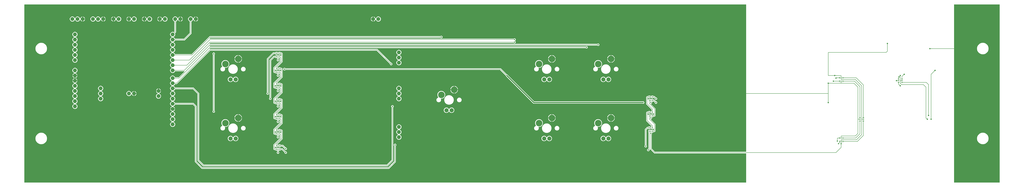
<source format=gtl>
G04 EAGLE Gerber RS-274X export*
G75*
%MOMM*%
%FSLAX34Y34*%
%LPD*%
%INTop Copper*%
%IPPOS*%
%AMOC8*
5,1,8,0,0,1.08239X$1,22.5*%
G01*
%ADD10C,1.879600*%
%ADD11C,2.032000*%
%ADD12C,3.225800*%
%ADD13R,0.400000X0.700000*%
%ADD14R,0.700000X0.400000*%
%ADD15C,0.635000*%
%ADD16C,0.604000*%
%ADD17C,0.203200*%
%ADD18C,0.558800*%
%ADD19C,0.508000*%

G36*
X3568758Y4327D02*
X3568758Y4327D01*
X3568816Y4325D01*
X3568898Y4347D01*
X3568982Y4359D01*
X3569035Y4382D01*
X3569091Y4397D01*
X3569164Y4440D01*
X3569241Y4475D01*
X3569286Y4513D01*
X3569336Y4542D01*
X3569394Y4604D01*
X3569458Y4658D01*
X3569490Y4707D01*
X3569530Y4750D01*
X3569569Y4825D01*
X3569616Y4895D01*
X3569633Y4951D01*
X3569660Y5003D01*
X3569671Y5071D01*
X3569701Y5166D01*
X3569704Y5266D01*
X3569715Y5334D01*
X3569715Y147320D01*
X3569707Y147378D01*
X3569709Y147436D01*
X3569687Y147518D01*
X3569675Y147602D01*
X3569652Y147655D01*
X3569637Y147711D01*
X3569594Y147784D01*
X3569559Y147861D01*
X3569521Y147906D01*
X3569492Y147956D01*
X3569430Y148014D01*
X3569376Y148078D01*
X3569327Y148110D01*
X3569284Y148150D01*
X3569209Y148189D01*
X3569139Y148236D01*
X3569083Y148253D01*
X3569031Y148280D01*
X3568963Y148291D01*
X3568868Y148321D01*
X3568768Y148324D01*
X3568700Y148335D01*
X3116166Y148335D01*
X3113488Y151014D01*
X3096343Y168159D01*
X3096296Y168194D01*
X3096256Y168236D01*
X3096183Y168279D01*
X3096116Y168330D01*
X3096061Y168350D01*
X3096011Y168380D01*
X3095929Y168401D01*
X3095850Y168431D01*
X3095792Y168436D01*
X3095735Y168450D01*
X3095651Y168447D01*
X3095567Y168454D01*
X3095509Y168443D01*
X3095451Y168441D01*
X3095371Y168415D01*
X3095288Y168399D01*
X3095236Y168372D01*
X3095180Y168354D01*
X3095124Y168313D01*
X3095036Y168268D01*
X3094963Y168199D01*
X3094907Y168159D01*
X3092466Y165718D01*
X3092414Y165648D01*
X3092354Y165584D01*
X3092328Y165535D01*
X3092295Y165490D01*
X3092264Y165409D01*
X3092224Y165331D01*
X3092216Y165283D01*
X3092194Y165225D01*
X3092182Y165077D01*
X3092169Y165000D01*
X3092169Y163893D01*
X3091245Y161662D01*
X3089538Y159955D01*
X3087307Y159031D01*
X3084893Y159031D01*
X3082662Y159955D01*
X3080955Y161662D01*
X3080031Y163893D01*
X3080031Y166307D01*
X3080955Y168538D01*
X3082662Y170245D01*
X3084893Y171169D01*
X3085720Y171169D01*
X3085778Y171177D01*
X3085836Y171175D01*
X3085918Y171197D01*
X3086002Y171209D01*
X3086055Y171232D01*
X3086111Y171247D01*
X3086184Y171290D01*
X3086261Y171325D01*
X3086306Y171363D01*
X3086356Y171392D01*
X3086414Y171454D01*
X3086478Y171508D01*
X3086510Y171557D01*
X3086550Y171600D01*
X3086589Y171675D01*
X3086636Y171745D01*
X3086653Y171801D01*
X3086680Y171853D01*
X3086691Y171921D01*
X3086721Y172016D01*
X3086724Y172116D01*
X3086735Y172184D01*
X3086735Y252033D01*
X3086723Y252119D01*
X3086720Y252207D01*
X3086703Y252259D01*
X3086695Y252314D01*
X3086660Y252394D01*
X3086658Y252399D01*
X3086650Y252431D01*
X3086645Y252439D01*
X3086633Y252477D01*
X3086605Y252517D01*
X3086579Y252574D01*
X3086532Y252630D01*
X3086504Y252676D01*
X3086465Y252713D01*
X3086438Y252751D01*
X3085751Y253437D01*
X3085751Y262963D01*
X3087537Y264749D01*
X3094063Y264749D01*
X3094082Y264729D01*
X3094129Y264694D01*
X3094169Y264652D01*
X3094242Y264609D01*
X3094309Y264559D01*
X3094364Y264538D01*
X3094414Y264508D01*
X3094496Y264487D01*
X3094575Y264457D01*
X3094633Y264452D01*
X3094690Y264438D01*
X3094774Y264441D01*
X3094858Y264434D01*
X3094916Y264445D01*
X3094974Y264447D01*
X3095054Y264473D01*
X3095137Y264490D01*
X3095189Y264517D01*
X3095245Y264535D01*
X3095301Y264575D01*
X3095389Y264621D01*
X3095462Y264689D01*
X3095518Y264729D01*
X3095537Y264749D01*
X3102063Y264749D01*
X3102082Y264729D01*
X3102129Y264694D01*
X3102169Y264652D01*
X3102242Y264609D01*
X3102309Y264559D01*
X3102364Y264538D01*
X3102414Y264508D01*
X3102496Y264487D01*
X3102575Y264457D01*
X3102633Y264452D01*
X3102690Y264438D01*
X3102774Y264441D01*
X3102858Y264434D01*
X3102916Y264445D01*
X3102974Y264447D01*
X3103054Y264473D01*
X3103137Y264490D01*
X3103189Y264517D01*
X3103245Y264535D01*
X3103301Y264575D01*
X3103389Y264621D01*
X3103462Y264689D01*
X3103518Y264729D01*
X3103537Y264749D01*
X3110063Y264749D01*
X3112052Y262759D01*
X3112076Y262742D01*
X3112095Y262719D01*
X3112189Y262657D01*
X3112279Y262589D01*
X3112307Y262578D01*
X3112331Y262562D01*
X3112439Y262528D01*
X3112545Y262487D01*
X3112574Y262485D01*
X3112602Y262476D01*
X3112716Y262473D01*
X3112828Y262464D01*
X3112857Y262469D01*
X3112886Y262469D01*
X3112996Y262497D01*
X3113107Y262520D01*
X3113133Y262533D01*
X3113161Y262541D01*
X3113259Y262598D01*
X3113359Y262651D01*
X3113381Y262671D01*
X3113406Y262686D01*
X3113483Y262768D01*
X3113565Y262846D01*
X3113580Y262872D01*
X3113600Y262893D01*
X3113652Y262994D01*
X3113709Y263092D01*
X3113716Y263120D01*
X3113730Y263146D01*
X3113743Y263224D01*
X3113779Y263367D01*
X3113777Y263430D01*
X3113785Y263477D01*
X3113785Y269923D01*
X3113781Y269952D01*
X3113784Y269981D01*
X3113761Y270092D01*
X3113745Y270204D01*
X3113733Y270231D01*
X3113728Y270260D01*
X3113675Y270360D01*
X3113629Y270464D01*
X3113610Y270486D01*
X3113597Y270512D01*
X3113519Y270594D01*
X3113446Y270681D01*
X3113421Y270697D01*
X3113401Y270718D01*
X3113303Y270775D01*
X3113209Y270838D01*
X3113181Y270847D01*
X3113156Y270862D01*
X3113046Y270890D01*
X3112938Y270924D01*
X3112908Y270925D01*
X3112880Y270932D01*
X3112767Y270928D01*
X3112654Y270931D01*
X3112625Y270924D01*
X3112596Y270923D01*
X3112488Y270888D01*
X3112379Y270859D01*
X3112353Y270844D01*
X3112325Y270835D01*
X3112262Y270790D01*
X3112134Y270714D01*
X3112091Y270669D01*
X3112052Y270641D01*
X3110063Y268651D01*
X3103537Y268651D01*
X3103013Y269175D01*
X3102959Y269216D01*
X3102911Y269265D01*
X3102846Y269301D01*
X3102786Y269346D01*
X3102722Y269370D01*
X3102663Y269404D01*
X3102590Y269421D01*
X3102520Y269447D01*
X3102452Y269453D01*
X3102386Y269468D01*
X3102312Y269465D01*
X3102237Y269471D01*
X3102170Y269457D01*
X3102102Y269454D01*
X3102043Y269432D01*
X3101958Y269415D01*
X3101857Y269362D01*
X3101788Y269336D01*
X3101781Y269332D01*
X3101134Y269159D01*
X3099815Y269159D01*
X3099815Y275200D01*
X3099815Y281241D01*
X3101135Y281241D01*
X3101267Y281205D01*
X3101287Y281203D01*
X3101305Y281196D01*
X3101428Y281186D01*
X3101549Y281171D01*
X3101569Y281174D01*
X3101588Y281172D01*
X3101709Y281196D01*
X3101830Y281216D01*
X3101848Y281224D01*
X3101867Y281228D01*
X3101976Y281285D01*
X3102087Y281337D01*
X3102102Y281350D01*
X3102119Y281359D01*
X3102208Y281443D01*
X3102301Y281525D01*
X3102311Y281541D01*
X3102325Y281555D01*
X3102388Y281661D01*
X3102454Y281764D01*
X3102459Y281783D01*
X3102469Y281800D01*
X3102499Y281919D01*
X3102534Y282037D01*
X3102534Y282057D01*
X3102539Y282076D01*
X3102535Y282198D01*
X3102536Y282321D01*
X3102531Y282340D01*
X3102530Y282360D01*
X3102492Y282477D01*
X3102459Y282595D01*
X3102449Y282612D01*
X3102443Y282630D01*
X3102400Y282690D01*
X3102309Y282837D01*
X3102271Y282871D01*
X3102248Y282904D01*
X3078364Y306788D01*
X3075685Y309466D01*
X3075685Y350934D01*
X3080216Y355465D01*
X3084736Y355465D01*
X3084794Y355473D01*
X3084852Y355471D01*
X3084934Y355493D01*
X3085018Y355505D01*
X3085071Y355528D01*
X3085127Y355543D01*
X3085200Y355586D01*
X3085277Y355621D01*
X3085322Y355659D01*
X3085372Y355688D01*
X3085430Y355750D01*
X3085494Y355804D01*
X3085526Y355853D01*
X3085566Y355896D01*
X3085605Y355971D01*
X3085652Y356041D01*
X3085662Y356073D01*
X3087537Y357949D01*
X3094063Y357949D01*
X3094587Y357425D01*
X3094641Y357384D01*
X3094689Y357335D01*
X3094754Y357299D01*
X3094814Y357254D01*
X3094878Y357230D01*
X3094937Y357196D01*
X3095010Y357179D01*
X3095080Y357153D01*
X3095148Y357147D01*
X3095214Y357132D01*
X3095288Y357135D01*
X3095363Y357129D01*
X3095430Y357143D01*
X3095498Y357146D01*
X3095557Y357168D01*
X3095642Y357185D01*
X3095743Y357238D01*
X3095812Y357264D01*
X3095819Y357268D01*
X3096466Y357441D01*
X3097785Y357441D01*
X3097785Y351400D01*
X3097785Y345359D01*
X3096466Y345359D01*
X3095819Y345532D01*
X3095812Y345536D01*
X3095749Y345562D01*
X3095690Y345596D01*
X3095618Y345615D01*
X3095549Y345643D01*
X3095481Y345650D01*
X3095415Y345667D01*
X3095340Y345664D01*
X3095266Y345672D01*
X3095199Y345660D01*
X3095131Y345658D01*
X3095060Y345635D01*
X3094986Y345621D01*
X3094925Y345591D01*
X3094860Y345570D01*
X3094809Y345534D01*
X3094731Y345495D01*
X3094647Y345418D01*
X3094587Y345375D01*
X3094063Y344851D01*
X3087537Y344851D01*
X3085548Y346841D01*
X3085524Y346858D01*
X3085505Y346881D01*
X3085411Y346943D01*
X3085321Y347011D01*
X3085293Y347022D01*
X3085269Y347038D01*
X3085161Y347072D01*
X3085055Y347113D01*
X3085026Y347115D01*
X3084998Y347124D01*
X3084884Y347127D01*
X3084772Y347136D01*
X3084743Y347131D01*
X3084714Y347131D01*
X3084604Y347103D01*
X3084493Y347080D01*
X3084467Y347067D01*
X3084439Y347059D01*
X3084341Y347002D01*
X3084241Y346949D01*
X3084219Y346929D01*
X3084194Y346914D01*
X3084117Y346832D01*
X3084035Y346754D01*
X3084020Y346728D01*
X3084000Y346707D01*
X3083948Y346606D01*
X3083891Y346508D01*
X3083884Y346480D01*
X3083870Y346454D01*
X3083857Y346376D01*
X3083821Y346233D01*
X3083823Y346170D01*
X3083815Y346123D01*
X3083815Y339677D01*
X3083819Y339648D01*
X3083816Y339619D01*
X3083839Y339508D01*
X3083855Y339396D01*
X3083867Y339369D01*
X3083872Y339340D01*
X3083925Y339240D01*
X3083971Y339136D01*
X3083990Y339114D01*
X3084003Y339088D01*
X3084081Y339006D01*
X3084154Y338919D01*
X3084179Y338903D01*
X3084199Y338882D01*
X3084297Y338825D01*
X3084391Y338762D01*
X3084419Y338753D01*
X3084444Y338738D01*
X3084554Y338710D01*
X3084662Y338676D01*
X3084692Y338675D01*
X3084720Y338668D01*
X3084833Y338672D01*
X3084946Y338669D01*
X3084975Y338676D01*
X3085004Y338677D01*
X3085112Y338712D01*
X3085221Y338741D01*
X3085247Y338756D01*
X3085275Y338765D01*
X3085338Y338810D01*
X3085466Y338886D01*
X3085509Y338931D01*
X3085548Y338959D01*
X3087537Y340949D01*
X3094063Y340949D01*
X3094082Y340929D01*
X3094129Y340894D01*
X3094169Y340852D01*
X3094242Y340809D01*
X3094309Y340759D01*
X3094364Y340738D01*
X3094414Y340708D01*
X3094496Y340687D01*
X3094575Y340657D01*
X3094633Y340652D01*
X3094690Y340638D01*
X3094774Y340641D01*
X3094858Y340634D01*
X3094916Y340645D01*
X3094974Y340647D01*
X3095054Y340673D01*
X3095137Y340690D01*
X3095189Y340717D01*
X3095245Y340735D01*
X3095301Y340775D01*
X3095389Y340821D01*
X3095462Y340889D01*
X3095518Y340929D01*
X3095537Y340949D01*
X3102063Y340949D01*
X3102082Y340929D01*
X3102129Y340894D01*
X3102169Y340852D01*
X3102242Y340809D01*
X3102309Y340759D01*
X3102364Y340738D01*
X3102414Y340708D01*
X3102496Y340687D01*
X3102575Y340657D01*
X3102633Y340652D01*
X3102690Y340638D01*
X3102774Y340641D01*
X3102858Y340634D01*
X3102916Y340645D01*
X3102974Y340647D01*
X3103054Y340673D01*
X3103137Y340690D01*
X3103189Y340717D01*
X3103245Y340735D01*
X3103301Y340775D01*
X3103389Y340821D01*
X3103462Y340889D01*
X3103518Y340929D01*
X3103537Y340949D01*
X3110063Y340949D01*
X3112052Y338959D01*
X3112076Y338942D01*
X3112095Y338919D01*
X3112189Y338857D01*
X3112279Y338789D01*
X3112307Y338778D01*
X3112331Y338762D01*
X3112439Y338728D01*
X3112545Y338687D01*
X3112574Y338685D01*
X3112602Y338676D01*
X3112716Y338673D01*
X3112828Y338664D01*
X3112857Y338669D01*
X3112886Y338669D01*
X3112996Y338697D01*
X3113107Y338720D01*
X3113133Y338733D01*
X3113161Y338741D01*
X3113259Y338798D01*
X3113359Y338851D01*
X3113381Y338871D01*
X3113406Y338886D01*
X3113483Y338968D01*
X3113565Y339046D01*
X3113580Y339072D01*
X3113600Y339093D01*
X3113652Y339194D01*
X3113709Y339292D01*
X3113716Y339320D01*
X3113730Y339346D01*
X3113743Y339424D01*
X3113779Y339567D01*
X3113777Y339630D01*
X3113785Y339677D01*
X3113785Y346123D01*
X3113781Y346152D01*
X3113784Y346181D01*
X3113761Y346292D01*
X3113745Y346404D01*
X3113733Y346431D01*
X3113728Y346460D01*
X3113675Y346560D01*
X3113629Y346664D01*
X3113610Y346686D01*
X3113597Y346712D01*
X3113519Y346794D01*
X3113446Y346881D01*
X3113421Y346897D01*
X3113401Y346918D01*
X3113303Y346975D01*
X3113209Y347038D01*
X3113181Y347047D01*
X3113156Y347062D01*
X3113046Y347090D01*
X3112938Y347124D01*
X3112908Y347125D01*
X3112880Y347132D01*
X3112767Y347128D01*
X3112654Y347131D01*
X3112625Y347124D01*
X3112596Y347123D01*
X3112488Y347088D01*
X3112379Y347059D01*
X3112353Y347044D01*
X3112325Y347035D01*
X3112262Y346990D01*
X3112134Y346914D01*
X3112091Y346869D01*
X3112052Y346841D01*
X3110063Y344851D01*
X3103537Y344851D01*
X3103013Y345375D01*
X3102959Y345416D01*
X3102911Y345465D01*
X3102846Y345501D01*
X3102786Y345546D01*
X3102722Y345570D01*
X3102663Y345604D01*
X3102590Y345621D01*
X3102520Y345647D01*
X3102452Y345653D01*
X3102386Y345668D01*
X3102312Y345665D01*
X3102237Y345671D01*
X3102170Y345657D01*
X3102102Y345654D01*
X3102043Y345632D01*
X3101958Y345615D01*
X3101857Y345562D01*
X3101788Y345536D01*
X3101781Y345532D01*
X3101134Y345359D01*
X3099815Y345359D01*
X3099815Y351400D01*
X3099815Y357441D01*
X3101134Y357441D01*
X3101457Y357354D01*
X3101506Y357348D01*
X3101552Y357334D01*
X3101646Y357331D01*
X3101739Y357320D01*
X3101788Y357328D01*
X3101836Y357326D01*
X3101927Y357350D01*
X3102020Y357365D01*
X3102064Y357386D01*
X3102111Y357398D01*
X3102192Y357446D01*
X3102277Y357486D01*
X3102314Y357518D01*
X3102356Y357543D01*
X3102420Y357612D01*
X3102491Y357674D01*
X3102517Y357715D01*
X3102550Y357751D01*
X3102593Y357835D01*
X3102644Y357914D01*
X3102658Y357960D01*
X3102680Y358004D01*
X3102692Y358077D01*
X3102724Y358186D01*
X3102725Y358273D01*
X3102735Y358335D01*
X3102735Y364546D01*
X3102723Y364632D01*
X3102720Y364720D01*
X3102703Y364772D01*
X3102695Y364827D01*
X3102660Y364907D01*
X3102633Y364990D01*
X3102605Y365030D01*
X3102579Y365087D01*
X3102483Y365200D01*
X3102438Y365264D01*
X3075685Y392016D01*
X3075685Y427134D01*
X3080216Y431665D01*
X3084736Y431665D01*
X3084794Y431673D01*
X3084852Y431671D01*
X3084934Y431693D01*
X3085018Y431705D01*
X3085071Y431728D01*
X3085127Y431743D01*
X3085200Y431786D01*
X3085277Y431821D01*
X3085322Y431859D01*
X3085372Y431888D01*
X3085430Y431950D01*
X3085494Y432004D01*
X3085526Y432053D01*
X3085566Y432096D01*
X3085605Y432171D01*
X3085652Y432241D01*
X3085662Y432273D01*
X3087537Y434149D01*
X3094063Y434149D01*
X3094587Y433625D01*
X3094641Y433584D01*
X3094689Y433535D01*
X3094754Y433499D01*
X3094814Y433454D01*
X3094878Y433430D01*
X3094937Y433396D01*
X3095010Y433379D01*
X3095080Y433353D01*
X3095148Y433347D01*
X3095214Y433332D01*
X3095288Y433335D01*
X3095363Y433329D01*
X3095430Y433343D01*
X3095498Y433346D01*
X3095557Y433368D01*
X3095642Y433385D01*
X3095743Y433438D01*
X3095812Y433464D01*
X3095819Y433468D01*
X3096466Y433641D01*
X3097785Y433641D01*
X3097785Y427600D01*
X3097785Y421559D01*
X3096466Y421559D01*
X3095819Y421732D01*
X3095812Y421736D01*
X3095749Y421762D01*
X3095690Y421796D01*
X3095618Y421815D01*
X3095549Y421843D01*
X3095481Y421850D01*
X3095415Y421867D01*
X3095340Y421864D01*
X3095266Y421872D01*
X3095199Y421860D01*
X3095131Y421858D01*
X3095060Y421835D01*
X3094986Y421821D01*
X3094925Y421791D01*
X3094860Y421770D01*
X3094809Y421734D01*
X3094731Y421695D01*
X3094647Y421618D01*
X3094587Y421575D01*
X3094063Y421051D01*
X3087537Y421051D01*
X3085548Y423041D01*
X3085524Y423058D01*
X3085505Y423081D01*
X3085411Y423143D01*
X3085321Y423211D01*
X3085293Y423222D01*
X3085269Y423238D01*
X3085161Y423272D01*
X3085055Y423313D01*
X3085026Y423315D01*
X3084998Y423324D01*
X3084884Y423327D01*
X3084772Y423336D01*
X3084743Y423331D01*
X3084714Y423331D01*
X3084604Y423303D01*
X3084493Y423280D01*
X3084467Y423267D01*
X3084439Y423259D01*
X3084341Y423202D01*
X3084241Y423149D01*
X3084219Y423129D01*
X3084194Y423114D01*
X3084117Y423032D01*
X3084035Y422954D01*
X3084020Y422928D01*
X3084000Y422907D01*
X3083948Y422806D01*
X3083891Y422708D01*
X3083884Y422680D01*
X3083870Y422654D01*
X3083857Y422576D01*
X3083821Y422433D01*
X3083823Y422370D01*
X3083815Y422323D01*
X3083815Y415877D01*
X3083819Y415848D01*
X3083816Y415819D01*
X3083839Y415708D01*
X3083855Y415596D01*
X3083867Y415569D01*
X3083872Y415540D01*
X3083925Y415439D01*
X3083971Y415336D01*
X3083990Y415314D01*
X3084003Y415288D01*
X3084081Y415206D01*
X3084154Y415119D01*
X3084179Y415103D01*
X3084199Y415082D01*
X3084297Y415025D01*
X3084391Y414962D01*
X3084419Y414953D01*
X3084444Y414938D01*
X3084554Y414910D01*
X3084662Y414876D01*
X3084692Y414875D01*
X3084720Y414868D01*
X3084833Y414872D01*
X3084946Y414869D01*
X3084975Y414876D01*
X3085004Y414877D01*
X3085112Y414912D01*
X3085221Y414941D01*
X3085247Y414956D01*
X3085275Y414965D01*
X3085338Y415010D01*
X3085466Y415086D01*
X3085509Y415131D01*
X3085548Y415159D01*
X3087537Y417149D01*
X3094063Y417149D01*
X3094082Y417129D01*
X3094129Y417094D01*
X3094169Y417052D01*
X3094242Y417009D01*
X3094309Y416959D01*
X3094364Y416938D01*
X3094414Y416908D01*
X3094496Y416887D01*
X3094575Y416857D01*
X3094633Y416852D01*
X3094690Y416838D01*
X3094774Y416841D01*
X3094858Y416834D01*
X3094916Y416845D01*
X3094974Y416847D01*
X3095054Y416873D01*
X3095137Y416890D01*
X3095189Y416917D01*
X3095245Y416935D01*
X3095301Y416975D01*
X3095389Y417021D01*
X3095462Y417089D01*
X3095518Y417129D01*
X3095537Y417149D01*
X3102063Y417149D01*
X3102082Y417129D01*
X3102129Y417094D01*
X3102169Y417052D01*
X3102242Y417009D01*
X3102309Y416959D01*
X3102364Y416938D01*
X3102414Y416908D01*
X3102496Y416887D01*
X3102575Y416857D01*
X3102633Y416852D01*
X3102690Y416838D01*
X3102774Y416841D01*
X3102858Y416834D01*
X3102916Y416845D01*
X3102974Y416847D01*
X3103054Y416873D01*
X3103137Y416890D01*
X3103189Y416917D01*
X3103245Y416935D01*
X3103301Y416975D01*
X3103389Y417021D01*
X3103462Y417089D01*
X3103518Y417129D01*
X3103537Y417149D01*
X3110063Y417149D01*
X3111933Y415278D01*
X3111970Y415216D01*
X3112005Y415139D01*
X3112043Y415094D01*
X3112072Y415044D01*
X3112134Y414986D01*
X3112188Y414922D01*
X3112237Y414890D01*
X3112280Y414850D01*
X3112355Y414811D01*
X3112425Y414764D01*
X3112481Y414747D01*
X3112533Y414720D01*
X3112601Y414709D01*
X3112696Y414679D01*
X3112796Y414676D01*
X3112864Y414665D01*
X3115334Y414665D01*
X3123582Y406416D01*
X3123652Y406364D01*
X3123716Y406304D01*
X3123765Y406278D01*
X3123810Y406245D01*
X3123891Y406214D01*
X3123969Y406174D01*
X3124017Y406166D01*
X3124075Y406144D01*
X3124223Y406132D01*
X3124300Y406119D01*
X3125407Y406119D01*
X3127638Y405195D01*
X3129345Y403488D01*
X3130269Y401257D01*
X3130269Y398843D01*
X3129345Y396612D01*
X3127638Y394905D01*
X3125407Y393981D01*
X3122993Y393981D01*
X3120762Y394905D01*
X3119055Y396612D01*
X3118131Y398843D01*
X3118131Y399950D01*
X3118119Y400036D01*
X3118116Y400124D01*
X3118099Y400176D01*
X3118091Y400231D01*
X3118056Y400311D01*
X3118029Y400394D01*
X3118001Y400434D01*
X3117975Y400491D01*
X3117879Y400604D01*
X3117834Y400668D01*
X3112974Y405527D01*
X3112928Y405562D01*
X3112887Y405605D01*
X3112815Y405647D01*
X3112747Y405698D01*
X3112693Y405719D01*
X3112642Y405748D01*
X3112561Y405769D01*
X3112482Y405799D01*
X3112423Y405804D01*
X3112367Y405819D01*
X3112282Y405816D01*
X3112198Y405823D01*
X3112141Y405811D01*
X3112083Y405809D01*
X3112002Y405784D01*
X3111920Y405767D01*
X3111868Y405740D01*
X3111812Y405722D01*
X3111756Y405682D01*
X3111667Y405636D01*
X3111595Y405567D01*
X3111539Y405527D01*
X3110063Y404051D01*
X3105231Y404051D01*
X3105117Y404035D01*
X3105003Y404025D01*
X3104977Y404015D01*
X3104949Y404011D01*
X3104844Y403964D01*
X3104737Y403923D01*
X3104715Y403907D01*
X3104690Y403895D01*
X3104602Y403821D01*
X3104511Y403752D01*
X3104494Y403729D01*
X3104473Y403712D01*
X3104409Y403616D01*
X3104340Y403524D01*
X3104331Y403498D01*
X3104315Y403475D01*
X3104281Y403365D01*
X3104240Y403258D01*
X3104238Y403230D01*
X3104230Y403204D01*
X3104227Y403089D01*
X3104217Y402975D01*
X3104223Y402950D01*
X3104222Y402920D01*
X3104289Y402663D01*
X3104293Y402647D01*
X3104869Y401257D01*
X3104869Y398843D01*
X3103945Y396612D01*
X3102238Y394905D01*
X3099933Y393951D01*
X3099834Y393892D01*
X3099732Y393839D01*
X3099712Y393820D01*
X3099688Y393806D01*
X3099609Y393723D01*
X3099526Y393643D01*
X3099512Y393620D01*
X3099493Y393599D01*
X3099440Y393497D01*
X3099382Y393398D01*
X3099376Y393371D01*
X3099363Y393347D01*
X3099341Y393234D01*
X3099312Y393123D01*
X3099313Y393095D01*
X3099308Y393068D01*
X3099318Y392953D01*
X3099321Y392839D01*
X3099330Y392812D01*
X3099332Y392785D01*
X3099373Y392677D01*
X3099409Y392568D01*
X3099423Y392548D01*
X3099434Y392519D01*
X3099595Y392307D01*
X3099604Y392295D01*
X3121915Y369984D01*
X3121915Y334866D01*
X3117384Y330335D01*
X3112864Y330335D01*
X3112806Y330327D01*
X3112748Y330329D01*
X3112666Y330307D01*
X3112582Y330295D01*
X3112529Y330272D01*
X3112473Y330257D01*
X3112400Y330214D01*
X3112323Y330179D01*
X3112278Y330141D01*
X3112228Y330112D01*
X3112170Y330050D01*
X3112106Y329996D01*
X3112074Y329947D01*
X3112034Y329904D01*
X3111995Y329829D01*
X3111948Y329759D01*
X3111938Y329727D01*
X3110063Y327851D01*
X3105231Y327851D01*
X3105117Y327835D01*
X3105003Y327825D01*
X3104977Y327815D01*
X3104949Y327811D01*
X3104844Y327764D01*
X3104737Y327723D01*
X3104715Y327707D01*
X3104690Y327695D01*
X3104602Y327621D01*
X3104511Y327552D01*
X3104494Y327529D01*
X3104473Y327512D01*
X3104409Y327416D01*
X3104340Y327324D01*
X3104331Y327298D01*
X3104315Y327275D01*
X3104281Y327165D01*
X3104240Y327058D01*
X3104238Y327030D01*
X3104230Y327004D01*
X3104227Y326889D01*
X3104217Y326775D01*
X3104223Y326750D01*
X3104222Y326720D01*
X3104289Y326463D01*
X3104293Y326447D01*
X3104869Y325057D01*
X3104869Y322643D01*
X3103945Y320412D01*
X3102238Y318705D01*
X3099933Y317751D01*
X3099834Y317692D01*
X3099732Y317639D01*
X3099712Y317620D01*
X3099688Y317606D01*
X3099609Y317523D01*
X3099526Y317444D01*
X3099512Y317420D01*
X3099493Y317399D01*
X3099440Y317297D01*
X3099382Y317198D01*
X3099376Y317171D01*
X3099363Y317147D01*
X3099341Y317034D01*
X3099312Y316923D01*
X3099313Y316895D01*
X3099308Y316868D01*
X3099318Y316753D01*
X3099321Y316639D01*
X3099330Y316612D01*
X3099332Y316585D01*
X3099373Y316477D01*
X3099409Y316368D01*
X3099423Y316348D01*
X3099434Y316319D01*
X3099595Y316107D01*
X3099604Y316095D01*
X3119236Y296462D01*
X3121915Y293784D01*
X3121915Y258666D01*
X3117384Y254135D01*
X3112864Y254135D01*
X3112806Y254127D01*
X3112748Y254129D01*
X3112666Y254107D01*
X3112582Y254095D01*
X3112529Y254072D01*
X3112473Y254057D01*
X3112400Y254014D01*
X3112323Y253979D01*
X3112278Y253941D01*
X3112228Y253912D01*
X3112170Y253850D01*
X3112106Y253796D01*
X3112074Y253747D01*
X3112034Y253704D01*
X3111995Y253629D01*
X3111948Y253559D01*
X3111938Y253527D01*
X3110063Y251651D01*
X3105231Y251651D01*
X3105117Y251635D01*
X3105003Y251625D01*
X3104977Y251615D01*
X3104949Y251611D01*
X3104844Y251564D01*
X3104737Y251523D01*
X3104715Y251507D01*
X3104690Y251495D01*
X3104602Y251421D01*
X3104511Y251352D01*
X3104494Y251329D01*
X3104473Y251312D01*
X3104409Y251216D01*
X3104340Y251124D01*
X3104331Y251098D01*
X3104315Y251075D01*
X3104281Y250965D01*
X3104240Y250858D01*
X3104238Y250830D01*
X3104230Y250804D01*
X3104227Y250689D01*
X3104217Y250575D01*
X3104223Y250550D01*
X3104222Y250520D01*
X3104289Y250263D01*
X3104293Y250247D01*
X3104869Y248857D01*
X3104869Y246443D01*
X3103945Y244212D01*
X3103162Y243430D01*
X3103110Y243360D01*
X3103050Y243296D01*
X3103024Y243247D01*
X3102991Y243202D01*
X3102960Y243121D01*
X3102920Y243043D01*
X3102912Y242995D01*
X3102890Y242937D01*
X3102878Y242789D01*
X3102865Y242712D01*
X3102865Y173554D01*
X3102877Y173468D01*
X3102880Y173380D01*
X3102897Y173328D01*
X3102905Y173273D01*
X3102940Y173193D01*
X3102967Y173110D01*
X3102995Y173070D01*
X3103021Y173013D01*
X3103117Y172900D01*
X3103162Y172836D01*
X3119236Y156762D01*
X3119306Y156710D01*
X3119370Y156650D01*
X3119419Y156624D01*
X3119464Y156591D01*
X3119545Y156560D01*
X3119623Y156520D01*
X3119671Y156512D01*
X3119729Y156490D01*
X3119877Y156478D01*
X3119954Y156465D01*
X3568700Y156465D01*
X3568758Y156473D01*
X3568816Y156471D01*
X3568898Y156493D01*
X3568982Y156505D01*
X3569035Y156528D01*
X3569091Y156543D01*
X3569164Y156586D01*
X3569241Y156621D01*
X3569286Y156659D01*
X3569336Y156688D01*
X3569394Y156750D01*
X3569458Y156804D01*
X3569490Y156853D01*
X3569530Y156896D01*
X3569569Y156971D01*
X3569616Y157041D01*
X3569633Y157097D01*
X3569660Y157149D01*
X3569671Y157217D01*
X3569701Y157312D01*
X3569704Y157412D01*
X3569715Y157480D01*
X3569715Y883666D01*
X3569707Y883724D01*
X3569709Y883782D01*
X3569687Y883864D01*
X3569675Y883948D01*
X3569652Y884001D01*
X3569637Y884057D01*
X3569594Y884130D01*
X3569559Y884207D01*
X3569521Y884252D01*
X3569492Y884302D01*
X3569430Y884360D01*
X3569376Y884424D01*
X3569327Y884456D01*
X3569284Y884496D01*
X3569209Y884535D01*
X3569139Y884582D01*
X3569083Y884599D01*
X3569031Y884626D01*
X3568963Y884637D01*
X3568868Y884667D01*
X3568768Y884670D01*
X3568700Y884681D01*
X5334Y884681D01*
X5276Y884673D01*
X5218Y884675D01*
X5136Y884653D01*
X5052Y884641D01*
X4999Y884618D01*
X4943Y884603D01*
X4870Y884560D01*
X4793Y884525D01*
X4748Y884487D01*
X4698Y884458D01*
X4640Y884396D01*
X4576Y884342D01*
X4544Y884293D01*
X4504Y884250D01*
X4465Y884175D01*
X4418Y884105D01*
X4401Y884049D01*
X4374Y883997D01*
X4363Y883929D01*
X4333Y883834D01*
X4330Y883734D01*
X4319Y883666D01*
X4319Y5334D01*
X4327Y5276D01*
X4325Y5218D01*
X4347Y5136D01*
X4359Y5052D01*
X4382Y4999D01*
X4397Y4943D01*
X4440Y4870D01*
X4475Y4793D01*
X4513Y4748D01*
X4542Y4698D01*
X4604Y4640D01*
X4658Y4576D01*
X4707Y4544D01*
X4750Y4504D01*
X4825Y4465D01*
X4895Y4418D01*
X4951Y4401D01*
X5003Y4374D01*
X5071Y4363D01*
X5166Y4333D01*
X5266Y4330D01*
X5334Y4319D01*
X3568700Y4319D01*
X3568758Y4327D01*
G37*
G36*
X4820724Y4327D02*
X4820724Y4327D01*
X4820782Y4325D01*
X4820864Y4347D01*
X4820948Y4359D01*
X4821001Y4382D01*
X4821057Y4397D01*
X4821130Y4440D01*
X4821207Y4475D01*
X4821252Y4513D01*
X4821302Y4542D01*
X4821360Y4604D01*
X4821424Y4658D01*
X4821456Y4707D01*
X4821496Y4750D01*
X4821535Y4825D01*
X4821582Y4895D01*
X4821599Y4951D01*
X4821626Y5003D01*
X4821637Y5071D01*
X4821667Y5166D01*
X4821670Y5266D01*
X4821681Y5334D01*
X4821681Y883666D01*
X4821673Y883724D01*
X4821675Y883782D01*
X4821653Y883864D01*
X4821641Y883948D01*
X4821618Y884001D01*
X4821603Y884057D01*
X4821560Y884130D01*
X4821525Y884207D01*
X4821487Y884252D01*
X4821458Y884302D01*
X4821396Y884360D01*
X4821342Y884424D01*
X4821293Y884456D01*
X4821250Y884496D01*
X4821175Y884535D01*
X4821105Y884582D01*
X4821049Y884599D01*
X4820997Y884626D01*
X4820929Y884637D01*
X4820834Y884667D01*
X4820734Y884670D01*
X4820666Y884681D01*
X4597400Y884681D01*
X4597342Y884673D01*
X4597284Y884675D01*
X4597202Y884653D01*
X4597119Y884641D01*
X4597065Y884618D01*
X4597009Y884603D01*
X4596936Y884560D01*
X4596859Y884525D01*
X4596814Y884487D01*
X4596764Y884458D01*
X4596706Y884396D01*
X4596642Y884342D01*
X4596610Y884293D01*
X4596570Y884250D01*
X4596531Y884175D01*
X4596485Y884105D01*
X4596467Y884049D01*
X4596440Y883997D01*
X4596429Y883929D01*
X4596399Y883834D01*
X4596396Y883734D01*
X4596385Y883666D01*
X4596385Y5334D01*
X4596393Y5276D01*
X4596391Y5218D01*
X4596413Y5136D01*
X4596425Y5052D01*
X4596449Y4999D01*
X4596463Y4943D01*
X4596506Y4870D01*
X4596541Y4793D01*
X4596579Y4748D01*
X4596609Y4698D01*
X4596670Y4640D01*
X4596725Y4576D01*
X4596773Y4544D01*
X4596816Y4504D01*
X4596891Y4465D01*
X4596961Y4418D01*
X4597017Y4401D01*
X4597069Y4374D01*
X4597137Y4363D01*
X4597232Y4333D01*
X4597332Y4330D01*
X4597400Y4319D01*
X4820666Y4319D01*
X4820724Y4327D01*
G37*
%LPC*%
G36*
X880966Y72135D02*
X880966Y72135D01*
X846835Y106266D01*
X846835Y378896D01*
X846823Y378982D01*
X846820Y379070D01*
X846803Y379122D01*
X846795Y379177D01*
X846760Y379257D01*
X846733Y379340D01*
X846705Y379380D01*
X846679Y379437D01*
X846583Y379550D01*
X846565Y379576D01*
X846561Y379582D01*
X846559Y379584D01*
X846538Y379614D01*
X836814Y389338D01*
X836744Y389390D01*
X836680Y389450D01*
X836631Y389476D01*
X836586Y389509D01*
X836505Y389540D01*
X836427Y389580D01*
X836379Y389588D01*
X836321Y389610D01*
X836173Y389622D01*
X836096Y389635D01*
X749067Y389635D01*
X749065Y389635D01*
X749064Y389635D01*
X748924Y389615D01*
X748785Y389595D01*
X748784Y389595D01*
X748782Y389595D01*
X748656Y389537D01*
X748526Y389479D01*
X748525Y389478D01*
X748523Y389477D01*
X748416Y389386D01*
X748309Y389296D01*
X748308Y389294D01*
X748307Y389293D01*
X748299Y389280D01*
X748151Y389059D01*
X748142Y389030D01*
X748129Y389009D01*
X747152Y386649D01*
X743651Y383148D01*
X739989Y381631D01*
X739929Y381596D01*
X739865Y381570D01*
X739807Y381524D01*
X739744Y381487D01*
X739696Y381437D01*
X739642Y381394D01*
X739599Y381334D01*
X739549Y381280D01*
X739517Y381219D01*
X739477Y381162D01*
X739452Y381093D01*
X739418Y381027D01*
X739405Y380960D01*
X739382Y380894D01*
X739378Y380821D01*
X739363Y380748D01*
X739369Y380680D01*
X739365Y380611D01*
X739381Y380539D01*
X739388Y380465D01*
X739413Y380401D01*
X739428Y380333D01*
X739463Y380269D01*
X739490Y380200D01*
X739531Y380145D01*
X739565Y380084D01*
X739617Y380032D01*
X739661Y379973D01*
X739717Y379932D01*
X739766Y379883D01*
X739821Y379854D01*
X739889Y379803D01*
X739997Y379762D01*
X740063Y379728D01*
X741183Y379364D01*
X742857Y378511D01*
X744378Y377406D01*
X745706Y376078D01*
X746811Y374557D01*
X747664Y372883D01*
X748245Y371096D01*
X748366Y370331D01*
X737616Y370331D01*
X737558Y370323D01*
X737500Y370325D01*
X737418Y370303D01*
X737335Y370291D01*
X737281Y370267D01*
X737225Y370253D01*
X737152Y370210D01*
X737075Y370175D01*
X737031Y370137D01*
X736980Y370107D01*
X736923Y370046D01*
X736858Y369991D01*
X736826Y369943D01*
X736786Y369900D01*
X736747Y369825D01*
X736701Y369755D01*
X736683Y369699D01*
X736656Y369647D01*
X736645Y369579D01*
X736615Y369484D01*
X736612Y369384D01*
X736601Y369316D01*
X736601Y367284D01*
X736609Y367226D01*
X736608Y367168D01*
X736629Y367086D01*
X736641Y367003D01*
X736665Y366949D01*
X736679Y366893D01*
X736722Y366820D01*
X736757Y366743D01*
X736795Y366698D01*
X736825Y366648D01*
X736886Y366590D01*
X736941Y366526D01*
X736989Y366494D01*
X737032Y366454D01*
X737107Y366415D01*
X737177Y366369D01*
X737233Y366351D01*
X737285Y366324D01*
X737353Y366313D01*
X737448Y366283D01*
X737548Y366280D01*
X737616Y366269D01*
X748366Y366269D01*
X748245Y365504D01*
X747664Y363717D01*
X746811Y362043D01*
X745706Y360522D01*
X744378Y359194D01*
X742857Y358089D01*
X741183Y357236D01*
X740063Y356872D01*
X740001Y356842D01*
X739935Y356821D01*
X739874Y356780D01*
X739808Y356747D01*
X739757Y356701D01*
X739699Y356662D01*
X739652Y356606D01*
X739597Y356557D01*
X739561Y356498D01*
X739516Y356445D01*
X739486Y356378D01*
X739447Y356315D01*
X739429Y356248D01*
X739401Y356185D01*
X739391Y356112D01*
X739371Y356041D01*
X739371Y355972D01*
X739362Y355903D01*
X739372Y355831D01*
X739373Y355757D01*
X739393Y355690D01*
X739402Y355622D01*
X739433Y355555D01*
X739454Y355484D01*
X739491Y355426D01*
X739520Y355363D01*
X739567Y355307D01*
X739607Y355245D01*
X739659Y355199D01*
X739704Y355147D01*
X739757Y355114D01*
X739821Y355057D01*
X739925Y355008D01*
X739989Y354969D01*
X743651Y353452D01*
X747152Y349951D01*
X749047Y345376D01*
X749047Y340424D01*
X747152Y335849D01*
X743651Y332348D01*
X740729Y331138D01*
X740704Y331123D01*
X740676Y331114D01*
X740623Y331079D01*
X740610Y331073D01*
X740594Y331059D01*
X740581Y331051D01*
X740484Y330993D01*
X740464Y330972D01*
X740439Y330956D01*
X740367Y330869D01*
X740289Y330787D01*
X740275Y330761D01*
X740257Y330738D01*
X740211Y330635D01*
X740159Y330534D01*
X740153Y330505D01*
X740141Y330478D01*
X740125Y330366D01*
X740104Y330255D01*
X740106Y330226D01*
X740102Y330197D01*
X740118Y330085D01*
X740128Y329972D01*
X740139Y329945D01*
X740143Y329916D01*
X740189Y329812D01*
X740230Y329707D01*
X740248Y329683D01*
X740260Y329656D01*
X740333Y329570D01*
X740402Y329480D01*
X740425Y329462D01*
X740444Y329440D01*
X740511Y329398D01*
X740629Y329310D01*
X740688Y329288D01*
X740729Y329262D01*
X743651Y328052D01*
X747152Y324551D01*
X749047Y319976D01*
X749047Y315024D01*
X747152Y310449D01*
X743651Y306948D01*
X740729Y305738D01*
X740704Y305723D01*
X740676Y305714D01*
X740581Y305651D01*
X740484Y305593D01*
X740464Y305572D01*
X740439Y305556D01*
X740367Y305469D01*
X740289Y305387D01*
X740275Y305361D01*
X740257Y305338D01*
X740211Y305235D01*
X740159Y305134D01*
X740153Y305105D01*
X740141Y305078D01*
X740125Y304966D01*
X740104Y304855D01*
X740106Y304826D01*
X740102Y304797D01*
X740118Y304685D01*
X740128Y304572D01*
X740139Y304545D01*
X740143Y304516D01*
X740189Y304412D01*
X740230Y304307D01*
X740248Y304283D01*
X740260Y304256D01*
X740333Y304170D01*
X740402Y304080D01*
X740425Y304062D01*
X740444Y304040D01*
X740511Y303998D01*
X740629Y303910D01*
X740688Y303888D01*
X740729Y303862D01*
X743651Y302652D01*
X747152Y299151D01*
X749047Y294576D01*
X749047Y289624D01*
X747152Y285049D01*
X743651Y281548D01*
X739076Y279653D01*
X734124Y279653D01*
X729549Y281548D01*
X726048Y285049D01*
X724153Y289624D01*
X724153Y294576D01*
X726048Y299151D01*
X729549Y302652D01*
X732471Y303862D01*
X732496Y303877D01*
X732524Y303886D01*
X732619Y303949D01*
X732716Y304007D01*
X732736Y304028D01*
X732761Y304044D01*
X732834Y304131D01*
X732911Y304213D01*
X732925Y304239D01*
X732944Y304262D01*
X732990Y304365D01*
X733041Y304466D01*
X733047Y304495D01*
X733059Y304522D01*
X733075Y304634D01*
X733096Y304745D01*
X733094Y304774D01*
X733098Y304803D01*
X733082Y304915D01*
X733072Y305028D01*
X733061Y305055D01*
X733057Y305085D01*
X733011Y305188D01*
X732970Y305293D01*
X732952Y305317D01*
X732940Y305344D01*
X732867Y305430D01*
X732798Y305520D01*
X732775Y305538D01*
X732756Y305560D01*
X732689Y305602D01*
X732571Y305690D01*
X732512Y305712D01*
X732471Y305738D01*
X729549Y306948D01*
X726048Y310449D01*
X724153Y315024D01*
X724153Y319976D01*
X726048Y324551D01*
X729549Y328052D01*
X732471Y329262D01*
X732496Y329277D01*
X732524Y329286D01*
X732619Y329349D01*
X732716Y329407D01*
X732736Y329428D01*
X732761Y329444D01*
X732834Y329531D01*
X732911Y329613D01*
X732925Y329639D01*
X732944Y329662D01*
X732990Y329765D01*
X733041Y329866D01*
X733047Y329895D01*
X733059Y329922D01*
X733075Y330034D01*
X733096Y330145D01*
X733094Y330174D01*
X733098Y330203D01*
X733082Y330315D01*
X733072Y330428D01*
X733061Y330455D01*
X733057Y330485D01*
X733011Y330588D01*
X732970Y330693D01*
X732952Y330717D01*
X732940Y330744D01*
X732867Y330830D01*
X732798Y330920D01*
X732775Y330938D01*
X732756Y330960D01*
X732689Y331002D01*
X732637Y331041D01*
X732633Y331044D01*
X732630Y331046D01*
X732571Y331090D01*
X732512Y331112D01*
X732471Y331138D01*
X729549Y332348D01*
X726048Y335849D01*
X724153Y340424D01*
X724153Y345376D01*
X726048Y349951D01*
X729549Y353452D01*
X733211Y354969D01*
X733271Y355004D01*
X733335Y355030D01*
X733393Y355076D01*
X733456Y355113D01*
X733504Y355163D01*
X733558Y355206D01*
X733601Y355266D01*
X733651Y355320D01*
X733683Y355381D01*
X733723Y355438D01*
X733748Y355507D01*
X733782Y355573D01*
X733795Y355640D01*
X733818Y355706D01*
X733822Y355779D01*
X733837Y355852D01*
X733831Y355920D01*
X733835Y355989D01*
X733819Y356061D01*
X733812Y356135D01*
X733787Y356199D01*
X733772Y356267D01*
X733737Y356331D01*
X733710Y356400D01*
X733669Y356455D01*
X733635Y356516D01*
X733583Y356568D01*
X733539Y356627D01*
X733483Y356668D01*
X733434Y356717D01*
X733379Y356746D01*
X733311Y356797D01*
X733203Y356838D01*
X733137Y356872D01*
X732017Y357236D01*
X730343Y358089D01*
X728822Y359194D01*
X727494Y360522D01*
X726389Y362043D01*
X725536Y363717D01*
X724955Y365504D01*
X724834Y366269D01*
X735584Y366269D01*
X735642Y366277D01*
X735700Y366275D01*
X735782Y366297D01*
X735865Y366309D01*
X735919Y366333D01*
X735975Y366347D01*
X736048Y366390D01*
X736125Y366425D01*
X736169Y366463D01*
X736220Y366493D01*
X736277Y366554D01*
X736342Y366609D01*
X736374Y366657D01*
X736414Y366700D01*
X736453Y366775D01*
X736499Y366845D01*
X736517Y366901D01*
X736544Y366953D01*
X736555Y367021D01*
X736585Y367116D01*
X736588Y367216D01*
X736599Y367284D01*
X736599Y369316D01*
X736591Y369374D01*
X736592Y369432D01*
X736571Y369514D01*
X736559Y369597D01*
X736535Y369651D01*
X736521Y369707D01*
X736478Y369780D01*
X736443Y369857D01*
X736405Y369902D01*
X736375Y369952D01*
X736314Y370010D01*
X736259Y370074D01*
X736211Y370106D01*
X736168Y370146D01*
X736093Y370185D01*
X736023Y370231D01*
X735967Y370249D01*
X735915Y370276D01*
X735847Y370287D01*
X735752Y370317D01*
X735652Y370320D01*
X735584Y370331D01*
X724834Y370331D01*
X724955Y371096D01*
X725536Y372883D01*
X726389Y374557D01*
X727494Y376078D01*
X728822Y377406D01*
X730343Y378511D01*
X732017Y379364D01*
X733137Y379728D01*
X733199Y379758D01*
X733265Y379779D01*
X733326Y379820D01*
X733392Y379853D01*
X733443Y379899D01*
X733501Y379938D01*
X733548Y379994D01*
X733603Y380043D01*
X733639Y380102D01*
X733684Y380155D01*
X733714Y380222D01*
X733753Y380285D01*
X733771Y380352D01*
X733799Y380415D01*
X733809Y380488D01*
X733829Y380559D01*
X733829Y380628D01*
X733838Y380697D01*
X733828Y380769D01*
X733827Y380843D01*
X733807Y380910D01*
X733798Y380978D01*
X733767Y381045D01*
X733746Y381116D01*
X733709Y381174D01*
X733680Y381237D01*
X733633Y381293D01*
X733593Y381355D01*
X733541Y381401D01*
X733496Y381453D01*
X733443Y381486D01*
X733379Y381543D01*
X733275Y381592D01*
X733211Y381631D01*
X729549Y383148D01*
X726048Y386649D01*
X724153Y391224D01*
X724153Y396176D01*
X726048Y400751D01*
X729549Y404252D01*
X732471Y405462D01*
X732496Y405477D01*
X732524Y405486D01*
X732619Y405549D01*
X732716Y405607D01*
X732736Y405628D01*
X732761Y405644D01*
X732834Y405731D01*
X732911Y405813D01*
X732925Y405839D01*
X732944Y405862D01*
X732990Y405965D01*
X733041Y406066D01*
X733047Y406095D01*
X733059Y406122D01*
X733075Y406234D01*
X733096Y406345D01*
X733094Y406374D01*
X733098Y406403D01*
X733082Y406515D01*
X733072Y406628D01*
X733061Y406655D01*
X733057Y406685D01*
X733011Y406788D01*
X732970Y406893D01*
X732952Y406917D01*
X732940Y406944D01*
X732867Y407030D01*
X732798Y407120D01*
X732775Y407138D01*
X732756Y407160D01*
X732689Y407202D01*
X732571Y407290D01*
X732512Y407312D01*
X732471Y407338D01*
X729549Y408548D01*
X726048Y412049D01*
X724153Y416624D01*
X724153Y421576D01*
X726048Y426151D01*
X729549Y429652D01*
X732471Y430862D01*
X732496Y430877D01*
X732524Y430886D01*
X732619Y430949D01*
X732716Y431007D01*
X732736Y431028D01*
X732761Y431044D01*
X732834Y431131D01*
X732911Y431213D01*
X732925Y431239D01*
X732944Y431262D01*
X732990Y431365D01*
X733041Y431466D01*
X733047Y431495D01*
X733059Y431522D01*
X733075Y431634D01*
X733096Y431745D01*
X733094Y431774D01*
X733098Y431803D01*
X733082Y431915D01*
X733072Y432028D01*
X733061Y432055D01*
X733057Y432085D01*
X733011Y432188D01*
X732970Y432293D01*
X732952Y432317D01*
X732940Y432344D01*
X732867Y432430D01*
X732798Y432520D01*
X732775Y432538D01*
X732756Y432560D01*
X732689Y432602D01*
X732571Y432690D01*
X732512Y432712D01*
X732471Y432738D01*
X729549Y433948D01*
X726048Y437449D01*
X724153Y442024D01*
X724153Y446976D01*
X726048Y451551D01*
X729549Y455052D01*
X732471Y456262D01*
X732496Y456277D01*
X732524Y456286D01*
X732619Y456349D01*
X732716Y456407D01*
X732736Y456428D01*
X732761Y456444D01*
X732834Y456531D01*
X732911Y456613D01*
X732925Y456639D01*
X732944Y456662D01*
X732990Y456765D01*
X733041Y456866D01*
X733047Y456895D01*
X733059Y456922D01*
X733075Y457034D01*
X733096Y457145D01*
X733094Y457174D01*
X733098Y457203D01*
X733082Y457315D01*
X733072Y457428D01*
X733061Y457455D01*
X733057Y457485D01*
X733011Y457588D01*
X732970Y457693D01*
X732952Y457717D01*
X732940Y457744D01*
X732867Y457830D01*
X732798Y457920D01*
X732775Y457938D01*
X732756Y457960D01*
X732689Y458002D01*
X732571Y458090D01*
X732512Y458112D01*
X732471Y458138D01*
X729549Y459348D01*
X726048Y462849D01*
X724153Y467424D01*
X724153Y472376D01*
X726048Y476951D01*
X729549Y480452D01*
X732471Y481662D01*
X732496Y481677D01*
X732524Y481686D01*
X732619Y481749D01*
X732716Y481807D01*
X732736Y481828D01*
X732761Y481844D01*
X732834Y481931D01*
X732911Y482013D01*
X732925Y482039D01*
X732944Y482062D01*
X732990Y482165D01*
X733041Y482266D01*
X733047Y482295D01*
X733059Y482322D01*
X733075Y482434D01*
X733096Y482545D01*
X733094Y482574D01*
X733098Y482603D01*
X733082Y482715D01*
X733072Y482828D01*
X733061Y482855D01*
X733057Y482885D01*
X733011Y482988D01*
X732970Y483093D01*
X732952Y483117D01*
X732940Y483144D01*
X732867Y483230D01*
X732798Y483320D01*
X732775Y483338D01*
X732756Y483360D01*
X732689Y483402D01*
X732571Y483490D01*
X732512Y483512D01*
X732471Y483538D01*
X729549Y484748D01*
X726048Y488249D01*
X724153Y492824D01*
X724153Y497776D01*
X726048Y502351D01*
X729549Y505852D01*
X732471Y507062D01*
X732496Y507077D01*
X732524Y507086D01*
X732619Y507149D01*
X732716Y507207D01*
X732736Y507228D01*
X732761Y507244D01*
X732834Y507331D01*
X732911Y507413D01*
X732925Y507439D01*
X732944Y507462D01*
X732990Y507565D01*
X733041Y507666D01*
X733047Y507695D01*
X733059Y507722D01*
X733075Y507834D01*
X733096Y507945D01*
X733094Y507974D01*
X733098Y508003D01*
X733082Y508115D01*
X733072Y508228D01*
X733061Y508255D01*
X733057Y508285D01*
X733011Y508388D01*
X732970Y508493D01*
X732952Y508517D01*
X732940Y508544D01*
X732867Y508630D01*
X732798Y508720D01*
X732775Y508738D01*
X732756Y508760D01*
X732689Y508802D01*
X732571Y508890D01*
X732512Y508912D01*
X732471Y508938D01*
X729549Y510148D01*
X726048Y513649D01*
X724153Y518224D01*
X724153Y523176D01*
X726048Y527751D01*
X729549Y531252D01*
X734124Y533147D01*
X739076Y533147D01*
X743651Y531252D01*
X747152Y527751D01*
X748129Y525391D01*
X748130Y525390D01*
X748130Y525389D01*
X748202Y525268D01*
X748273Y525147D01*
X748275Y525146D01*
X748275Y525144D01*
X748379Y525047D01*
X748480Y524951D01*
X748482Y524951D01*
X748483Y524950D01*
X748608Y524885D01*
X748733Y524821D01*
X748734Y524821D01*
X748736Y524820D01*
X748751Y524818D01*
X749012Y524766D01*
X749042Y524769D01*
X749067Y524765D01*
X766246Y524765D01*
X766332Y524777D01*
X766420Y524780D01*
X766472Y524797D01*
X766527Y524805D01*
X766607Y524840D01*
X766690Y524867D01*
X766730Y524895D01*
X766787Y524921D01*
X766900Y525017D01*
X766964Y525062D01*
X794904Y553002D01*
X794921Y553026D01*
X794944Y553045D01*
X795007Y553139D01*
X795075Y553229D01*
X795085Y553257D01*
X795101Y553281D01*
X795136Y553389D01*
X795176Y553495D01*
X795178Y553524D01*
X795187Y553552D01*
X795190Y553666D01*
X795199Y553778D01*
X795194Y553807D01*
X795194Y553836D01*
X795166Y553946D01*
X795144Y554057D01*
X795130Y554083D01*
X795123Y554111D01*
X795065Y554209D01*
X795013Y554309D01*
X794992Y554331D01*
X794977Y554356D01*
X794895Y554433D01*
X794817Y554515D01*
X794791Y554530D01*
X794770Y554550D01*
X794669Y554602D01*
X794571Y554659D01*
X794543Y554666D01*
X794517Y554680D01*
X794440Y554693D01*
X794296Y554729D01*
X794233Y554727D01*
X794186Y554735D01*
X749067Y554735D01*
X749065Y554735D01*
X749064Y554735D01*
X748925Y554715D01*
X748785Y554695D01*
X748784Y554695D01*
X748782Y554695D01*
X748657Y554638D01*
X748526Y554579D01*
X748525Y554578D01*
X748523Y554577D01*
X748416Y554486D01*
X748309Y554396D01*
X748308Y554394D01*
X748307Y554393D01*
X748299Y554380D01*
X748151Y554159D01*
X748142Y554130D01*
X748129Y554109D01*
X747152Y551749D01*
X743651Y548248D01*
X739076Y546353D01*
X734124Y546353D01*
X729549Y548248D01*
X726048Y551749D01*
X724153Y556324D01*
X724153Y561276D01*
X726048Y565851D01*
X729549Y569352D01*
X732471Y570562D01*
X732496Y570577D01*
X732524Y570586D01*
X732619Y570649D01*
X732716Y570707D01*
X732736Y570728D01*
X732761Y570744D01*
X732834Y570831D01*
X732911Y570913D01*
X732925Y570939D01*
X732944Y570962D01*
X732990Y571065D01*
X733041Y571166D01*
X733047Y571195D01*
X733059Y571222D01*
X733075Y571334D01*
X733096Y571445D01*
X733094Y571474D01*
X733098Y571503D01*
X733082Y571615D01*
X733072Y571728D01*
X733061Y571755D01*
X733057Y571785D01*
X733011Y571888D01*
X732970Y571993D01*
X732952Y572017D01*
X732940Y572044D01*
X732867Y572130D01*
X732798Y572220D01*
X732775Y572238D01*
X732756Y572260D01*
X732689Y572302D01*
X732571Y572390D01*
X732512Y572412D01*
X732471Y572438D01*
X729549Y573648D01*
X726048Y577149D01*
X724153Y581724D01*
X724153Y586676D01*
X726048Y591251D01*
X729549Y594752D01*
X732471Y595962D01*
X732496Y595977D01*
X732524Y595986D01*
X732619Y596049D01*
X732716Y596107D01*
X732736Y596128D01*
X732761Y596144D01*
X732834Y596231D01*
X732911Y596313D01*
X732925Y596339D01*
X732944Y596362D01*
X732990Y596465D01*
X733041Y596566D01*
X733047Y596595D01*
X733059Y596622D01*
X733075Y596734D01*
X733096Y596845D01*
X733094Y596874D01*
X733098Y596903D01*
X733082Y597015D01*
X733072Y597128D01*
X733061Y597155D01*
X733057Y597185D01*
X733011Y597288D01*
X732970Y597393D01*
X732952Y597417D01*
X732940Y597444D01*
X732867Y597530D01*
X732798Y597620D01*
X732775Y597638D01*
X732756Y597660D01*
X732689Y597702D01*
X732571Y597790D01*
X732512Y597812D01*
X732471Y597838D01*
X729549Y599048D01*
X726048Y602549D01*
X724153Y607124D01*
X724153Y612076D01*
X726048Y616651D01*
X729549Y620152D01*
X732471Y621362D01*
X732496Y621377D01*
X732524Y621386D01*
X732619Y621449D01*
X732716Y621507D01*
X732736Y621528D01*
X732761Y621544D01*
X732834Y621631D01*
X732911Y621713D01*
X732925Y621739D01*
X732944Y621762D01*
X732990Y621865D01*
X733041Y621966D01*
X733047Y621995D01*
X733059Y622022D01*
X733075Y622134D01*
X733096Y622245D01*
X733094Y622274D01*
X733098Y622303D01*
X733082Y622415D01*
X733072Y622528D01*
X733061Y622555D01*
X733057Y622585D01*
X733011Y622688D01*
X732970Y622793D01*
X732952Y622817D01*
X732940Y622844D01*
X732867Y622930D01*
X732798Y623020D01*
X732775Y623038D01*
X732756Y623060D01*
X732689Y623102D01*
X732571Y623190D01*
X732512Y623212D01*
X732471Y623238D01*
X729549Y624448D01*
X726048Y627949D01*
X724153Y632524D01*
X724153Y637476D01*
X726048Y642051D01*
X729549Y645552D01*
X732471Y646762D01*
X732496Y646777D01*
X732524Y646786D01*
X732619Y646849D01*
X732716Y646907D01*
X732736Y646928D01*
X732761Y646944D01*
X732834Y647031D01*
X732911Y647113D01*
X732925Y647139D01*
X732944Y647162D01*
X732990Y647265D01*
X733041Y647366D01*
X733047Y647395D01*
X733059Y647422D01*
X733075Y647534D01*
X733096Y647645D01*
X733094Y647674D01*
X733098Y647703D01*
X733082Y647815D01*
X733072Y647928D01*
X733061Y647955D01*
X733057Y647985D01*
X733011Y648088D01*
X732970Y648193D01*
X732952Y648217D01*
X732940Y648244D01*
X732867Y648330D01*
X732798Y648420D01*
X732775Y648438D01*
X732756Y648460D01*
X732689Y648502D01*
X732571Y648590D01*
X732512Y648612D01*
X732471Y648638D01*
X729549Y649848D01*
X726048Y653349D01*
X724153Y657924D01*
X724153Y662876D01*
X726048Y667451D01*
X729549Y670952D01*
X732471Y672162D01*
X732496Y672177D01*
X732524Y672186D01*
X732619Y672249D01*
X732716Y672307D01*
X732736Y672328D01*
X732761Y672344D01*
X732834Y672431D01*
X732911Y672513D01*
X732925Y672539D01*
X732944Y672562D01*
X732990Y672665D01*
X733041Y672766D01*
X733047Y672795D01*
X733059Y672822D01*
X733075Y672934D01*
X733096Y673045D01*
X733094Y673074D01*
X733098Y673103D01*
X733082Y673215D01*
X733072Y673328D01*
X733061Y673355D01*
X733057Y673385D01*
X733011Y673488D01*
X732970Y673593D01*
X732952Y673617D01*
X732940Y673644D01*
X732867Y673730D01*
X732798Y673820D01*
X732775Y673838D01*
X732756Y673860D01*
X732689Y673902D01*
X732571Y673990D01*
X732512Y674012D01*
X732471Y674038D01*
X729549Y675248D01*
X726048Y678749D01*
X724153Y683324D01*
X724153Y688276D01*
X726048Y692851D01*
X729549Y696352D01*
X732471Y697562D01*
X732496Y697577D01*
X732524Y697586D01*
X732619Y697649D01*
X732716Y697707D01*
X732736Y697728D01*
X732761Y697744D01*
X732834Y697831D01*
X732911Y697913D01*
X732925Y697939D01*
X732944Y697962D01*
X732990Y698065D01*
X733041Y698166D01*
X733047Y698195D01*
X733059Y698222D01*
X733075Y698334D01*
X733096Y698445D01*
X733094Y698474D01*
X733098Y698503D01*
X733082Y698615D01*
X733072Y698728D01*
X733061Y698755D01*
X733057Y698785D01*
X733011Y698888D01*
X732970Y698993D01*
X732952Y699017D01*
X732940Y699044D01*
X732867Y699130D01*
X732798Y699220D01*
X732775Y699238D01*
X732756Y699260D01*
X732689Y699302D01*
X732571Y699390D01*
X732512Y699412D01*
X732471Y699438D01*
X729549Y700648D01*
X726048Y704149D01*
X724153Y708724D01*
X724153Y713676D01*
X726048Y718251D01*
X729549Y721752D01*
X732471Y722962D01*
X732496Y722977D01*
X732524Y722986D01*
X732619Y723049D01*
X732716Y723107D01*
X732736Y723128D01*
X732761Y723144D01*
X732834Y723231D01*
X732911Y723313D01*
X732925Y723339D01*
X732944Y723362D01*
X732990Y723465D01*
X733041Y723566D01*
X733047Y723595D01*
X733059Y723622D01*
X733075Y723734D01*
X733096Y723845D01*
X733094Y723874D01*
X733098Y723903D01*
X733082Y724015D01*
X733072Y724128D01*
X733061Y724155D01*
X733057Y724185D01*
X733011Y724288D01*
X732970Y724393D01*
X732952Y724417D01*
X732940Y724444D01*
X732867Y724530D01*
X732798Y724620D01*
X732775Y724638D01*
X732756Y724660D01*
X732689Y724702D01*
X732571Y724790D01*
X732512Y724812D01*
X732471Y724838D01*
X729549Y726048D01*
X726048Y729549D01*
X724153Y734124D01*
X724153Y739076D01*
X726048Y743651D01*
X729549Y747152D01*
X734124Y749047D01*
X739076Y749047D01*
X741435Y748070D01*
X741436Y748069D01*
X741438Y748068D01*
X741572Y748034D01*
X741710Y747999D01*
X741712Y747999D01*
X741713Y747998D01*
X741854Y748003D01*
X741994Y748007D01*
X741996Y748007D01*
X741997Y748007D01*
X742130Y748050D01*
X742265Y748093D01*
X742266Y748094D01*
X742268Y748095D01*
X742280Y748103D01*
X742501Y748252D01*
X742521Y748275D01*
X742541Y748290D01*
X744938Y750686D01*
X744990Y750756D01*
X745050Y750820D01*
X745076Y750869D01*
X745109Y750914D01*
X745140Y750995D01*
X745180Y751073D01*
X745188Y751121D01*
X745210Y751179D01*
X745222Y751327D01*
X745235Y751404D01*
X745235Y800333D01*
X745235Y800335D01*
X745235Y800336D01*
X745228Y800384D01*
X745229Y800391D01*
X745226Y800402D01*
X745215Y800475D01*
X745195Y800615D01*
X745195Y800616D01*
X745195Y800618D01*
X745138Y800742D01*
X745079Y800874D01*
X745078Y800875D01*
X745077Y800877D01*
X744990Y800979D01*
X744896Y801091D01*
X744894Y801092D01*
X744893Y801093D01*
X744880Y801101D01*
X744659Y801249D01*
X744630Y801258D01*
X744609Y801271D01*
X742249Y802248D01*
X738748Y805749D01*
X736853Y810324D01*
X736853Y815276D01*
X738748Y819851D01*
X742249Y823352D01*
X746824Y825247D01*
X751776Y825247D01*
X756351Y823352D01*
X759852Y819851D01*
X761369Y816189D01*
X761404Y816129D01*
X761430Y816065D01*
X761476Y816007D01*
X761513Y815944D01*
X761563Y815896D01*
X761606Y815842D01*
X761666Y815799D01*
X761720Y815749D01*
X761781Y815717D01*
X761838Y815677D01*
X761907Y815652D01*
X761973Y815618D01*
X762040Y815605D01*
X762106Y815582D01*
X762179Y815578D01*
X762252Y815563D01*
X762320Y815569D01*
X762389Y815565D01*
X762461Y815581D01*
X762535Y815588D01*
X762599Y815613D01*
X762667Y815628D01*
X762731Y815663D01*
X762800Y815690D01*
X762855Y815731D01*
X762916Y815765D01*
X762968Y815817D01*
X763027Y815861D01*
X763068Y815917D01*
X763117Y815966D01*
X763146Y816021D01*
X763197Y816089D01*
X763238Y816197D01*
X763272Y816263D01*
X763636Y817383D01*
X764489Y819057D01*
X765594Y820578D01*
X766922Y821906D01*
X768443Y823011D01*
X770117Y823864D01*
X771904Y824445D01*
X772669Y824566D01*
X772669Y813816D01*
X772677Y813758D01*
X772675Y813700D01*
X772697Y813618D01*
X772709Y813535D01*
X772733Y813481D01*
X772747Y813425D01*
X772790Y813352D01*
X772825Y813275D01*
X772863Y813231D01*
X772893Y813180D01*
X772954Y813123D01*
X773009Y813058D01*
X773057Y813026D01*
X773100Y812986D01*
X773175Y812947D01*
X773245Y812901D01*
X773301Y812883D01*
X773353Y812856D01*
X773421Y812845D01*
X773516Y812815D01*
X773616Y812812D01*
X773684Y812801D01*
X774701Y812801D01*
X774701Y812799D01*
X773684Y812799D01*
X773626Y812791D01*
X773568Y812792D01*
X773486Y812771D01*
X773403Y812759D01*
X773349Y812735D01*
X773293Y812721D01*
X773220Y812678D01*
X773143Y812643D01*
X773098Y812605D01*
X773048Y812575D01*
X772990Y812514D01*
X772926Y812459D01*
X772894Y812411D01*
X772854Y812368D01*
X772815Y812293D01*
X772769Y812223D01*
X772751Y812167D01*
X772724Y812115D01*
X772713Y812047D01*
X772683Y811952D01*
X772680Y811852D01*
X772669Y811784D01*
X772669Y801034D01*
X771904Y801155D01*
X770117Y801736D01*
X768443Y802589D01*
X766922Y803694D01*
X765594Y805022D01*
X764489Y806543D01*
X763636Y808217D01*
X763272Y809337D01*
X763242Y809399D01*
X763221Y809465D01*
X763180Y809526D01*
X763147Y809592D01*
X763101Y809643D01*
X763062Y809701D01*
X763006Y809748D01*
X762957Y809803D01*
X762898Y809839D01*
X762845Y809884D01*
X762778Y809914D01*
X762715Y809953D01*
X762648Y809971D01*
X762585Y809999D01*
X762512Y810009D01*
X762441Y810029D01*
X762372Y810029D01*
X762303Y810038D01*
X762231Y810028D01*
X762157Y810027D01*
X762090Y810007D01*
X762022Y809998D01*
X761955Y809967D01*
X761884Y809946D01*
X761826Y809909D01*
X761763Y809880D01*
X761707Y809833D01*
X761645Y809793D01*
X761599Y809741D01*
X761547Y809696D01*
X761514Y809643D01*
X761457Y809579D01*
X761408Y809475D01*
X761369Y809411D01*
X759852Y805749D01*
X756351Y802248D01*
X753991Y801271D01*
X753990Y801270D01*
X753989Y801270D01*
X753870Y801200D01*
X753747Y801127D01*
X753746Y801125D01*
X753744Y801125D01*
X753647Y801021D01*
X753551Y800920D01*
X753551Y800918D01*
X753550Y800917D01*
X753485Y800791D01*
X753421Y800667D01*
X753421Y800666D01*
X753420Y800664D01*
X753418Y800649D01*
X753366Y800388D01*
X753369Y800358D01*
X753365Y800333D01*
X753365Y747616D01*
X748290Y742541D01*
X748289Y742540D01*
X748287Y742539D01*
X748199Y742421D01*
X748119Y742314D01*
X748118Y742313D01*
X748117Y742311D01*
X748067Y742178D01*
X748018Y742048D01*
X748017Y742047D01*
X748017Y742045D01*
X748005Y741901D01*
X747994Y741765D01*
X747994Y741764D01*
X747994Y741762D01*
X747998Y741746D01*
X748050Y741486D01*
X748064Y741459D01*
X748070Y741435D01*
X749047Y739076D01*
X749047Y734124D01*
X747152Y729549D01*
X743651Y726048D01*
X740729Y724838D01*
X740704Y724823D01*
X740676Y724814D01*
X740581Y724751D01*
X740484Y724693D01*
X740464Y724672D01*
X740439Y724656D01*
X740366Y724569D01*
X740289Y724487D01*
X740275Y724461D01*
X740256Y724438D01*
X740210Y724335D01*
X740159Y724234D01*
X740153Y724205D01*
X740141Y724178D01*
X740125Y724066D01*
X740104Y723955D01*
X740106Y723926D01*
X740102Y723897D01*
X740118Y723785D01*
X740128Y723672D01*
X740139Y723645D01*
X740143Y723616D01*
X740189Y723512D01*
X740230Y723407D01*
X740248Y723383D01*
X740260Y723356D01*
X740333Y723270D01*
X740402Y723180D01*
X740425Y723162D01*
X740444Y723140D01*
X740511Y723098D01*
X740629Y723010D01*
X740688Y722988D01*
X740729Y722962D01*
X743651Y721752D01*
X747152Y718251D01*
X748129Y715891D01*
X748130Y715890D01*
X748130Y715889D01*
X748202Y715768D01*
X748273Y715647D01*
X748275Y715646D01*
X748275Y715644D01*
X748379Y715547D01*
X748480Y715451D01*
X748482Y715451D01*
X748483Y715450D01*
X748609Y715385D01*
X748733Y715321D01*
X748734Y715321D01*
X748736Y715320D01*
X748751Y715318D01*
X749012Y715266D01*
X749042Y715269D01*
X749067Y715265D01*
X791646Y715265D01*
X791732Y715277D01*
X791820Y715280D01*
X791872Y715297D01*
X791927Y715305D01*
X792007Y715340D01*
X792090Y715367D01*
X792130Y715395D01*
X792187Y715421D01*
X792300Y715517D01*
X792364Y715562D01*
X821138Y744336D01*
X821190Y744406D01*
X821250Y744470D01*
X821276Y744519D01*
X821309Y744564D01*
X821340Y744645D01*
X821380Y744723D01*
X821388Y744771D01*
X821410Y744829D01*
X821422Y744977D01*
X821435Y745054D01*
X821435Y800333D01*
X821435Y800335D01*
X821435Y800336D01*
X821428Y800384D01*
X821429Y800391D01*
X821426Y800402D01*
X821415Y800475D01*
X821395Y800615D01*
X821395Y800616D01*
X821395Y800618D01*
X821339Y800741D01*
X821279Y800874D01*
X821278Y800875D01*
X821277Y800877D01*
X821186Y800984D01*
X821096Y801091D01*
X821094Y801092D01*
X821093Y801093D01*
X821080Y801101D01*
X820859Y801249D01*
X820830Y801258D01*
X820809Y801271D01*
X818449Y802248D01*
X814948Y805749D01*
X813053Y810324D01*
X813053Y815276D01*
X814948Y819851D01*
X818449Y823352D01*
X823024Y825247D01*
X827976Y825247D01*
X832551Y823352D01*
X836052Y819851D01*
X837569Y816189D01*
X837604Y816129D01*
X837630Y816065D01*
X837676Y816007D01*
X837713Y815944D01*
X837763Y815896D01*
X837806Y815842D01*
X837866Y815799D01*
X837920Y815749D01*
X837981Y815717D01*
X838038Y815677D01*
X838107Y815652D01*
X838173Y815618D01*
X838240Y815605D01*
X838306Y815582D01*
X838379Y815578D01*
X838452Y815563D01*
X838520Y815569D01*
X838589Y815565D01*
X838661Y815581D01*
X838735Y815588D01*
X838799Y815613D01*
X838867Y815628D01*
X838931Y815663D01*
X839000Y815690D01*
X839055Y815731D01*
X839116Y815765D01*
X839168Y815817D01*
X839227Y815861D01*
X839268Y815917D01*
X839317Y815966D01*
X839346Y816021D01*
X839397Y816089D01*
X839438Y816197D01*
X839472Y816263D01*
X839836Y817383D01*
X840689Y819057D01*
X841794Y820578D01*
X843122Y821906D01*
X844643Y823011D01*
X846317Y823864D01*
X848104Y824445D01*
X848869Y824566D01*
X848869Y813816D01*
X848877Y813758D01*
X848875Y813700D01*
X848897Y813618D01*
X848909Y813535D01*
X848933Y813481D01*
X848947Y813425D01*
X848990Y813352D01*
X849025Y813275D01*
X849063Y813231D01*
X849093Y813180D01*
X849154Y813123D01*
X849209Y813058D01*
X849257Y813026D01*
X849300Y812986D01*
X849375Y812947D01*
X849445Y812901D01*
X849501Y812883D01*
X849553Y812856D01*
X849621Y812845D01*
X849716Y812815D01*
X849816Y812812D01*
X849884Y812801D01*
X850901Y812801D01*
X850901Y812799D01*
X849884Y812799D01*
X849826Y812791D01*
X849768Y812792D01*
X849686Y812771D01*
X849603Y812759D01*
X849549Y812735D01*
X849493Y812721D01*
X849420Y812678D01*
X849343Y812643D01*
X849298Y812605D01*
X849248Y812575D01*
X849190Y812514D01*
X849126Y812459D01*
X849094Y812411D01*
X849054Y812368D01*
X849015Y812293D01*
X848969Y812223D01*
X848951Y812167D01*
X848924Y812115D01*
X848913Y812047D01*
X848883Y811952D01*
X848880Y811852D01*
X848869Y811784D01*
X848869Y801034D01*
X848104Y801155D01*
X846317Y801736D01*
X844643Y802589D01*
X843122Y803694D01*
X841794Y805022D01*
X840689Y806543D01*
X839836Y808217D01*
X839472Y809337D01*
X839442Y809399D01*
X839421Y809465D01*
X839380Y809526D01*
X839347Y809592D01*
X839301Y809643D01*
X839262Y809701D01*
X839206Y809748D01*
X839157Y809803D01*
X839098Y809839D01*
X839045Y809884D01*
X838978Y809914D01*
X838915Y809953D01*
X838848Y809971D01*
X838785Y809999D01*
X838712Y810009D01*
X838641Y810029D01*
X838572Y810029D01*
X838503Y810038D01*
X838431Y810028D01*
X838357Y810027D01*
X838290Y810007D01*
X838222Y809998D01*
X838155Y809967D01*
X838084Y809946D01*
X838026Y809909D01*
X837963Y809880D01*
X837907Y809833D01*
X837845Y809793D01*
X837799Y809741D01*
X837747Y809696D01*
X837714Y809643D01*
X837657Y809579D01*
X837608Y809475D01*
X837569Y809411D01*
X836052Y805749D01*
X832551Y802248D01*
X830191Y801271D01*
X830190Y801270D01*
X830189Y801270D01*
X830068Y801198D01*
X829947Y801127D01*
X829946Y801125D01*
X829944Y801125D01*
X829847Y801021D01*
X829751Y800920D01*
X829751Y800918D01*
X829750Y800917D01*
X829685Y800792D01*
X829621Y800667D01*
X829621Y800666D01*
X829620Y800664D01*
X829618Y800649D01*
X829566Y800388D01*
X829569Y800358D01*
X829565Y800333D01*
X829565Y741266D01*
X795434Y707135D01*
X749067Y707135D01*
X749065Y707135D01*
X749064Y707135D01*
X748924Y707115D01*
X748785Y707095D01*
X748784Y707095D01*
X748782Y707095D01*
X748657Y707038D01*
X748526Y706979D01*
X748525Y706978D01*
X748523Y706977D01*
X748416Y706886D01*
X748309Y706796D01*
X748308Y706794D01*
X748307Y706793D01*
X748299Y706780D01*
X748151Y706559D01*
X748142Y706530D01*
X748129Y706509D01*
X747152Y704149D01*
X743651Y700648D01*
X740729Y699438D01*
X740704Y699423D01*
X740676Y699414D01*
X740581Y699351D01*
X740484Y699293D01*
X740464Y699272D01*
X740439Y699256D01*
X740366Y699169D01*
X740289Y699087D01*
X740275Y699061D01*
X740256Y699038D01*
X740210Y698935D01*
X740159Y698834D01*
X740153Y698805D01*
X740141Y698778D01*
X740125Y698666D01*
X740104Y698555D01*
X740106Y698526D01*
X740102Y698497D01*
X740118Y698385D01*
X740128Y698272D01*
X740139Y698245D01*
X740143Y698216D01*
X740189Y698112D01*
X740230Y698007D01*
X740248Y697983D01*
X740260Y697956D01*
X740333Y697870D01*
X740402Y697780D01*
X740425Y697762D01*
X740444Y697740D01*
X740511Y697698D01*
X740629Y697610D01*
X740688Y697588D01*
X740729Y697562D01*
X743651Y696352D01*
X747152Y692851D01*
X749047Y688276D01*
X749047Y683324D01*
X747152Y678749D01*
X743651Y675248D01*
X740729Y674038D01*
X740704Y674023D01*
X740676Y674014D01*
X740581Y673951D01*
X740484Y673893D01*
X740464Y673872D01*
X740439Y673856D01*
X740366Y673769D01*
X740289Y673687D01*
X740275Y673661D01*
X740256Y673638D01*
X740210Y673535D01*
X740159Y673434D01*
X740153Y673405D01*
X740141Y673378D01*
X740125Y673266D01*
X740104Y673155D01*
X740106Y673126D01*
X740102Y673097D01*
X740118Y672985D01*
X740128Y672872D01*
X740139Y672845D01*
X740143Y672816D01*
X740189Y672712D01*
X740230Y672607D01*
X740248Y672583D01*
X740260Y672556D01*
X740333Y672470D01*
X740402Y672380D01*
X740425Y672362D01*
X740444Y672340D01*
X740511Y672298D01*
X740629Y672210D01*
X740688Y672188D01*
X740729Y672162D01*
X743651Y670952D01*
X747152Y667451D01*
X749047Y662876D01*
X749047Y657924D01*
X747152Y653349D01*
X743651Y649848D01*
X740729Y648638D01*
X740704Y648623D01*
X740676Y648614D01*
X740581Y648551D01*
X740484Y648493D01*
X740464Y648472D01*
X740439Y648456D01*
X740366Y648369D01*
X740289Y648287D01*
X740275Y648261D01*
X740256Y648238D01*
X740210Y648135D01*
X740159Y648034D01*
X740153Y648005D01*
X740141Y647978D01*
X740125Y647866D01*
X740104Y647755D01*
X740106Y647726D01*
X740102Y647697D01*
X740118Y647585D01*
X740128Y647472D01*
X740139Y647445D01*
X740143Y647416D01*
X740189Y647312D01*
X740230Y647207D01*
X740248Y647183D01*
X740260Y647156D01*
X740333Y647070D01*
X740402Y646980D01*
X740425Y646962D01*
X740444Y646940D01*
X740511Y646898D01*
X740629Y646810D01*
X740688Y646788D01*
X740729Y646762D01*
X743651Y645552D01*
X747152Y642051D01*
X748129Y639691D01*
X748130Y639690D01*
X748130Y639689D01*
X748202Y639568D01*
X748273Y639447D01*
X748275Y639446D01*
X748275Y639444D01*
X748379Y639347D01*
X748480Y639251D01*
X748482Y639251D01*
X748483Y639250D01*
X748608Y639185D01*
X748733Y639121D01*
X748734Y639121D01*
X748736Y639120D01*
X748751Y639118D01*
X749012Y639066D01*
X749042Y639069D01*
X749067Y639065D01*
X829746Y639065D01*
X829832Y639077D01*
X829920Y639080D01*
X829972Y639097D01*
X830027Y639105D01*
X830107Y639140D01*
X830190Y639167D01*
X830230Y639195D01*
X830287Y639221D01*
X830400Y639317D01*
X830464Y639362D01*
X919066Y727965D01*
X2058812Y727965D01*
X2058898Y727977D01*
X2058986Y727980D01*
X2059038Y727997D01*
X2059093Y728005D01*
X2059173Y728040D01*
X2059256Y728067D01*
X2059296Y728095D01*
X2059353Y728121D01*
X2059466Y728217D01*
X2059530Y728262D01*
X2060312Y729045D01*
X2062543Y729969D01*
X2064957Y729969D01*
X2067188Y729045D01*
X2068895Y727338D01*
X2069819Y725107D01*
X2069819Y722693D01*
X2068895Y720462D01*
X2067188Y718755D01*
X2064957Y717831D01*
X2062543Y717831D01*
X2060312Y718755D01*
X2059530Y719538D01*
X2059460Y719590D01*
X2059396Y719650D01*
X2059347Y719676D01*
X2059302Y719709D01*
X2059221Y719740D01*
X2059143Y719780D01*
X2059095Y719788D01*
X2059037Y719810D01*
X2058889Y719822D01*
X2058812Y719835D01*
X922854Y719835D01*
X922768Y719823D01*
X922680Y719820D01*
X922628Y719803D01*
X922573Y719795D01*
X922493Y719760D01*
X922410Y719733D01*
X922370Y719705D01*
X922313Y719679D01*
X922200Y719583D01*
X922136Y719538D01*
X919596Y716998D01*
X919579Y716974D01*
X919556Y716955D01*
X919493Y716861D01*
X919425Y716771D01*
X919415Y716743D01*
X919399Y716719D01*
X919364Y716611D01*
X919324Y716505D01*
X919322Y716476D01*
X919313Y716448D01*
X919310Y716334D01*
X919301Y716222D01*
X919306Y716193D01*
X919306Y716164D01*
X919334Y716054D01*
X919356Y715943D01*
X919370Y715917D01*
X919377Y715889D01*
X919435Y715791D01*
X919487Y715691D01*
X919508Y715669D01*
X919523Y715644D01*
X919605Y715567D01*
X919683Y715485D01*
X919709Y715470D01*
X919730Y715450D01*
X919831Y715398D01*
X919929Y715341D01*
X919957Y715334D01*
X919983Y715320D01*
X920060Y715307D01*
X920204Y715271D01*
X920267Y715273D01*
X920314Y715265D01*
X2420762Y715265D01*
X2420848Y715277D01*
X2420936Y715280D01*
X2420988Y715297D01*
X2421043Y715305D01*
X2421123Y715340D01*
X2421206Y715367D01*
X2421246Y715395D01*
X2421303Y715421D01*
X2421416Y715517D01*
X2421480Y715562D01*
X2422262Y716345D01*
X2424493Y717269D01*
X2426907Y717269D01*
X2429138Y716345D01*
X2430845Y714638D01*
X2431769Y712407D01*
X2431769Y709993D01*
X2430845Y707762D01*
X2429138Y706055D01*
X2428493Y705788D01*
X2428467Y705773D01*
X2428439Y705764D01*
X2428345Y705701D01*
X2428248Y705643D01*
X2428228Y705622D01*
X2428203Y705606D01*
X2428130Y705519D01*
X2428053Y705437D01*
X2428039Y705411D01*
X2428020Y705388D01*
X2427974Y705285D01*
X2427922Y705184D01*
X2427917Y705155D01*
X2427905Y705128D01*
X2427889Y705016D01*
X2427867Y704905D01*
X2427870Y704876D01*
X2427866Y704847D01*
X2427882Y704735D01*
X2427892Y704622D01*
X2427902Y704595D01*
X2427907Y704565D01*
X2427953Y704462D01*
X2427994Y704357D01*
X2428012Y704333D01*
X2428024Y704306D01*
X2428097Y704220D01*
X2428165Y704130D01*
X2428189Y704112D01*
X2428208Y704090D01*
X2428274Y704049D01*
X2428292Y704035D01*
X2428318Y704011D01*
X2428339Y704000D01*
X2428393Y703960D01*
X2428452Y703938D01*
X2428493Y703912D01*
X2429138Y703645D01*
X2430845Y701938D01*
X2431769Y699707D01*
X2431769Y697293D01*
X2430845Y695062D01*
X2429138Y693355D01*
X2426907Y692431D01*
X2424493Y692431D01*
X2422262Y693355D01*
X2421480Y694138D01*
X2421410Y694190D01*
X2421346Y694250D01*
X2421297Y694276D01*
X2421252Y694309D01*
X2421171Y694340D01*
X2421093Y694380D01*
X2421045Y694388D01*
X2420987Y694410D01*
X2420839Y694422D01*
X2420762Y694435D01*
X922854Y694435D01*
X922768Y694423D01*
X922680Y694420D01*
X922627Y694403D01*
X922573Y694395D01*
X922493Y694360D01*
X922410Y694333D01*
X922370Y694305D01*
X922313Y694279D01*
X922200Y694183D01*
X922136Y694138D01*
X919596Y691598D01*
X919579Y691574D01*
X919556Y691555D01*
X919493Y691461D01*
X919425Y691371D01*
X919415Y691343D01*
X919399Y691319D01*
X919364Y691211D01*
X919324Y691105D01*
X919322Y691076D01*
X919313Y691048D01*
X919310Y690934D01*
X919301Y690822D01*
X919306Y690793D01*
X919306Y690764D01*
X919334Y690654D01*
X919356Y690543D01*
X919370Y690517D01*
X919377Y690489D01*
X919435Y690391D01*
X919487Y690291D01*
X919508Y690269D01*
X919523Y690244D01*
X919605Y690167D01*
X919683Y690085D01*
X919709Y690070D01*
X919730Y690050D01*
X919831Y689998D01*
X919929Y689941D01*
X919957Y689934D01*
X919983Y689920D01*
X920060Y689907D01*
X920204Y689871D01*
X920267Y689873D01*
X920314Y689865D01*
X2833512Y689865D01*
X2833598Y689877D01*
X2833686Y689880D01*
X2833738Y689897D01*
X2833793Y689905D01*
X2833873Y689940D01*
X2833956Y689967D01*
X2833996Y689995D01*
X2834053Y690021D01*
X2834166Y690117D01*
X2834230Y690162D01*
X2835012Y690945D01*
X2837243Y691869D01*
X2839657Y691869D01*
X2841888Y690945D01*
X2843595Y689238D01*
X2844519Y687007D01*
X2844519Y684593D01*
X2843595Y682362D01*
X2841888Y680655D01*
X2839657Y679731D01*
X2837243Y679731D01*
X2835012Y680655D01*
X2834230Y681438D01*
X2834160Y681490D01*
X2834096Y681550D01*
X2834047Y681576D01*
X2834002Y681609D01*
X2833921Y681640D01*
X2833843Y681680D01*
X2833795Y681688D01*
X2833737Y681710D01*
X2833589Y681722D01*
X2833512Y681735D01*
X922854Y681735D01*
X922768Y681723D01*
X922680Y681720D01*
X922628Y681703D01*
X922573Y681695D01*
X922493Y681660D01*
X922410Y681633D01*
X922370Y681605D01*
X922313Y681579D01*
X922200Y681483D01*
X922136Y681438D01*
X919596Y678898D01*
X919579Y678874D01*
X919556Y678855D01*
X919493Y678761D01*
X919425Y678671D01*
X919415Y678643D01*
X919399Y678619D01*
X919364Y678511D01*
X919324Y678405D01*
X919322Y678376D01*
X919313Y678348D01*
X919310Y678234D01*
X919301Y678122D01*
X919306Y678093D01*
X919306Y678064D01*
X919334Y677954D01*
X919356Y677843D01*
X919370Y677817D01*
X919377Y677789D01*
X919435Y677691D01*
X919487Y677591D01*
X919508Y677569D01*
X919523Y677544D01*
X919605Y677467D01*
X919683Y677385D01*
X919709Y677370D01*
X919730Y677350D01*
X919831Y677298D01*
X919929Y677241D01*
X919957Y677234D01*
X919983Y677220D01*
X920060Y677207D01*
X920204Y677171D01*
X920267Y677173D01*
X920314Y677165D01*
X2776362Y677165D01*
X2776448Y677177D01*
X2776536Y677180D01*
X2776588Y677197D01*
X2776643Y677205D01*
X2776723Y677240D01*
X2776806Y677267D01*
X2776846Y677295D01*
X2776903Y677321D01*
X2777016Y677417D01*
X2777080Y677462D01*
X2777862Y678245D01*
X2780093Y679169D01*
X2782507Y679169D01*
X2784738Y678245D01*
X2786445Y676538D01*
X2787369Y674307D01*
X2787369Y671893D01*
X2786445Y669662D01*
X2784738Y667955D01*
X2782507Y667031D01*
X2780093Y667031D01*
X2777862Y667955D01*
X2777080Y668738D01*
X2777010Y668790D01*
X2776946Y668850D01*
X2776897Y668876D01*
X2776852Y668909D01*
X2776771Y668940D01*
X2776693Y668980D01*
X2776645Y668988D01*
X2776587Y669010D01*
X2776439Y669022D01*
X2776362Y669035D01*
X922854Y669035D01*
X922768Y669023D01*
X922680Y669020D01*
X922628Y669003D01*
X922573Y668995D01*
X922493Y668960D01*
X922410Y668933D01*
X922370Y668905D01*
X922313Y668879D01*
X922200Y668783D01*
X922136Y668738D01*
X919596Y666198D01*
X919579Y666174D01*
X919556Y666155D01*
X919493Y666061D01*
X919425Y665971D01*
X919415Y665943D01*
X919399Y665919D01*
X919364Y665811D01*
X919324Y665705D01*
X919322Y665676D01*
X919313Y665648D01*
X919310Y665534D01*
X919301Y665422D01*
X919306Y665393D01*
X919306Y665364D01*
X919334Y665254D01*
X919356Y665143D01*
X919370Y665117D01*
X919377Y665089D01*
X919435Y664991D01*
X919487Y664891D01*
X919508Y664869D01*
X919523Y664844D01*
X919605Y664767D01*
X919683Y664685D01*
X919709Y664670D01*
X919730Y664650D01*
X919831Y664598D01*
X919929Y664541D01*
X919957Y664534D01*
X919983Y664520D01*
X920060Y664507D01*
X920204Y664471D01*
X920267Y664473D01*
X920314Y664465D01*
X1747934Y664465D01*
X1815482Y596916D01*
X1815552Y596864D01*
X1815616Y596804D01*
X1815665Y596778D01*
X1815710Y596745D01*
X1815791Y596714D01*
X1815869Y596674D01*
X1815917Y596666D01*
X1815975Y596644D01*
X1816123Y596632D01*
X1816200Y596619D01*
X1817307Y596619D01*
X1819538Y595695D01*
X1821245Y593988D01*
X1822169Y591757D01*
X1822169Y589343D01*
X1821245Y587112D01*
X1819538Y585405D01*
X1817307Y584481D01*
X1814893Y584481D01*
X1812662Y585405D01*
X1810955Y587112D01*
X1810031Y589343D01*
X1810031Y590450D01*
X1810019Y590536D01*
X1810016Y590624D01*
X1809999Y590676D01*
X1809991Y590731D01*
X1809956Y590811D01*
X1809929Y590894D01*
X1809901Y590934D01*
X1809875Y590991D01*
X1809779Y591104D01*
X1809734Y591168D01*
X1744864Y656038D01*
X1744794Y656090D01*
X1744730Y656150D01*
X1744681Y656176D01*
X1744636Y656209D01*
X1744555Y656240D01*
X1744477Y656280D01*
X1744429Y656288D01*
X1744371Y656310D01*
X1744223Y656322D01*
X1744146Y656335D01*
X922854Y656335D01*
X922768Y656323D01*
X922680Y656320D01*
X922628Y656303D01*
X922573Y656295D01*
X922493Y656260D01*
X922410Y656233D01*
X922370Y656205D01*
X922313Y656179D01*
X922200Y656083D01*
X922136Y656038D01*
X757334Y491235D01*
X749067Y491235D01*
X749065Y491235D01*
X749064Y491235D01*
X748925Y491215D01*
X748785Y491195D01*
X748784Y491195D01*
X748782Y491195D01*
X748657Y491138D01*
X748526Y491079D01*
X748525Y491078D01*
X748523Y491077D01*
X748416Y490986D01*
X748309Y490896D01*
X748308Y490894D01*
X748307Y490893D01*
X748299Y490880D01*
X748151Y490659D01*
X748142Y490630D01*
X748129Y490609D01*
X747152Y488249D01*
X743651Y484748D01*
X740729Y483538D01*
X740704Y483523D01*
X740676Y483514D01*
X740581Y483451D01*
X740484Y483393D01*
X740464Y483372D01*
X740439Y483356D01*
X740366Y483269D01*
X740289Y483187D01*
X740275Y483161D01*
X740256Y483138D01*
X740210Y483035D01*
X740159Y482934D01*
X740153Y482905D01*
X740141Y482878D01*
X740125Y482766D01*
X740104Y482655D01*
X740106Y482626D01*
X740102Y482597D01*
X740118Y482485D01*
X740128Y482372D01*
X740139Y482345D01*
X740143Y482316D01*
X740189Y482212D01*
X740230Y482107D01*
X740248Y482083D01*
X740260Y482056D01*
X740333Y481970D01*
X740402Y481880D01*
X740425Y481862D01*
X740444Y481840D01*
X740511Y481798D01*
X740629Y481710D01*
X740688Y481688D01*
X740729Y481662D01*
X743651Y480452D01*
X747152Y476951D01*
X748129Y474591D01*
X748130Y474590D01*
X748130Y474589D01*
X748202Y474468D01*
X748273Y474347D01*
X748275Y474346D01*
X748275Y474344D01*
X748379Y474247D01*
X748480Y474151D01*
X748482Y474151D01*
X748483Y474150D01*
X748608Y474085D01*
X748733Y474021D01*
X748734Y474021D01*
X748736Y474020D01*
X748751Y474018D01*
X749012Y473966D01*
X749042Y473969D01*
X749067Y473965D01*
X839884Y473965D01*
X867665Y446184D01*
X867665Y116404D01*
X867677Y116318D01*
X867680Y116230D01*
X867697Y116178D01*
X867705Y116123D01*
X867740Y116043D01*
X867767Y115960D01*
X867795Y115920D01*
X867821Y115863D01*
X867917Y115750D01*
X867962Y115686D01*
X890386Y93262D01*
X890456Y93210D01*
X890520Y93150D01*
X890569Y93124D01*
X890614Y93091D01*
X890695Y93060D01*
X890773Y93020D01*
X890821Y93012D01*
X890879Y92990D01*
X891027Y92978D01*
X891104Y92965D01*
X1794946Y92965D01*
X1795032Y92977D01*
X1795120Y92980D01*
X1795172Y92997D01*
X1795227Y93005D01*
X1795307Y93040D01*
X1795390Y93067D01*
X1795430Y93095D01*
X1795487Y93121D01*
X1795600Y93217D01*
X1795664Y93262D01*
X1818088Y115686D01*
X1818140Y115756D01*
X1818200Y115820D01*
X1818226Y115869D01*
X1818259Y115914D01*
X1818290Y115995D01*
X1818330Y116073D01*
X1818338Y116121D01*
X1818360Y116179D01*
X1818372Y116327D01*
X1818385Y116404D01*
X1818385Y376062D01*
X1818373Y376148D01*
X1818370Y376236D01*
X1818353Y376288D01*
X1818345Y376343D01*
X1818310Y376423D01*
X1818283Y376506D01*
X1818255Y376546D01*
X1818229Y376603D01*
X1818133Y376716D01*
X1818088Y376780D01*
X1817305Y377562D01*
X1816381Y379793D01*
X1816381Y382207D01*
X1817305Y384438D01*
X1819012Y386145D01*
X1821243Y387069D01*
X1823657Y387069D01*
X1825888Y386145D01*
X1827595Y384438D01*
X1828519Y382207D01*
X1828519Y379793D01*
X1827595Y377562D01*
X1826812Y376780D01*
X1826760Y376710D01*
X1826700Y376646D01*
X1826674Y376597D01*
X1826641Y376552D01*
X1826610Y376471D01*
X1826570Y376393D01*
X1826562Y376345D01*
X1826540Y376287D01*
X1826528Y376139D01*
X1826515Y376062D01*
X1826515Y112616D01*
X1798734Y84835D01*
X887316Y84835D01*
X859535Y112616D01*
X859535Y442396D01*
X859523Y442482D01*
X859520Y442570D01*
X859503Y442622D01*
X859495Y442677D01*
X859460Y442757D01*
X859433Y442840D01*
X859405Y442880D01*
X859379Y442937D01*
X859283Y443050D01*
X859238Y443114D01*
X836814Y465538D01*
X836744Y465590D01*
X836680Y465650D01*
X836631Y465676D01*
X836586Y465709D01*
X836505Y465740D01*
X836427Y465780D01*
X836379Y465788D01*
X836321Y465810D01*
X836173Y465822D01*
X836096Y465835D01*
X749067Y465835D01*
X749065Y465835D01*
X749064Y465835D01*
X748924Y465815D01*
X748785Y465795D01*
X748784Y465795D01*
X748782Y465795D01*
X748657Y465738D01*
X748526Y465679D01*
X748525Y465678D01*
X748523Y465677D01*
X748416Y465586D01*
X748309Y465496D01*
X748308Y465494D01*
X748307Y465493D01*
X748299Y465480D01*
X748151Y465259D01*
X748142Y465230D01*
X748129Y465209D01*
X747152Y462849D01*
X743651Y459348D01*
X740729Y458138D01*
X740704Y458123D01*
X740676Y458114D01*
X740581Y458051D01*
X740484Y457993D01*
X740464Y457972D01*
X740439Y457956D01*
X740366Y457869D01*
X740289Y457787D01*
X740275Y457761D01*
X740256Y457738D01*
X740210Y457635D01*
X740159Y457534D01*
X740153Y457505D01*
X740141Y457478D01*
X740125Y457366D01*
X740104Y457255D01*
X740106Y457226D01*
X740102Y457197D01*
X740118Y457085D01*
X740128Y456972D01*
X740139Y456945D01*
X740143Y456916D01*
X740189Y456812D01*
X740230Y456707D01*
X740248Y456683D01*
X740260Y456656D01*
X740333Y456570D01*
X740402Y456480D01*
X740425Y456462D01*
X740444Y456440D01*
X740511Y456398D01*
X740629Y456310D01*
X740688Y456288D01*
X740729Y456262D01*
X743651Y455052D01*
X747152Y451551D01*
X749047Y446976D01*
X749047Y442024D01*
X747152Y437449D01*
X743651Y433948D01*
X740729Y432738D01*
X740704Y432723D01*
X740676Y432714D01*
X740581Y432651D01*
X740484Y432593D01*
X740464Y432572D01*
X740439Y432556D01*
X740367Y432469D01*
X740289Y432387D01*
X740275Y432361D01*
X740257Y432338D01*
X740211Y432235D01*
X740159Y432134D01*
X740153Y432105D01*
X740141Y432078D01*
X740125Y431966D01*
X740104Y431855D01*
X740106Y431826D01*
X740102Y431797D01*
X740118Y431685D01*
X740128Y431572D01*
X740139Y431545D01*
X740143Y431516D01*
X740189Y431412D01*
X740230Y431307D01*
X740248Y431283D01*
X740260Y431256D01*
X740333Y431170D01*
X740402Y431080D01*
X740425Y431062D01*
X740444Y431040D01*
X740511Y430998D01*
X740629Y430910D01*
X740688Y430888D01*
X740729Y430862D01*
X743651Y429652D01*
X747152Y426151D01*
X749047Y421576D01*
X749047Y416624D01*
X747152Y412049D01*
X743651Y408548D01*
X740729Y407338D01*
X740704Y407323D01*
X740676Y407314D01*
X740581Y407251D01*
X740484Y407193D01*
X740464Y407172D01*
X740439Y407156D01*
X740367Y407069D01*
X740289Y406987D01*
X740275Y406961D01*
X740257Y406938D01*
X740211Y406835D01*
X740159Y406734D01*
X740153Y406705D01*
X740141Y406678D01*
X740125Y406566D01*
X740104Y406455D01*
X740106Y406426D01*
X740102Y406397D01*
X740118Y406285D01*
X740128Y406172D01*
X740139Y406145D01*
X740143Y406116D01*
X740189Y406012D01*
X740230Y405907D01*
X740248Y405883D01*
X740260Y405856D01*
X740333Y405770D01*
X740402Y405680D01*
X740425Y405662D01*
X740444Y405640D01*
X740511Y405598D01*
X740629Y405510D01*
X740688Y405488D01*
X740729Y405462D01*
X743651Y404252D01*
X747152Y400751D01*
X748129Y398391D01*
X748130Y398390D01*
X748130Y398389D01*
X748202Y398268D01*
X748273Y398147D01*
X748275Y398146D01*
X748275Y398144D01*
X748379Y398047D01*
X748480Y397951D01*
X748482Y397951D01*
X748483Y397950D01*
X748608Y397885D01*
X748733Y397821D01*
X748734Y397821D01*
X748736Y397820D01*
X748751Y397818D01*
X749012Y397766D01*
X749042Y397769D01*
X749067Y397765D01*
X839884Y397765D01*
X854965Y382684D01*
X854965Y110054D01*
X854977Y109968D01*
X854980Y109880D01*
X854997Y109828D01*
X855005Y109773D01*
X855040Y109693D01*
X855067Y109610D01*
X855095Y109570D01*
X855121Y109513D01*
X855217Y109400D01*
X855262Y109336D01*
X884036Y80562D01*
X884106Y80510D01*
X884170Y80450D01*
X884219Y80424D01*
X884264Y80391D01*
X884345Y80360D01*
X884423Y80320D01*
X884471Y80312D01*
X884529Y80290D01*
X884677Y80278D01*
X884754Y80265D01*
X1801296Y80265D01*
X1801382Y80277D01*
X1801470Y80280D01*
X1801522Y80297D01*
X1801577Y80305D01*
X1801657Y80340D01*
X1801740Y80367D01*
X1801780Y80395D01*
X1801837Y80421D01*
X1801950Y80517D01*
X1802014Y80562D01*
X1830788Y109336D01*
X1830840Y109406D01*
X1830900Y109470D01*
X1830926Y109519D01*
X1830959Y109564D01*
X1830990Y109645D01*
X1831030Y109723D01*
X1831038Y109771D01*
X1831060Y109829D01*
X1831072Y109977D01*
X1831085Y110054D01*
X1831085Y185562D01*
X1831073Y185648D01*
X1831070Y185736D01*
X1831053Y185788D01*
X1831045Y185843D01*
X1831010Y185923D01*
X1830983Y186006D01*
X1830955Y186046D01*
X1830929Y186103D01*
X1830833Y186216D01*
X1830788Y186280D01*
X1830005Y187062D01*
X1829081Y189293D01*
X1829081Y191707D01*
X1830005Y193938D01*
X1831712Y195645D01*
X1833943Y196569D01*
X1836357Y196569D01*
X1838588Y195645D01*
X1840295Y193938D01*
X1841219Y191707D01*
X1841219Y189293D01*
X1840295Y187062D01*
X1839512Y186280D01*
X1839460Y186210D01*
X1839400Y186146D01*
X1839374Y186097D01*
X1839341Y186052D01*
X1839310Y185971D01*
X1839270Y185893D01*
X1839262Y185845D01*
X1839240Y185787D01*
X1839228Y185639D01*
X1839215Y185562D01*
X1839215Y106266D01*
X1805084Y72135D01*
X880966Y72135D01*
G37*
%LPD*%
%LPC*%
G36*
X3059493Y393981D02*
X3059493Y393981D01*
X3058521Y394384D01*
X3058491Y394392D01*
X3058463Y394406D01*
X3058386Y394419D01*
X3058245Y394455D01*
X3058181Y394453D01*
X3058132Y394461D01*
X2519838Y394461D01*
X2517784Y395312D01*
X2382862Y530234D01*
X2382011Y532288D01*
X2382011Y532820D01*
X2381999Y532906D01*
X2381996Y532994D01*
X2381979Y533047D01*
X2381971Y533101D01*
X2381936Y533181D01*
X2381909Y533264D01*
X2381881Y533304D01*
X2381855Y533361D01*
X2381759Y533474D01*
X2381714Y533538D01*
X2354464Y560788D01*
X2354394Y560840D01*
X2354330Y560900D01*
X2354281Y560926D01*
X2354236Y560959D01*
X2354155Y560990D01*
X2354077Y561030D01*
X2354029Y561038D01*
X2353971Y561060D01*
X2353823Y561072D01*
X2353746Y561085D01*
X1294207Y561085D01*
X1294121Y561073D01*
X1294033Y561070D01*
X1293981Y561053D01*
X1293926Y561045D01*
X1293846Y561010D01*
X1293763Y560983D01*
X1293724Y560955D01*
X1293667Y560929D01*
X1293553Y560833D01*
X1293490Y560788D01*
X1292576Y559874D01*
X1290288Y558926D01*
X1287812Y558926D01*
X1285524Y559874D01*
X1283774Y561624D01*
X1282826Y563912D01*
X1282826Y566388D01*
X1283774Y568676D01*
X1285524Y570426D01*
X1287812Y571374D01*
X1290288Y571374D01*
X1292576Y570426D01*
X1293490Y569512D01*
X1293559Y569460D01*
X1293623Y569400D01*
X1293673Y569374D01*
X1293717Y569341D01*
X1293798Y569310D01*
X1293876Y569270D01*
X1293924Y569262D01*
X1293982Y569240D01*
X1294130Y569228D01*
X1294207Y569215D01*
X2357534Y569215D01*
X2360212Y566536D01*
X2387462Y539286D01*
X2387532Y539234D01*
X2387596Y539174D01*
X2387645Y539148D01*
X2387689Y539115D01*
X2387771Y539084D01*
X2387849Y539044D01*
X2387897Y539036D01*
X2387955Y539014D01*
X2388103Y539002D01*
X2388180Y538989D01*
X2388712Y538989D01*
X2390766Y538138D01*
X2522968Y405936D01*
X2523037Y405884D01*
X2523101Y405824D01*
X2523151Y405798D01*
X2523195Y405765D01*
X2523276Y405734D01*
X2523354Y405694D01*
X2523402Y405686D01*
X2523460Y405664D01*
X2523608Y405652D01*
X2523685Y405639D01*
X3058132Y405639D01*
X3058163Y405643D01*
X3058193Y405641D01*
X3058270Y405658D01*
X3058414Y405679D01*
X3058472Y405705D01*
X3058521Y405716D01*
X3059493Y406119D01*
X3061907Y406119D01*
X3064138Y405195D01*
X3065845Y403488D01*
X3066769Y401257D01*
X3066769Y398843D01*
X3065845Y396612D01*
X3064138Y394905D01*
X3061907Y393981D01*
X3059493Y393981D01*
G37*
%LPD*%
%LPC*%
G36*
X1294193Y146331D02*
X1294193Y146331D01*
X1291962Y147255D01*
X1290255Y148962D01*
X1289331Y151193D01*
X1289331Y152300D01*
X1289319Y152386D01*
X1289316Y152474D01*
X1289299Y152526D01*
X1289291Y152581D01*
X1289256Y152661D01*
X1289229Y152744D01*
X1289201Y152784D01*
X1289175Y152841D01*
X1289079Y152954D01*
X1289034Y153018D01*
X1277114Y164938D01*
X1277044Y164990D01*
X1276980Y165050D01*
X1276931Y165076D01*
X1276886Y165109D01*
X1276805Y165140D01*
X1276727Y165180D01*
X1276679Y165188D01*
X1276621Y165210D01*
X1276473Y165222D01*
X1276396Y165235D01*
X1271364Y165235D01*
X1271306Y165227D01*
X1271248Y165229D01*
X1271166Y165207D01*
X1271082Y165195D01*
X1271029Y165172D01*
X1270973Y165157D01*
X1270900Y165114D01*
X1270823Y165079D01*
X1270778Y165041D01*
X1270728Y165012D01*
X1270670Y164950D01*
X1270606Y164896D01*
X1270574Y164847D01*
X1270534Y164804D01*
X1270495Y164729D01*
X1270448Y164659D01*
X1270438Y164627D01*
X1268563Y162751D01*
X1262380Y162751D01*
X1262322Y162743D01*
X1262264Y162745D01*
X1262182Y162723D01*
X1262098Y162711D01*
X1262045Y162688D01*
X1261989Y162673D01*
X1261916Y162630D01*
X1261839Y162595D01*
X1261794Y162557D01*
X1261744Y162528D01*
X1261686Y162466D01*
X1261622Y162412D01*
X1261590Y162363D01*
X1261550Y162320D01*
X1261511Y162245D01*
X1261464Y162175D01*
X1261447Y162119D01*
X1261420Y162067D01*
X1261409Y161999D01*
X1261379Y161904D01*
X1261376Y161804D01*
X1261365Y161736D01*
X1261365Y157019D01*
X1261377Y156932D01*
X1261380Y156845D01*
X1261397Y156792D01*
X1261405Y156737D01*
X1261440Y156657D01*
X1261467Y156574D01*
X1261495Y156535D01*
X1261521Y156478D01*
X1261617Y156364D01*
X1261662Y156301D01*
X1262253Y155710D01*
X1263143Y153562D01*
X1263143Y151238D01*
X1262253Y149090D01*
X1260610Y147447D01*
X1258462Y146557D01*
X1256138Y146557D01*
X1253990Y147447D01*
X1252347Y149090D01*
X1251457Y151238D01*
X1251457Y153562D01*
X1252347Y155710D01*
X1252938Y156301D01*
X1252990Y156371D01*
X1253050Y156434D01*
X1253076Y156484D01*
X1253109Y156528D01*
X1253140Y156610D01*
X1253180Y156688D01*
X1253188Y156735D01*
X1253210Y156794D01*
X1253222Y156941D01*
X1253235Y157019D01*
X1253235Y161736D01*
X1253228Y161786D01*
X1253229Y161799D01*
X1253227Y161804D01*
X1253229Y161852D01*
X1253207Y161934D01*
X1253195Y162018D01*
X1253172Y162071D01*
X1253157Y162127D01*
X1253114Y162200D01*
X1253079Y162277D01*
X1253041Y162322D01*
X1253012Y162372D01*
X1252950Y162430D01*
X1252896Y162494D01*
X1252847Y162526D01*
X1252804Y162566D01*
X1252729Y162605D01*
X1252659Y162652D01*
X1252603Y162669D01*
X1252551Y162696D01*
X1252483Y162707D01*
X1252388Y162737D01*
X1252288Y162740D01*
X1252220Y162751D01*
X1246037Y162751D01*
X1244167Y164622D01*
X1244130Y164684D01*
X1244095Y164761D01*
X1244057Y164806D01*
X1244028Y164856D01*
X1243966Y164914D01*
X1243912Y164978D01*
X1243863Y165010D01*
X1243820Y165050D01*
X1243745Y165089D01*
X1243675Y165136D01*
X1243619Y165153D01*
X1243567Y165180D01*
X1243499Y165191D01*
X1243404Y165221D01*
X1243304Y165224D01*
X1243236Y165235D01*
X1238716Y165235D01*
X1234185Y169766D01*
X1234185Y192184D01*
X1265638Y223636D01*
X1265690Y223706D01*
X1265750Y223770D01*
X1265776Y223819D01*
X1265809Y223864D01*
X1265840Y223945D01*
X1265880Y224023D01*
X1265888Y224071D01*
X1265910Y224129D01*
X1265922Y224277D01*
X1265935Y224354D01*
X1265935Y237936D01*
X1265927Y237994D01*
X1265929Y238052D01*
X1265907Y238134D01*
X1265895Y238218D01*
X1265872Y238271D01*
X1265857Y238327D01*
X1265814Y238400D01*
X1265779Y238477D01*
X1265741Y238522D01*
X1265712Y238572D01*
X1265650Y238630D01*
X1265596Y238694D01*
X1265547Y238726D01*
X1265504Y238766D01*
X1265429Y238805D01*
X1265359Y238852D01*
X1265303Y238869D01*
X1265251Y238896D01*
X1265183Y238907D01*
X1265088Y238937D01*
X1264988Y238940D01*
X1264920Y238951D01*
X1262380Y238951D01*
X1262322Y238943D01*
X1262264Y238945D01*
X1262182Y238923D01*
X1262098Y238911D01*
X1262045Y238888D01*
X1261989Y238873D01*
X1261916Y238830D01*
X1261839Y238795D01*
X1261794Y238757D01*
X1261744Y238728D01*
X1261686Y238666D01*
X1261622Y238612D01*
X1261590Y238563D01*
X1261550Y238520D01*
X1261511Y238445D01*
X1261464Y238375D01*
X1261447Y238319D01*
X1261420Y238267D01*
X1261409Y238199D01*
X1261379Y238104D01*
X1261376Y238004D01*
X1261365Y237936D01*
X1261365Y233219D01*
X1261377Y233132D01*
X1261380Y233045D01*
X1261397Y232992D01*
X1261405Y232937D01*
X1261440Y232857D01*
X1261467Y232774D01*
X1261495Y232735D01*
X1261521Y232678D01*
X1261617Y232564D01*
X1261662Y232501D01*
X1262253Y231910D01*
X1263143Y229762D01*
X1263143Y227438D01*
X1262253Y225290D01*
X1260610Y223647D01*
X1258462Y222757D01*
X1256138Y222757D01*
X1253990Y223647D01*
X1252347Y225290D01*
X1251457Y227438D01*
X1251457Y229762D01*
X1252347Y231910D01*
X1252938Y232501D01*
X1252990Y232571D01*
X1253050Y232634D01*
X1253076Y232684D01*
X1253109Y232728D01*
X1253140Y232810D01*
X1253180Y232888D01*
X1253188Y232935D01*
X1253210Y232994D01*
X1253222Y233141D01*
X1253235Y233219D01*
X1253235Y237936D01*
X1253227Y237994D01*
X1253229Y238052D01*
X1253207Y238134D01*
X1253195Y238218D01*
X1253172Y238271D01*
X1253157Y238327D01*
X1253114Y238400D01*
X1253079Y238477D01*
X1253041Y238522D01*
X1253012Y238572D01*
X1252950Y238630D01*
X1252896Y238694D01*
X1252847Y238726D01*
X1252804Y238766D01*
X1252729Y238805D01*
X1252659Y238852D01*
X1252603Y238869D01*
X1252551Y238896D01*
X1252483Y238907D01*
X1252388Y238937D01*
X1252288Y238940D01*
X1252220Y238951D01*
X1246037Y238951D01*
X1244167Y240822D01*
X1244130Y240884D01*
X1244095Y240961D01*
X1244057Y241006D01*
X1244028Y241056D01*
X1243966Y241114D01*
X1243912Y241178D01*
X1243863Y241210D01*
X1243820Y241250D01*
X1243745Y241289D01*
X1243675Y241336D01*
X1243619Y241353D01*
X1243567Y241380D01*
X1243499Y241391D01*
X1243404Y241421D01*
X1243304Y241424D01*
X1243236Y241435D01*
X1238716Y241435D01*
X1234185Y245966D01*
X1234185Y268384D01*
X1265638Y299836D01*
X1265690Y299906D01*
X1265750Y299970D01*
X1265776Y300019D01*
X1265809Y300064D01*
X1265840Y300145D01*
X1265880Y300223D01*
X1265888Y300271D01*
X1265910Y300329D01*
X1265922Y300477D01*
X1265935Y300554D01*
X1265935Y314136D01*
X1265927Y314194D01*
X1265929Y314252D01*
X1265907Y314334D01*
X1265895Y314418D01*
X1265872Y314471D01*
X1265857Y314527D01*
X1265814Y314600D01*
X1265779Y314677D01*
X1265741Y314722D01*
X1265712Y314772D01*
X1265650Y314830D01*
X1265596Y314894D01*
X1265547Y314926D01*
X1265504Y314966D01*
X1265429Y315005D01*
X1265359Y315052D01*
X1265303Y315069D01*
X1265251Y315096D01*
X1265183Y315107D01*
X1265088Y315137D01*
X1264988Y315140D01*
X1264920Y315151D01*
X1262380Y315151D01*
X1262322Y315143D01*
X1262264Y315145D01*
X1262182Y315123D01*
X1262098Y315111D01*
X1262045Y315088D01*
X1261989Y315073D01*
X1261916Y315030D01*
X1261839Y314995D01*
X1261794Y314957D01*
X1261744Y314928D01*
X1261686Y314866D01*
X1261622Y314812D01*
X1261590Y314763D01*
X1261550Y314720D01*
X1261511Y314645D01*
X1261464Y314575D01*
X1261447Y314519D01*
X1261420Y314467D01*
X1261409Y314399D01*
X1261379Y314304D01*
X1261376Y314204D01*
X1261365Y314136D01*
X1261365Y309419D01*
X1261377Y309332D01*
X1261380Y309245D01*
X1261397Y309192D01*
X1261405Y309137D01*
X1261440Y309057D01*
X1261467Y308974D01*
X1261495Y308935D01*
X1261521Y308878D01*
X1261617Y308764D01*
X1261662Y308701D01*
X1262253Y308110D01*
X1263143Y305962D01*
X1263143Y303638D01*
X1262253Y301490D01*
X1260610Y299847D01*
X1258462Y298957D01*
X1256138Y298957D01*
X1253990Y299847D01*
X1252347Y301490D01*
X1251457Y303638D01*
X1251457Y305962D01*
X1252347Y308110D01*
X1252938Y308701D01*
X1252990Y308771D01*
X1253050Y308834D01*
X1253076Y308884D01*
X1253109Y308928D01*
X1253140Y309010D01*
X1253180Y309088D01*
X1253188Y309135D01*
X1253210Y309194D01*
X1253222Y309341D01*
X1253235Y309419D01*
X1253235Y314136D01*
X1253227Y314194D01*
X1253229Y314252D01*
X1253207Y314334D01*
X1253195Y314418D01*
X1253172Y314471D01*
X1253157Y314527D01*
X1253114Y314600D01*
X1253079Y314677D01*
X1253041Y314722D01*
X1253012Y314772D01*
X1252950Y314830D01*
X1252896Y314894D01*
X1252847Y314926D01*
X1252804Y314966D01*
X1252729Y315005D01*
X1252659Y315052D01*
X1252603Y315069D01*
X1252551Y315096D01*
X1252483Y315107D01*
X1252388Y315137D01*
X1252288Y315140D01*
X1252220Y315151D01*
X1246037Y315151D01*
X1244167Y317022D01*
X1244130Y317084D01*
X1244095Y317161D01*
X1244057Y317206D01*
X1244028Y317256D01*
X1243966Y317314D01*
X1243912Y317378D01*
X1243863Y317410D01*
X1243820Y317450D01*
X1243745Y317489D01*
X1243675Y317536D01*
X1243619Y317553D01*
X1243567Y317580D01*
X1243499Y317591D01*
X1243404Y317621D01*
X1243304Y317624D01*
X1243236Y317635D01*
X1238716Y317635D01*
X1234185Y322166D01*
X1234185Y344584D01*
X1265638Y376036D01*
X1265690Y376106D01*
X1265750Y376170D01*
X1265776Y376219D01*
X1265809Y376264D01*
X1265840Y376345D01*
X1265880Y376423D01*
X1265888Y376471D01*
X1265910Y376529D01*
X1265922Y376677D01*
X1265935Y376754D01*
X1265935Y390336D01*
X1265927Y390394D01*
X1265929Y390452D01*
X1265907Y390534D01*
X1265895Y390618D01*
X1265872Y390671D01*
X1265857Y390727D01*
X1265814Y390800D01*
X1265779Y390877D01*
X1265741Y390922D01*
X1265712Y390972D01*
X1265650Y391030D01*
X1265596Y391094D01*
X1265547Y391126D01*
X1265504Y391166D01*
X1265429Y391205D01*
X1265359Y391252D01*
X1265303Y391269D01*
X1265251Y391296D01*
X1265183Y391307D01*
X1265088Y391337D01*
X1264988Y391340D01*
X1264920Y391351D01*
X1262380Y391351D01*
X1262322Y391343D01*
X1262264Y391345D01*
X1262182Y391323D01*
X1262098Y391311D01*
X1262045Y391288D01*
X1261989Y391273D01*
X1261916Y391230D01*
X1261839Y391195D01*
X1261794Y391157D01*
X1261744Y391128D01*
X1261686Y391066D01*
X1261622Y391012D01*
X1261590Y390963D01*
X1261550Y390920D01*
X1261511Y390845D01*
X1261464Y390775D01*
X1261447Y390719D01*
X1261420Y390667D01*
X1261409Y390599D01*
X1261379Y390504D01*
X1261376Y390404D01*
X1261365Y390336D01*
X1261365Y385619D01*
X1261377Y385532D01*
X1261380Y385445D01*
X1261397Y385392D01*
X1261405Y385337D01*
X1261440Y385257D01*
X1261467Y385174D01*
X1261495Y385135D01*
X1261521Y385078D01*
X1261617Y384964D01*
X1261662Y384901D01*
X1262253Y384310D01*
X1263143Y382162D01*
X1263143Y379838D01*
X1262253Y377690D01*
X1260610Y376047D01*
X1258462Y375157D01*
X1256138Y375157D01*
X1253990Y376047D01*
X1252347Y377690D01*
X1251457Y379838D01*
X1251457Y382162D01*
X1252347Y384310D01*
X1252938Y384901D01*
X1252990Y384971D01*
X1253050Y385034D01*
X1253076Y385084D01*
X1253109Y385128D01*
X1253140Y385210D01*
X1253180Y385288D01*
X1253188Y385335D01*
X1253210Y385394D01*
X1253222Y385541D01*
X1253235Y385619D01*
X1253235Y390336D01*
X1253227Y390394D01*
X1253229Y390452D01*
X1253207Y390534D01*
X1253195Y390618D01*
X1253172Y390671D01*
X1253157Y390727D01*
X1253114Y390800D01*
X1253079Y390877D01*
X1253041Y390922D01*
X1253012Y390972D01*
X1252950Y391030D01*
X1252896Y391094D01*
X1252847Y391126D01*
X1252804Y391166D01*
X1252729Y391205D01*
X1252659Y391252D01*
X1252603Y391269D01*
X1252551Y391296D01*
X1252483Y391307D01*
X1252388Y391337D01*
X1252288Y391340D01*
X1252220Y391351D01*
X1246037Y391351D01*
X1244167Y393222D01*
X1244130Y393284D01*
X1244095Y393361D01*
X1244057Y393406D01*
X1244028Y393456D01*
X1243966Y393514D01*
X1243912Y393578D01*
X1243863Y393610D01*
X1243820Y393650D01*
X1243745Y393689D01*
X1243675Y393736D01*
X1243619Y393753D01*
X1243567Y393780D01*
X1243499Y393791D01*
X1243404Y393821D01*
X1243304Y393824D01*
X1243236Y393835D01*
X1238716Y393835D01*
X1234185Y398366D01*
X1234185Y420784D01*
X1265638Y452236D01*
X1265690Y452306D01*
X1265750Y452370D01*
X1265776Y452419D01*
X1265809Y452464D01*
X1265840Y452545D01*
X1265880Y452623D01*
X1265888Y452671D01*
X1265910Y452729D01*
X1265922Y452877D01*
X1265935Y452954D01*
X1265935Y466536D01*
X1265927Y466594D01*
X1265929Y466652D01*
X1265907Y466734D01*
X1265895Y466818D01*
X1265872Y466871D01*
X1265857Y466927D01*
X1265814Y467000D01*
X1265779Y467077D01*
X1265741Y467122D01*
X1265712Y467172D01*
X1265650Y467230D01*
X1265596Y467294D01*
X1265547Y467326D01*
X1265504Y467366D01*
X1265429Y467405D01*
X1265359Y467452D01*
X1265303Y467469D01*
X1265251Y467496D01*
X1265183Y467507D01*
X1265088Y467537D01*
X1264988Y467540D01*
X1264920Y467551D01*
X1262380Y467551D01*
X1262322Y467543D01*
X1262264Y467545D01*
X1262182Y467523D01*
X1262098Y467511D01*
X1262045Y467488D01*
X1261989Y467473D01*
X1261916Y467430D01*
X1261839Y467395D01*
X1261794Y467357D01*
X1261744Y467328D01*
X1261686Y467266D01*
X1261622Y467212D01*
X1261590Y467163D01*
X1261550Y467120D01*
X1261511Y467045D01*
X1261464Y466975D01*
X1261447Y466919D01*
X1261420Y466867D01*
X1261409Y466799D01*
X1261379Y466704D01*
X1261376Y466604D01*
X1261365Y466536D01*
X1261365Y461819D01*
X1261377Y461732D01*
X1261380Y461645D01*
X1261397Y461592D01*
X1261405Y461537D01*
X1261440Y461457D01*
X1261467Y461374D01*
X1261495Y461335D01*
X1261521Y461278D01*
X1261617Y461164D01*
X1261662Y461101D01*
X1262253Y460510D01*
X1263143Y458362D01*
X1263143Y456038D01*
X1262253Y453890D01*
X1260610Y452247D01*
X1258462Y451357D01*
X1256138Y451357D01*
X1253990Y452247D01*
X1252347Y453890D01*
X1251457Y456038D01*
X1251457Y458362D01*
X1252347Y460510D01*
X1252938Y461101D01*
X1252990Y461171D01*
X1253050Y461234D01*
X1253076Y461284D01*
X1253109Y461328D01*
X1253140Y461410D01*
X1253180Y461488D01*
X1253188Y461535D01*
X1253210Y461594D01*
X1253222Y461741D01*
X1253235Y461819D01*
X1253235Y466536D01*
X1253227Y466594D01*
X1253229Y466652D01*
X1253207Y466734D01*
X1253195Y466818D01*
X1253172Y466871D01*
X1253157Y466927D01*
X1253114Y467000D01*
X1253079Y467077D01*
X1253041Y467122D01*
X1253012Y467172D01*
X1252950Y467230D01*
X1252896Y467294D01*
X1252847Y467326D01*
X1252804Y467366D01*
X1252729Y467405D01*
X1252659Y467452D01*
X1252603Y467469D01*
X1252551Y467496D01*
X1252483Y467507D01*
X1252388Y467537D01*
X1252288Y467540D01*
X1252220Y467551D01*
X1246037Y467551D01*
X1244167Y469422D01*
X1244130Y469484D01*
X1244095Y469561D01*
X1244057Y469606D01*
X1244028Y469656D01*
X1243966Y469714D01*
X1243912Y469778D01*
X1243863Y469810D01*
X1243820Y469850D01*
X1243745Y469889D01*
X1243675Y469936D01*
X1243619Y469953D01*
X1243567Y469980D01*
X1243499Y469991D01*
X1243404Y470021D01*
X1243304Y470024D01*
X1243236Y470035D01*
X1238716Y470035D01*
X1234185Y474566D01*
X1234185Y496984D01*
X1265638Y528436D01*
X1265690Y528506D01*
X1265750Y528570D01*
X1265776Y528619D01*
X1265809Y528664D01*
X1265840Y528745D01*
X1265880Y528823D01*
X1265888Y528871D01*
X1265910Y528929D01*
X1265918Y529025D01*
X1265921Y529035D01*
X1265922Y529077D01*
X1265935Y529154D01*
X1265935Y542736D01*
X1265927Y542794D01*
X1265929Y542852D01*
X1265907Y542934D01*
X1265895Y543018D01*
X1265872Y543071D01*
X1265857Y543127D01*
X1265814Y543200D01*
X1265779Y543277D01*
X1265741Y543322D01*
X1265712Y543372D01*
X1265650Y543430D01*
X1265596Y543494D01*
X1265547Y543526D01*
X1265504Y543566D01*
X1265429Y543605D01*
X1265359Y543652D01*
X1265303Y543669D01*
X1265251Y543696D01*
X1265183Y543707D01*
X1265088Y543737D01*
X1264988Y543740D01*
X1264920Y543751D01*
X1262380Y543751D01*
X1262322Y543743D01*
X1262264Y543745D01*
X1262182Y543723D01*
X1262098Y543711D01*
X1262045Y543688D01*
X1261989Y543673D01*
X1261916Y543630D01*
X1261839Y543595D01*
X1261794Y543557D01*
X1261744Y543528D01*
X1261686Y543466D01*
X1261622Y543412D01*
X1261590Y543363D01*
X1261550Y543320D01*
X1261511Y543245D01*
X1261464Y543175D01*
X1261447Y543119D01*
X1261420Y543067D01*
X1261409Y542999D01*
X1261379Y542904D01*
X1261376Y542804D01*
X1261365Y542736D01*
X1261365Y538019D01*
X1261377Y537932D01*
X1261380Y537845D01*
X1261397Y537792D01*
X1261405Y537737D01*
X1261440Y537657D01*
X1261467Y537574D01*
X1261495Y537535D01*
X1261521Y537478D01*
X1261617Y537364D01*
X1261662Y537301D01*
X1262253Y536710D01*
X1263143Y534562D01*
X1263143Y532238D01*
X1262253Y530090D01*
X1260610Y528447D01*
X1258462Y527557D01*
X1256138Y527557D01*
X1253990Y528447D01*
X1252347Y530090D01*
X1251457Y532238D01*
X1251457Y534562D01*
X1252347Y536710D01*
X1252938Y537301D01*
X1252990Y537371D01*
X1253050Y537434D01*
X1253076Y537484D01*
X1253109Y537528D01*
X1253140Y537610D01*
X1253180Y537688D01*
X1253188Y537735D01*
X1253210Y537794D01*
X1253222Y537941D01*
X1253235Y538019D01*
X1253235Y542736D01*
X1253227Y542794D01*
X1253229Y542852D01*
X1253207Y542934D01*
X1253195Y543018D01*
X1253172Y543071D01*
X1253157Y543127D01*
X1253114Y543200D01*
X1253079Y543277D01*
X1253041Y543322D01*
X1253012Y543372D01*
X1252950Y543430D01*
X1252896Y543494D01*
X1252847Y543526D01*
X1252804Y543566D01*
X1252729Y543605D01*
X1252659Y543652D01*
X1252603Y543669D01*
X1252551Y543696D01*
X1252483Y543707D01*
X1252388Y543737D01*
X1252288Y543740D01*
X1252220Y543751D01*
X1246037Y543751D01*
X1244167Y545622D01*
X1244130Y545684D01*
X1244095Y545761D01*
X1244057Y545806D01*
X1244028Y545856D01*
X1243966Y545914D01*
X1243912Y545978D01*
X1243863Y546010D01*
X1243820Y546050D01*
X1243745Y546089D01*
X1243675Y546136D01*
X1243619Y546153D01*
X1243567Y546180D01*
X1243499Y546191D01*
X1243404Y546221D01*
X1243304Y546224D01*
X1243236Y546235D01*
X1238716Y546235D01*
X1234185Y550766D01*
X1234185Y573184D01*
X1265638Y604636D01*
X1265653Y604657D01*
X1265670Y604671D01*
X1265702Y604718D01*
X1265750Y604770D01*
X1265776Y604819D01*
X1265809Y604864D01*
X1265823Y604900D01*
X1265828Y604908D01*
X1265840Y604944D01*
X1265840Y604945D01*
X1265880Y605023D01*
X1265888Y605071D01*
X1265910Y605129D01*
X1265922Y605277D01*
X1265935Y605354D01*
X1265935Y618936D01*
X1265927Y618994D01*
X1265929Y619052D01*
X1265907Y619134D01*
X1265895Y619218D01*
X1265872Y619271D01*
X1265857Y619327D01*
X1265814Y619400D01*
X1265779Y619477D01*
X1265741Y619522D01*
X1265712Y619572D01*
X1265650Y619630D01*
X1265596Y619694D01*
X1265547Y619726D01*
X1265504Y619766D01*
X1265429Y619805D01*
X1265359Y619852D01*
X1265303Y619869D01*
X1265251Y619896D01*
X1265183Y619907D01*
X1265088Y619937D01*
X1264988Y619940D01*
X1264920Y619951D01*
X1262380Y619951D01*
X1262322Y619943D01*
X1262264Y619945D01*
X1262182Y619923D01*
X1262098Y619911D01*
X1262045Y619888D01*
X1261989Y619873D01*
X1261916Y619830D01*
X1261839Y619795D01*
X1261794Y619757D01*
X1261744Y619728D01*
X1261686Y619666D01*
X1261622Y619612D01*
X1261590Y619563D01*
X1261550Y619520D01*
X1261511Y619445D01*
X1261464Y619375D01*
X1261447Y619319D01*
X1261420Y619267D01*
X1261409Y619199D01*
X1261379Y619104D01*
X1261376Y619004D01*
X1261365Y618936D01*
X1261365Y614219D01*
X1261377Y614132D01*
X1261380Y614045D01*
X1261397Y613992D01*
X1261405Y613937D01*
X1261440Y613857D01*
X1261467Y613774D01*
X1261495Y613735D01*
X1261521Y613678D01*
X1261617Y613564D01*
X1261662Y613501D01*
X1262253Y612910D01*
X1263143Y610762D01*
X1263143Y608438D01*
X1262253Y606290D01*
X1260610Y604647D01*
X1258462Y603757D01*
X1256138Y603757D01*
X1253990Y604647D01*
X1252347Y606290D01*
X1251457Y608438D01*
X1251457Y610762D01*
X1252347Y612910D01*
X1252938Y613501D01*
X1252990Y613571D01*
X1253050Y613634D01*
X1253076Y613684D01*
X1253109Y613728D01*
X1253140Y613810D01*
X1253180Y613888D01*
X1253188Y613935D01*
X1253210Y613994D01*
X1253222Y614141D01*
X1253235Y614219D01*
X1253235Y618936D01*
X1253227Y618994D01*
X1253229Y619052D01*
X1253207Y619134D01*
X1253195Y619218D01*
X1253172Y619271D01*
X1253157Y619327D01*
X1253114Y619400D01*
X1253079Y619477D01*
X1253041Y619522D01*
X1253012Y619572D01*
X1252950Y619630D01*
X1252896Y619694D01*
X1252847Y619726D01*
X1252804Y619766D01*
X1252729Y619805D01*
X1252659Y619852D01*
X1252603Y619869D01*
X1252551Y619896D01*
X1252483Y619907D01*
X1252388Y619937D01*
X1252288Y619940D01*
X1252220Y619951D01*
X1246037Y619951D01*
X1244167Y621822D01*
X1244130Y621884D01*
X1244095Y621961D01*
X1244057Y622006D01*
X1244028Y622056D01*
X1243966Y622114D01*
X1243912Y622178D01*
X1243863Y622210D01*
X1243820Y622250D01*
X1243745Y622289D01*
X1243675Y622336D01*
X1243619Y622353D01*
X1243567Y622380D01*
X1243499Y622391D01*
X1243404Y622421D01*
X1243304Y622424D01*
X1243236Y622435D01*
X1238704Y622435D01*
X1238618Y622423D01*
X1238530Y622420D01*
X1238478Y622403D01*
X1238423Y622395D01*
X1238343Y622360D01*
X1238260Y622333D01*
X1238220Y622305D01*
X1238163Y622279D01*
X1238050Y622183D01*
X1237986Y622138D01*
X1223562Y607714D01*
X1223510Y607644D01*
X1223450Y607580D01*
X1223424Y607531D01*
X1223391Y607486D01*
X1223360Y607405D01*
X1223320Y607327D01*
X1223312Y607279D01*
X1223290Y607221D01*
X1223278Y607073D01*
X1223265Y606996D01*
X1223265Y424038D01*
X1223277Y423952D01*
X1223280Y423864D01*
X1223297Y423812D01*
X1223305Y423757D01*
X1223340Y423677D01*
X1223367Y423594D01*
X1223395Y423554D01*
X1223421Y423497D01*
X1223517Y423384D01*
X1223562Y423320D01*
X1224345Y422538D01*
X1225269Y420307D01*
X1225269Y417893D01*
X1224345Y415662D01*
X1222638Y413955D01*
X1220407Y413031D01*
X1217993Y413031D01*
X1215762Y413955D01*
X1214055Y415662D01*
X1213131Y417893D01*
X1213131Y420307D01*
X1214055Y422538D01*
X1214838Y423320D01*
X1214890Y423390D01*
X1214950Y423454D01*
X1214976Y423503D01*
X1215009Y423548D01*
X1215040Y423629D01*
X1215080Y423707D01*
X1215088Y423755D01*
X1215110Y423813D01*
X1215122Y423961D01*
X1215135Y424038D01*
X1215135Y610784D01*
X1234916Y630565D01*
X1243236Y630565D01*
X1243294Y630573D01*
X1243352Y630571D01*
X1243434Y630593D01*
X1243518Y630605D01*
X1243571Y630628D01*
X1243627Y630643D01*
X1243700Y630686D01*
X1243777Y630721D01*
X1243822Y630759D01*
X1243872Y630788D01*
X1243930Y630850D01*
X1243994Y630904D01*
X1244026Y630953D01*
X1244066Y630996D01*
X1244105Y631071D01*
X1244152Y631141D01*
X1244162Y631173D01*
X1246037Y633049D01*
X1252563Y633049D01*
X1252582Y633029D01*
X1252629Y632994D01*
X1252669Y632952D01*
X1252742Y632909D01*
X1252809Y632859D01*
X1252864Y632838D01*
X1252914Y632808D01*
X1252996Y632787D01*
X1253075Y632757D01*
X1253133Y632752D01*
X1253190Y632738D01*
X1253274Y632741D01*
X1253358Y632734D01*
X1253416Y632745D01*
X1253474Y632747D01*
X1253554Y632773D01*
X1253637Y632790D01*
X1253689Y632817D01*
X1253745Y632835D01*
X1253801Y632875D01*
X1253889Y632921D01*
X1253962Y632989D01*
X1254018Y633029D01*
X1254037Y633049D01*
X1260563Y633049D01*
X1260582Y633029D01*
X1260629Y632994D01*
X1260669Y632952D01*
X1260742Y632909D01*
X1260809Y632859D01*
X1260864Y632838D01*
X1260914Y632808D01*
X1260996Y632787D01*
X1261075Y632757D01*
X1261133Y632752D01*
X1261190Y632738D01*
X1261274Y632741D01*
X1261358Y632734D01*
X1261416Y632745D01*
X1261474Y632747D01*
X1261554Y632773D01*
X1261637Y632790D01*
X1261689Y632817D01*
X1261745Y632835D01*
X1261801Y632875D01*
X1261889Y632921D01*
X1261962Y632989D01*
X1262018Y633029D01*
X1262037Y633049D01*
X1268563Y633049D01*
X1270552Y631059D01*
X1270576Y631042D01*
X1270595Y631019D01*
X1270689Y630957D01*
X1270779Y630889D01*
X1270807Y630878D01*
X1270831Y630862D01*
X1270939Y630828D01*
X1271045Y630787D01*
X1271074Y630785D01*
X1271102Y630776D01*
X1271216Y630773D01*
X1271328Y630764D01*
X1271357Y630769D01*
X1271386Y630769D01*
X1271496Y630797D01*
X1271607Y630820D01*
X1271633Y630833D01*
X1271661Y630841D01*
X1271759Y630898D01*
X1271859Y630951D01*
X1271881Y630971D01*
X1271906Y630986D01*
X1271983Y631068D01*
X1272065Y631146D01*
X1272080Y631172D01*
X1272100Y631193D01*
X1272152Y631294D01*
X1272209Y631392D01*
X1272216Y631420D01*
X1272230Y631446D01*
X1272243Y631524D01*
X1272279Y631667D01*
X1272277Y631730D01*
X1272285Y631777D01*
X1272285Y638223D01*
X1272281Y638252D01*
X1272284Y638281D01*
X1272261Y638392D01*
X1272245Y638504D01*
X1272233Y638531D01*
X1272228Y638560D01*
X1272175Y638660D01*
X1272129Y638764D01*
X1272110Y638786D01*
X1272097Y638812D01*
X1272019Y638894D01*
X1271946Y638981D01*
X1271921Y638997D01*
X1271901Y639018D01*
X1271803Y639075D01*
X1271709Y639138D01*
X1271681Y639147D01*
X1271656Y639162D01*
X1271546Y639190D01*
X1271438Y639224D01*
X1271408Y639225D01*
X1271380Y639232D01*
X1271267Y639228D01*
X1271154Y639231D01*
X1271125Y639224D01*
X1271096Y639223D01*
X1270988Y639188D01*
X1270879Y639159D01*
X1270853Y639144D01*
X1270825Y639135D01*
X1270762Y639090D01*
X1270634Y639014D01*
X1270591Y638969D01*
X1270552Y638941D01*
X1268563Y636951D01*
X1262037Y636951D01*
X1261513Y637475D01*
X1261459Y637516D01*
X1261411Y637565D01*
X1261346Y637601D01*
X1261286Y637646D01*
X1261222Y637670D01*
X1261163Y637704D01*
X1261090Y637721D01*
X1261020Y637747D01*
X1260952Y637753D01*
X1260886Y637768D01*
X1260812Y637765D01*
X1260737Y637771D01*
X1260670Y637757D01*
X1260602Y637754D01*
X1260543Y637732D01*
X1260458Y637715D01*
X1260357Y637662D01*
X1260288Y637636D01*
X1260281Y637632D01*
X1259634Y637459D01*
X1258315Y637459D01*
X1258315Y643500D01*
X1258315Y649541D01*
X1259634Y649541D01*
X1260281Y649368D01*
X1260288Y649364D01*
X1260351Y649338D01*
X1260410Y649304D01*
X1260482Y649285D01*
X1260551Y649257D01*
X1260619Y649250D01*
X1260685Y649233D01*
X1260760Y649236D01*
X1260834Y649228D01*
X1260901Y649240D01*
X1260969Y649242D01*
X1261040Y649265D01*
X1261114Y649279D01*
X1261175Y649309D01*
X1261240Y649330D01*
X1261291Y649366D01*
X1261369Y649405D01*
X1261453Y649482D01*
X1261513Y649525D01*
X1262037Y650049D01*
X1268563Y650049D01*
X1270433Y648178D01*
X1270470Y648116D01*
X1270505Y648039D01*
X1270543Y647994D01*
X1270572Y647944D01*
X1270634Y647886D01*
X1270688Y647822D01*
X1270737Y647790D01*
X1270780Y647750D01*
X1270855Y647711D01*
X1270925Y647664D01*
X1270981Y647647D01*
X1271033Y647620D01*
X1271101Y647609D01*
X1271196Y647579D01*
X1271296Y647576D01*
X1271364Y647565D01*
X1275884Y647565D01*
X1277736Y645712D01*
X1277737Y645712D01*
X1280415Y643034D01*
X1280415Y601566D01*
X1253852Y575004D01*
X1253840Y574988D01*
X1253825Y574976D01*
X1253755Y574875D01*
X1253681Y574777D01*
X1253674Y574758D01*
X1253663Y574742D01*
X1253624Y574626D01*
X1253580Y574511D01*
X1253578Y574491D01*
X1253572Y574473D01*
X1253567Y574350D01*
X1253556Y574228D01*
X1253560Y574208D01*
X1253559Y574189D01*
X1253588Y574069D01*
X1253612Y573949D01*
X1253621Y573931D01*
X1253626Y573912D01*
X1253687Y573805D01*
X1253743Y573696D01*
X1253757Y573682D01*
X1253766Y573665D01*
X1253855Y573579D01*
X1253939Y573490D01*
X1253956Y573480D01*
X1253970Y573467D01*
X1254078Y573409D01*
X1254184Y573347D01*
X1254203Y573342D01*
X1254221Y573333D01*
X1254341Y573307D01*
X1254460Y573277D01*
X1254479Y573277D01*
X1254499Y573273D01*
X1254572Y573280D01*
X1254744Y573286D01*
X1254793Y573301D01*
X1254833Y573305D01*
X1254965Y573341D01*
X1256285Y573341D01*
X1256285Y567300D01*
X1256285Y561259D01*
X1254966Y561259D01*
X1254319Y561432D01*
X1254312Y561436D01*
X1254249Y561462D01*
X1254190Y561496D01*
X1254118Y561515D01*
X1254049Y561543D01*
X1253981Y561550D01*
X1253915Y561567D01*
X1253840Y561564D01*
X1253766Y561572D01*
X1253699Y561560D01*
X1253631Y561558D01*
X1253560Y561535D01*
X1253486Y561521D01*
X1253425Y561491D01*
X1253360Y561470D01*
X1253309Y561434D01*
X1253231Y561395D01*
X1253147Y561318D01*
X1253087Y561275D01*
X1252563Y560751D01*
X1246037Y560751D01*
X1244048Y562741D01*
X1244024Y562758D01*
X1244005Y562781D01*
X1243911Y562843D01*
X1243821Y562911D01*
X1243793Y562922D01*
X1243769Y562938D01*
X1243661Y562972D01*
X1243555Y563013D01*
X1243526Y563015D01*
X1243498Y563024D01*
X1243384Y563027D01*
X1243272Y563036D01*
X1243243Y563031D01*
X1243214Y563031D01*
X1243104Y563003D01*
X1242993Y562980D01*
X1242967Y562967D01*
X1242939Y562959D01*
X1242841Y562902D01*
X1242741Y562849D01*
X1242719Y562829D01*
X1242694Y562814D01*
X1242617Y562732D01*
X1242535Y562654D01*
X1242520Y562628D01*
X1242500Y562607D01*
X1242448Y562506D01*
X1242391Y562408D01*
X1242384Y562380D01*
X1242370Y562354D01*
X1242357Y562276D01*
X1242321Y562133D01*
X1242323Y562070D01*
X1242315Y562023D01*
X1242315Y555577D01*
X1242319Y555548D01*
X1242316Y555519D01*
X1242322Y555493D01*
X1242321Y555483D01*
X1242331Y555447D01*
X1242339Y555408D01*
X1242355Y555296D01*
X1242367Y555269D01*
X1242372Y555240D01*
X1242425Y555140D01*
X1242471Y555036D01*
X1242490Y555014D01*
X1242503Y554988D01*
X1242581Y554906D01*
X1242654Y554819D01*
X1242679Y554803D01*
X1242699Y554782D01*
X1242797Y554725D01*
X1242891Y554662D01*
X1242919Y554653D01*
X1242944Y554638D01*
X1243054Y554610D01*
X1243162Y554576D01*
X1243192Y554575D01*
X1243220Y554568D01*
X1243333Y554572D01*
X1243446Y554569D01*
X1243475Y554576D01*
X1243504Y554577D01*
X1243612Y554612D01*
X1243721Y554641D01*
X1243747Y554656D01*
X1243775Y554665D01*
X1243838Y554710D01*
X1243878Y554733D01*
X1243893Y554740D01*
X1243902Y554748D01*
X1243966Y554786D01*
X1244009Y554831D01*
X1244048Y554859D01*
X1246037Y556849D01*
X1252563Y556849D01*
X1252582Y556829D01*
X1252629Y556794D01*
X1252669Y556752D01*
X1252742Y556709D01*
X1252809Y556659D01*
X1252864Y556638D01*
X1252914Y556608D01*
X1252996Y556587D01*
X1253075Y556557D01*
X1253133Y556552D01*
X1253190Y556538D01*
X1253274Y556541D01*
X1253358Y556534D01*
X1253416Y556545D01*
X1253474Y556547D01*
X1253554Y556573D01*
X1253637Y556590D01*
X1253689Y556617D01*
X1253745Y556635D01*
X1253801Y556675D01*
X1253889Y556721D01*
X1253962Y556789D01*
X1254018Y556829D01*
X1254037Y556849D01*
X1260563Y556849D01*
X1260582Y556829D01*
X1260629Y556794D01*
X1260669Y556752D01*
X1260742Y556709D01*
X1260809Y556659D01*
X1260864Y556638D01*
X1260914Y556608D01*
X1260996Y556587D01*
X1261075Y556557D01*
X1261133Y556552D01*
X1261190Y556538D01*
X1261274Y556541D01*
X1261358Y556534D01*
X1261416Y556545D01*
X1261474Y556547D01*
X1261554Y556573D01*
X1261637Y556590D01*
X1261689Y556617D01*
X1261745Y556635D01*
X1261801Y556675D01*
X1261889Y556721D01*
X1261962Y556789D01*
X1262018Y556829D01*
X1262037Y556849D01*
X1268563Y556849D01*
X1270552Y554859D01*
X1270576Y554842D01*
X1270595Y554819D01*
X1270648Y554784D01*
X1270664Y554769D01*
X1270690Y554756D01*
X1270779Y554689D01*
X1270807Y554678D01*
X1270831Y554662D01*
X1270939Y554628D01*
X1271045Y554587D01*
X1271074Y554585D01*
X1271102Y554576D01*
X1271216Y554573D01*
X1271328Y554564D01*
X1271357Y554569D01*
X1271386Y554569D01*
X1271496Y554597D01*
X1271607Y554620D01*
X1271633Y554633D01*
X1271661Y554641D01*
X1271759Y554698D01*
X1271859Y554751D01*
X1271881Y554771D01*
X1271906Y554786D01*
X1271983Y554868D01*
X1272065Y554946D01*
X1272080Y554972D01*
X1272100Y554993D01*
X1272152Y555094D01*
X1272209Y555192D01*
X1272216Y555220D01*
X1272230Y555246D01*
X1272243Y555324D01*
X1272266Y555414D01*
X1272271Y555432D01*
X1272271Y555436D01*
X1272279Y555467D01*
X1272277Y555530D01*
X1272285Y555577D01*
X1272285Y562023D01*
X1272281Y562052D01*
X1272284Y562081D01*
X1272261Y562192D01*
X1272245Y562304D01*
X1272233Y562331D01*
X1272228Y562360D01*
X1272175Y562460D01*
X1272129Y562564D01*
X1272110Y562586D01*
X1272097Y562612D01*
X1272019Y562694D01*
X1271946Y562781D01*
X1271921Y562797D01*
X1271901Y562818D01*
X1271803Y562875D01*
X1271709Y562938D01*
X1271681Y562947D01*
X1271656Y562962D01*
X1271546Y562990D01*
X1271438Y563024D01*
X1271408Y563025D01*
X1271380Y563032D01*
X1271267Y563028D01*
X1271154Y563031D01*
X1271125Y563024D01*
X1271096Y563023D01*
X1270988Y562988D01*
X1270879Y562959D01*
X1270853Y562944D01*
X1270825Y562935D01*
X1270762Y562890D01*
X1270634Y562814D01*
X1270591Y562769D01*
X1270552Y562741D01*
X1268563Y560751D01*
X1262037Y560751D01*
X1261513Y561275D01*
X1261459Y561316D01*
X1261411Y561365D01*
X1261346Y561401D01*
X1261286Y561446D01*
X1261222Y561470D01*
X1261163Y561504D01*
X1261090Y561521D01*
X1261020Y561547D01*
X1260952Y561553D01*
X1260886Y561568D01*
X1260812Y561565D01*
X1260737Y561571D01*
X1260670Y561557D01*
X1260602Y561554D01*
X1260543Y561532D01*
X1260458Y561515D01*
X1260357Y561462D01*
X1260288Y561436D01*
X1260281Y561432D01*
X1259634Y561259D01*
X1258315Y561259D01*
X1258315Y567300D01*
X1258315Y573341D01*
X1259634Y573341D01*
X1260281Y573168D01*
X1260288Y573164D01*
X1260351Y573138D01*
X1260410Y573104D01*
X1260482Y573085D01*
X1260551Y573057D01*
X1260619Y573050D01*
X1260685Y573033D01*
X1260760Y573036D01*
X1260834Y573028D01*
X1260901Y573040D01*
X1260969Y573042D01*
X1261040Y573065D01*
X1261114Y573079D01*
X1261175Y573109D01*
X1261240Y573130D01*
X1261291Y573166D01*
X1261369Y573205D01*
X1261453Y573282D01*
X1261513Y573325D01*
X1262037Y573849D01*
X1268563Y573849D01*
X1270433Y571978D01*
X1270470Y571916D01*
X1270505Y571839D01*
X1270543Y571794D01*
X1270572Y571744D01*
X1270634Y571686D01*
X1270688Y571622D01*
X1270737Y571590D01*
X1270780Y571550D01*
X1270855Y571511D01*
X1270925Y571464D01*
X1270981Y571447D01*
X1271033Y571420D01*
X1271101Y571409D01*
X1271196Y571379D01*
X1271296Y571376D01*
X1271364Y571365D01*
X1275884Y571365D01*
X1280415Y566834D01*
X1280415Y525366D01*
X1253852Y498804D01*
X1253840Y498788D01*
X1253825Y498776D01*
X1253755Y498675D01*
X1253681Y498577D01*
X1253674Y498558D01*
X1253663Y498542D01*
X1253624Y498426D01*
X1253580Y498311D01*
X1253578Y498291D01*
X1253572Y498273D01*
X1253567Y498150D01*
X1253556Y498028D01*
X1253560Y498008D01*
X1253559Y497989D01*
X1253588Y497869D01*
X1253612Y497749D01*
X1253621Y497731D01*
X1253626Y497712D01*
X1253687Y497605D01*
X1253743Y497496D01*
X1253757Y497482D01*
X1253766Y497465D01*
X1253855Y497379D01*
X1253939Y497290D01*
X1253956Y497280D01*
X1253970Y497267D01*
X1254078Y497209D01*
X1254184Y497147D01*
X1254203Y497142D01*
X1254221Y497133D01*
X1254341Y497107D01*
X1254460Y497077D01*
X1254479Y497077D01*
X1254499Y497073D01*
X1254572Y497080D01*
X1254744Y497086D01*
X1254793Y497101D01*
X1254833Y497105D01*
X1254965Y497141D01*
X1256285Y497141D01*
X1256285Y491100D01*
X1256285Y485059D01*
X1254966Y485059D01*
X1254319Y485232D01*
X1254312Y485236D01*
X1254249Y485262D01*
X1254190Y485296D01*
X1254118Y485315D01*
X1254049Y485343D01*
X1253981Y485350D01*
X1253915Y485367D01*
X1253840Y485364D01*
X1253766Y485372D01*
X1253699Y485360D01*
X1253631Y485358D01*
X1253560Y485335D01*
X1253486Y485321D01*
X1253425Y485291D01*
X1253360Y485270D01*
X1253309Y485234D01*
X1253231Y485195D01*
X1253147Y485118D01*
X1253087Y485075D01*
X1252563Y484551D01*
X1246037Y484551D01*
X1244048Y486541D01*
X1244024Y486558D01*
X1244005Y486581D01*
X1243911Y486643D01*
X1243821Y486711D01*
X1243793Y486722D01*
X1243769Y486738D01*
X1243661Y486772D01*
X1243555Y486813D01*
X1243526Y486815D01*
X1243498Y486824D01*
X1243384Y486827D01*
X1243272Y486836D01*
X1243243Y486831D01*
X1243214Y486831D01*
X1243104Y486803D01*
X1242993Y486780D01*
X1242967Y486767D01*
X1242939Y486759D01*
X1242841Y486702D01*
X1242741Y486649D01*
X1242719Y486629D01*
X1242694Y486614D01*
X1242617Y486532D01*
X1242535Y486454D01*
X1242520Y486428D01*
X1242500Y486407D01*
X1242448Y486306D01*
X1242391Y486208D01*
X1242384Y486180D01*
X1242370Y486154D01*
X1242357Y486076D01*
X1242321Y485933D01*
X1242323Y485870D01*
X1242315Y485823D01*
X1242315Y479377D01*
X1242319Y479348D01*
X1242316Y479319D01*
X1242339Y479208D01*
X1242355Y479096D01*
X1242367Y479069D01*
X1242372Y479040D01*
X1242425Y478940D01*
X1242471Y478836D01*
X1242490Y478814D01*
X1242503Y478788D01*
X1242581Y478706D01*
X1242654Y478619D01*
X1242679Y478603D01*
X1242699Y478582D01*
X1242797Y478525D01*
X1242891Y478462D01*
X1242919Y478453D01*
X1242944Y478438D01*
X1243054Y478410D01*
X1243162Y478376D01*
X1243192Y478375D01*
X1243220Y478368D01*
X1243333Y478372D01*
X1243446Y478369D01*
X1243475Y478376D01*
X1243504Y478377D01*
X1243612Y478412D01*
X1243721Y478441D01*
X1243747Y478456D01*
X1243775Y478465D01*
X1243838Y478510D01*
X1243966Y478586D01*
X1244009Y478631D01*
X1244048Y478659D01*
X1246037Y480649D01*
X1252563Y480649D01*
X1252582Y480629D01*
X1252629Y480594D01*
X1252669Y480552D01*
X1252742Y480509D01*
X1252809Y480459D01*
X1252864Y480438D01*
X1252914Y480408D01*
X1252996Y480387D01*
X1253075Y480357D01*
X1253133Y480352D01*
X1253190Y480338D01*
X1253274Y480341D01*
X1253358Y480334D01*
X1253416Y480345D01*
X1253474Y480347D01*
X1253554Y480373D01*
X1253637Y480390D01*
X1253689Y480417D01*
X1253745Y480435D01*
X1253801Y480475D01*
X1253889Y480521D01*
X1253962Y480589D01*
X1254018Y480629D01*
X1254037Y480649D01*
X1260563Y480649D01*
X1260582Y480629D01*
X1260629Y480594D01*
X1260669Y480552D01*
X1260742Y480509D01*
X1260809Y480459D01*
X1260864Y480438D01*
X1260914Y480408D01*
X1260996Y480387D01*
X1261075Y480357D01*
X1261133Y480352D01*
X1261190Y480338D01*
X1261274Y480341D01*
X1261358Y480334D01*
X1261416Y480345D01*
X1261474Y480347D01*
X1261554Y480373D01*
X1261637Y480390D01*
X1261689Y480417D01*
X1261745Y480435D01*
X1261801Y480475D01*
X1261889Y480521D01*
X1261962Y480589D01*
X1262018Y480629D01*
X1262037Y480649D01*
X1268563Y480649D01*
X1270552Y478659D01*
X1270576Y478642D01*
X1270595Y478619D01*
X1270689Y478557D01*
X1270779Y478489D01*
X1270807Y478478D01*
X1270831Y478462D01*
X1270939Y478428D01*
X1271045Y478387D01*
X1271074Y478385D01*
X1271102Y478376D01*
X1271216Y478373D01*
X1271328Y478364D01*
X1271357Y478369D01*
X1271386Y478369D01*
X1271496Y478397D01*
X1271607Y478420D01*
X1271633Y478433D01*
X1271661Y478441D01*
X1271759Y478498D01*
X1271859Y478551D01*
X1271881Y478571D01*
X1271906Y478586D01*
X1271983Y478668D01*
X1272065Y478746D01*
X1272080Y478772D01*
X1272100Y478793D01*
X1272152Y478894D01*
X1272209Y478992D01*
X1272216Y479020D01*
X1272230Y479046D01*
X1272243Y479124D01*
X1272279Y479267D01*
X1272277Y479330D01*
X1272285Y479377D01*
X1272285Y485823D01*
X1272281Y485852D01*
X1272284Y485881D01*
X1272261Y485992D01*
X1272245Y486104D01*
X1272233Y486131D01*
X1272228Y486160D01*
X1272175Y486260D01*
X1272129Y486364D01*
X1272110Y486386D01*
X1272097Y486412D01*
X1272019Y486494D01*
X1271946Y486581D01*
X1271921Y486597D01*
X1271901Y486618D01*
X1271803Y486675D01*
X1271709Y486738D01*
X1271681Y486747D01*
X1271656Y486762D01*
X1271546Y486790D01*
X1271438Y486824D01*
X1271408Y486825D01*
X1271380Y486832D01*
X1271267Y486828D01*
X1271154Y486831D01*
X1271125Y486824D01*
X1271096Y486823D01*
X1270988Y486788D01*
X1270879Y486759D01*
X1270853Y486744D01*
X1270825Y486735D01*
X1270762Y486690D01*
X1270634Y486614D01*
X1270591Y486569D01*
X1270552Y486541D01*
X1268563Y484551D01*
X1262037Y484551D01*
X1261513Y485075D01*
X1261459Y485116D01*
X1261411Y485165D01*
X1261346Y485201D01*
X1261286Y485246D01*
X1261222Y485270D01*
X1261163Y485304D01*
X1261090Y485321D01*
X1261020Y485347D01*
X1260952Y485353D01*
X1260886Y485368D01*
X1260812Y485365D01*
X1260737Y485371D01*
X1260670Y485357D01*
X1260602Y485354D01*
X1260543Y485332D01*
X1260458Y485315D01*
X1260357Y485262D01*
X1260288Y485236D01*
X1260281Y485232D01*
X1259634Y485059D01*
X1258315Y485059D01*
X1258315Y491100D01*
X1258315Y497141D01*
X1259634Y497141D01*
X1260281Y496968D01*
X1260288Y496964D01*
X1260351Y496938D01*
X1260410Y496904D01*
X1260482Y496885D01*
X1260551Y496857D01*
X1260619Y496850D01*
X1260685Y496833D01*
X1260760Y496836D01*
X1260834Y496828D01*
X1260901Y496840D01*
X1260969Y496842D01*
X1261040Y496865D01*
X1261114Y496879D01*
X1261175Y496909D01*
X1261240Y496930D01*
X1261291Y496966D01*
X1261369Y497005D01*
X1261453Y497082D01*
X1261513Y497125D01*
X1262037Y497649D01*
X1268563Y497649D01*
X1270433Y495778D01*
X1270470Y495716D01*
X1270505Y495639D01*
X1270543Y495594D01*
X1270572Y495544D01*
X1270634Y495486D01*
X1270688Y495422D01*
X1270737Y495390D01*
X1270780Y495350D01*
X1270855Y495311D01*
X1270925Y495264D01*
X1270981Y495247D01*
X1271033Y495220D01*
X1271101Y495209D01*
X1271196Y495179D01*
X1271296Y495176D01*
X1271364Y495165D01*
X1275884Y495165D01*
X1280415Y490634D01*
X1280415Y449166D01*
X1253852Y422604D01*
X1253840Y422588D01*
X1253825Y422576D01*
X1253755Y422474D01*
X1253681Y422376D01*
X1253674Y422358D01*
X1253663Y422342D01*
X1253624Y422225D01*
X1253580Y422111D01*
X1253578Y422091D01*
X1253572Y422073D01*
X1253567Y421950D01*
X1253556Y421828D01*
X1253560Y421808D01*
X1253559Y421789D01*
X1253588Y421669D01*
X1253612Y421549D01*
X1253621Y421531D01*
X1253626Y421512D01*
X1253687Y421405D01*
X1253743Y421296D01*
X1253757Y421282D01*
X1253767Y421265D01*
X1253855Y421179D01*
X1253939Y421090D01*
X1253956Y421080D01*
X1253970Y421067D01*
X1254078Y421009D01*
X1254184Y420947D01*
X1254203Y420942D01*
X1254221Y420933D01*
X1254341Y420907D01*
X1254460Y420877D01*
X1254479Y420877D01*
X1254499Y420873D01*
X1254572Y420880D01*
X1254744Y420886D01*
X1254793Y420901D01*
X1254833Y420905D01*
X1254965Y420941D01*
X1256285Y420941D01*
X1256285Y414900D01*
X1256285Y408859D01*
X1254966Y408859D01*
X1254319Y409032D01*
X1254312Y409036D01*
X1254249Y409062D01*
X1254190Y409096D01*
X1254118Y409115D01*
X1254049Y409143D01*
X1253981Y409150D01*
X1253915Y409167D01*
X1253840Y409164D01*
X1253766Y409172D01*
X1253699Y409160D01*
X1253631Y409158D01*
X1253560Y409135D01*
X1253486Y409121D01*
X1253425Y409091D01*
X1253360Y409070D01*
X1253309Y409034D01*
X1253231Y408995D01*
X1253147Y408918D01*
X1253087Y408875D01*
X1252563Y408351D01*
X1246037Y408351D01*
X1244048Y410341D01*
X1244024Y410358D01*
X1244005Y410381D01*
X1243911Y410443D01*
X1243821Y410511D01*
X1243793Y410522D01*
X1243769Y410538D01*
X1243661Y410572D01*
X1243555Y410613D01*
X1243526Y410615D01*
X1243498Y410624D01*
X1243384Y410627D01*
X1243272Y410636D01*
X1243243Y410631D01*
X1243214Y410631D01*
X1243104Y410603D01*
X1242993Y410580D01*
X1242967Y410567D01*
X1242939Y410559D01*
X1242841Y410502D01*
X1242741Y410449D01*
X1242719Y410429D01*
X1242694Y410414D01*
X1242617Y410332D01*
X1242535Y410254D01*
X1242520Y410228D01*
X1242500Y410207D01*
X1242448Y410106D01*
X1242391Y410008D01*
X1242384Y409980D01*
X1242370Y409954D01*
X1242357Y409876D01*
X1242321Y409733D01*
X1242323Y409670D01*
X1242315Y409623D01*
X1242315Y403177D01*
X1242319Y403148D01*
X1242316Y403119D01*
X1242339Y403008D01*
X1242355Y402896D01*
X1242367Y402869D01*
X1242372Y402840D01*
X1242425Y402740D01*
X1242471Y402636D01*
X1242490Y402614D01*
X1242503Y402588D01*
X1242581Y402506D01*
X1242654Y402419D01*
X1242679Y402403D01*
X1242699Y402382D01*
X1242797Y402325D01*
X1242891Y402262D01*
X1242919Y402253D01*
X1242944Y402238D01*
X1243054Y402210D01*
X1243162Y402176D01*
X1243192Y402175D01*
X1243220Y402168D01*
X1243333Y402172D01*
X1243446Y402169D01*
X1243475Y402176D01*
X1243504Y402177D01*
X1243612Y402212D01*
X1243721Y402241D01*
X1243747Y402256D01*
X1243775Y402265D01*
X1243838Y402310D01*
X1243966Y402386D01*
X1244009Y402431D01*
X1244048Y402459D01*
X1246037Y404449D01*
X1252563Y404449D01*
X1252582Y404429D01*
X1252629Y404394D01*
X1252669Y404352D01*
X1252742Y404309D01*
X1252809Y404259D01*
X1252864Y404238D01*
X1252914Y404208D01*
X1252996Y404187D01*
X1253075Y404157D01*
X1253133Y404152D01*
X1253190Y404138D01*
X1253274Y404141D01*
X1253358Y404134D01*
X1253416Y404145D01*
X1253474Y404147D01*
X1253554Y404173D01*
X1253637Y404190D01*
X1253689Y404217D01*
X1253745Y404235D01*
X1253801Y404275D01*
X1253889Y404321D01*
X1253962Y404389D01*
X1254018Y404429D01*
X1254037Y404449D01*
X1260563Y404449D01*
X1260582Y404429D01*
X1260629Y404394D01*
X1260669Y404352D01*
X1260742Y404309D01*
X1260809Y404259D01*
X1260864Y404238D01*
X1260914Y404208D01*
X1260996Y404187D01*
X1261075Y404157D01*
X1261133Y404152D01*
X1261190Y404138D01*
X1261274Y404141D01*
X1261358Y404134D01*
X1261416Y404145D01*
X1261474Y404147D01*
X1261554Y404173D01*
X1261637Y404190D01*
X1261689Y404217D01*
X1261745Y404235D01*
X1261801Y404275D01*
X1261889Y404321D01*
X1261962Y404389D01*
X1262018Y404429D01*
X1262037Y404449D01*
X1268563Y404449D01*
X1270552Y402459D01*
X1270576Y402442D01*
X1270595Y402419D01*
X1270689Y402357D01*
X1270779Y402289D01*
X1270807Y402278D01*
X1270831Y402262D01*
X1270939Y402228D01*
X1271045Y402187D01*
X1271074Y402185D01*
X1271102Y402176D01*
X1271216Y402173D01*
X1271328Y402164D01*
X1271357Y402169D01*
X1271386Y402169D01*
X1271496Y402197D01*
X1271607Y402220D01*
X1271633Y402233D01*
X1271661Y402241D01*
X1271759Y402298D01*
X1271859Y402351D01*
X1271881Y402371D01*
X1271906Y402386D01*
X1271983Y402468D01*
X1272065Y402546D01*
X1272080Y402572D01*
X1272100Y402593D01*
X1272152Y402694D01*
X1272209Y402792D01*
X1272216Y402820D01*
X1272230Y402846D01*
X1272243Y402924D01*
X1272279Y403067D01*
X1272277Y403130D01*
X1272285Y403177D01*
X1272285Y409623D01*
X1272281Y409652D01*
X1272284Y409681D01*
X1272261Y409792D01*
X1272245Y409904D01*
X1272233Y409931D01*
X1272228Y409960D01*
X1272175Y410060D01*
X1272129Y410164D01*
X1272110Y410186D01*
X1272097Y410212D01*
X1272019Y410294D01*
X1271946Y410381D01*
X1271921Y410397D01*
X1271901Y410418D01*
X1271803Y410475D01*
X1271709Y410538D01*
X1271681Y410547D01*
X1271656Y410562D01*
X1271546Y410590D01*
X1271438Y410624D01*
X1271408Y410625D01*
X1271380Y410632D01*
X1271267Y410628D01*
X1271154Y410631D01*
X1271125Y410624D01*
X1271096Y410623D01*
X1270988Y410588D01*
X1270879Y410559D01*
X1270853Y410544D01*
X1270825Y410535D01*
X1270762Y410490D01*
X1270634Y410414D01*
X1270591Y410369D01*
X1270552Y410341D01*
X1268563Y408351D01*
X1262037Y408351D01*
X1261513Y408875D01*
X1261459Y408916D01*
X1261411Y408965D01*
X1261346Y409001D01*
X1261286Y409046D01*
X1261222Y409070D01*
X1261163Y409104D01*
X1261090Y409121D01*
X1261020Y409147D01*
X1260953Y409153D01*
X1260886Y409168D01*
X1260811Y409165D01*
X1260737Y409171D01*
X1260670Y409157D01*
X1260602Y409154D01*
X1260543Y409132D01*
X1260458Y409115D01*
X1260357Y409062D01*
X1260288Y409036D01*
X1260281Y409032D01*
X1259634Y408859D01*
X1258315Y408859D01*
X1258315Y414900D01*
X1258315Y420941D01*
X1259634Y420941D01*
X1260281Y420768D01*
X1260288Y420764D01*
X1260351Y420738D01*
X1260410Y420704D01*
X1260482Y420685D01*
X1260551Y420657D01*
X1260619Y420650D01*
X1260685Y420633D01*
X1260760Y420636D01*
X1260834Y420628D01*
X1260901Y420640D01*
X1260969Y420643D01*
X1261040Y420665D01*
X1261114Y420679D01*
X1261175Y420709D01*
X1261240Y420730D01*
X1261291Y420766D01*
X1261369Y420805D01*
X1261453Y420882D01*
X1261513Y420925D01*
X1262037Y421449D01*
X1268563Y421449D01*
X1270433Y419578D01*
X1270470Y419516D01*
X1270505Y419439D01*
X1270543Y419394D01*
X1270572Y419344D01*
X1270634Y419286D01*
X1270688Y419222D01*
X1270737Y419190D01*
X1270780Y419150D01*
X1270855Y419111D01*
X1270925Y419064D01*
X1270981Y419047D01*
X1271033Y419020D01*
X1271101Y419009D01*
X1271196Y418979D01*
X1271296Y418976D01*
X1271364Y418965D01*
X1275884Y418965D01*
X1280415Y414434D01*
X1280415Y372966D01*
X1277736Y370288D01*
X1253852Y346404D01*
X1253840Y346388D01*
X1253825Y346376D01*
X1253755Y346274D01*
X1253681Y346176D01*
X1253674Y346158D01*
X1253663Y346142D01*
X1253624Y346026D01*
X1253580Y345911D01*
X1253578Y345891D01*
X1253572Y345873D01*
X1253567Y345750D01*
X1253556Y345628D01*
X1253560Y345608D01*
X1253559Y345589D01*
X1253588Y345469D01*
X1253612Y345349D01*
X1253621Y345331D01*
X1253626Y345312D01*
X1253687Y345205D01*
X1253743Y345096D01*
X1253757Y345082D01*
X1253766Y345065D01*
X1253855Y344979D01*
X1253939Y344890D01*
X1253956Y344880D01*
X1253970Y344867D01*
X1254078Y344809D01*
X1254184Y344747D01*
X1254203Y344742D01*
X1254221Y344733D01*
X1254341Y344707D01*
X1254460Y344677D01*
X1254479Y344677D01*
X1254499Y344673D01*
X1254572Y344680D01*
X1254744Y344686D01*
X1254793Y344701D01*
X1254833Y344705D01*
X1254965Y344741D01*
X1256285Y344741D01*
X1256285Y338700D01*
X1256285Y332659D01*
X1254966Y332659D01*
X1254319Y332832D01*
X1254312Y332836D01*
X1254249Y332862D01*
X1254190Y332896D01*
X1254118Y332915D01*
X1254049Y332943D01*
X1253981Y332950D01*
X1253915Y332967D01*
X1253840Y332964D01*
X1253766Y332972D01*
X1253699Y332960D01*
X1253631Y332958D01*
X1253560Y332935D01*
X1253486Y332921D01*
X1253425Y332891D01*
X1253360Y332870D01*
X1253309Y332834D01*
X1253231Y332795D01*
X1253147Y332718D01*
X1253087Y332675D01*
X1252563Y332151D01*
X1246037Y332151D01*
X1244048Y334141D01*
X1244024Y334158D01*
X1244005Y334181D01*
X1243911Y334243D01*
X1243821Y334311D01*
X1243793Y334322D01*
X1243769Y334338D01*
X1243661Y334372D01*
X1243555Y334413D01*
X1243526Y334415D01*
X1243498Y334424D01*
X1243384Y334427D01*
X1243272Y334436D01*
X1243243Y334431D01*
X1243214Y334431D01*
X1243104Y334403D01*
X1242993Y334380D01*
X1242967Y334367D01*
X1242939Y334359D01*
X1242841Y334302D01*
X1242741Y334249D01*
X1242719Y334229D01*
X1242694Y334214D01*
X1242617Y334132D01*
X1242535Y334054D01*
X1242520Y334028D01*
X1242500Y334007D01*
X1242448Y333906D01*
X1242391Y333808D01*
X1242384Y333780D01*
X1242370Y333754D01*
X1242357Y333676D01*
X1242321Y333533D01*
X1242323Y333470D01*
X1242315Y333423D01*
X1242315Y326977D01*
X1242319Y326948D01*
X1242316Y326919D01*
X1242339Y326808D01*
X1242355Y326696D01*
X1242367Y326669D01*
X1242372Y326640D01*
X1242425Y326540D01*
X1242471Y326436D01*
X1242490Y326414D01*
X1242503Y326388D01*
X1242581Y326306D01*
X1242654Y326219D01*
X1242679Y326203D01*
X1242699Y326182D01*
X1242797Y326125D01*
X1242891Y326062D01*
X1242919Y326053D01*
X1242944Y326038D01*
X1243054Y326010D01*
X1243162Y325976D01*
X1243192Y325975D01*
X1243220Y325968D01*
X1243333Y325972D01*
X1243446Y325969D01*
X1243475Y325976D01*
X1243504Y325977D01*
X1243612Y326012D01*
X1243721Y326041D01*
X1243747Y326056D01*
X1243775Y326065D01*
X1243838Y326110D01*
X1243966Y326186D01*
X1244009Y326231D01*
X1244048Y326259D01*
X1246037Y328249D01*
X1252563Y328249D01*
X1252582Y328229D01*
X1252629Y328194D01*
X1252669Y328152D01*
X1252742Y328109D01*
X1252809Y328059D01*
X1252864Y328038D01*
X1252914Y328008D01*
X1252996Y327987D01*
X1253075Y327957D01*
X1253133Y327952D01*
X1253190Y327938D01*
X1253274Y327941D01*
X1253358Y327934D01*
X1253416Y327945D01*
X1253474Y327947D01*
X1253554Y327973D01*
X1253637Y327990D01*
X1253689Y328017D01*
X1253745Y328035D01*
X1253801Y328075D01*
X1253889Y328121D01*
X1253962Y328189D01*
X1254018Y328229D01*
X1254037Y328249D01*
X1260563Y328249D01*
X1260582Y328229D01*
X1260629Y328194D01*
X1260669Y328152D01*
X1260742Y328109D01*
X1260809Y328059D01*
X1260864Y328038D01*
X1260914Y328008D01*
X1260996Y327987D01*
X1261075Y327957D01*
X1261133Y327952D01*
X1261190Y327938D01*
X1261274Y327941D01*
X1261358Y327934D01*
X1261416Y327945D01*
X1261474Y327947D01*
X1261554Y327973D01*
X1261637Y327990D01*
X1261689Y328017D01*
X1261745Y328035D01*
X1261801Y328075D01*
X1261889Y328121D01*
X1261962Y328189D01*
X1262018Y328229D01*
X1262037Y328249D01*
X1268563Y328249D01*
X1270552Y326259D01*
X1270576Y326242D01*
X1270595Y326219D01*
X1270689Y326157D01*
X1270779Y326089D01*
X1270807Y326078D01*
X1270831Y326062D01*
X1270939Y326028D01*
X1271045Y325987D01*
X1271074Y325985D01*
X1271102Y325976D01*
X1271216Y325973D01*
X1271328Y325964D01*
X1271357Y325969D01*
X1271386Y325969D01*
X1271496Y325997D01*
X1271607Y326020D01*
X1271633Y326033D01*
X1271661Y326041D01*
X1271759Y326098D01*
X1271859Y326151D01*
X1271881Y326171D01*
X1271906Y326186D01*
X1271983Y326268D01*
X1272065Y326346D01*
X1272080Y326372D01*
X1272100Y326393D01*
X1272152Y326494D01*
X1272209Y326592D01*
X1272216Y326620D01*
X1272230Y326646D01*
X1272243Y326724D01*
X1272279Y326867D01*
X1272277Y326930D01*
X1272285Y326977D01*
X1272285Y333423D01*
X1272281Y333452D01*
X1272284Y333481D01*
X1272261Y333592D01*
X1272245Y333704D01*
X1272233Y333731D01*
X1272228Y333760D01*
X1272175Y333860D01*
X1272129Y333964D01*
X1272110Y333986D01*
X1272097Y334012D01*
X1272019Y334094D01*
X1271946Y334181D01*
X1271921Y334197D01*
X1271901Y334218D01*
X1271803Y334275D01*
X1271709Y334338D01*
X1271681Y334347D01*
X1271656Y334362D01*
X1271546Y334390D01*
X1271438Y334424D01*
X1271408Y334425D01*
X1271380Y334432D01*
X1271267Y334428D01*
X1271154Y334431D01*
X1271125Y334424D01*
X1271096Y334423D01*
X1270988Y334388D01*
X1270879Y334359D01*
X1270853Y334344D01*
X1270825Y334335D01*
X1270762Y334290D01*
X1270634Y334214D01*
X1270591Y334169D01*
X1270552Y334141D01*
X1268563Y332151D01*
X1262037Y332151D01*
X1261513Y332675D01*
X1261459Y332716D01*
X1261411Y332765D01*
X1261346Y332801D01*
X1261286Y332846D01*
X1261222Y332870D01*
X1261163Y332904D01*
X1261090Y332921D01*
X1261020Y332947D01*
X1260952Y332953D01*
X1260886Y332968D01*
X1260812Y332965D01*
X1260737Y332971D01*
X1260670Y332957D01*
X1260602Y332954D01*
X1260543Y332932D01*
X1260458Y332915D01*
X1260357Y332862D01*
X1260288Y332836D01*
X1260281Y332832D01*
X1259634Y332659D01*
X1258315Y332659D01*
X1258315Y338700D01*
X1258315Y344741D01*
X1259634Y344741D01*
X1260281Y344568D01*
X1260288Y344564D01*
X1260351Y344538D01*
X1260410Y344504D01*
X1260438Y344496D01*
X1260464Y344483D01*
X1260504Y344476D01*
X1260551Y344457D01*
X1260619Y344450D01*
X1260685Y344433D01*
X1260748Y344435D01*
X1260795Y344427D01*
X1260815Y344430D01*
X1260834Y344428D01*
X1260901Y344440D01*
X1260969Y344442D01*
X1261022Y344460D01*
X1261077Y344467D01*
X1261095Y344475D01*
X1261114Y344479D01*
X1261175Y344509D01*
X1261240Y344530D01*
X1261279Y344558D01*
X1261336Y344584D01*
X1261351Y344596D01*
X1261369Y344605D01*
X1261453Y344682D01*
X1261513Y344725D01*
X1262037Y345249D01*
X1268563Y345249D01*
X1270433Y343378D01*
X1270470Y343316D01*
X1270505Y343239D01*
X1270543Y343194D01*
X1270572Y343144D01*
X1270634Y343086D01*
X1270688Y343022D01*
X1270737Y342990D01*
X1270780Y342950D01*
X1270855Y342911D01*
X1270925Y342864D01*
X1270981Y342847D01*
X1271033Y342820D01*
X1271101Y342809D01*
X1271196Y342779D01*
X1271296Y342776D01*
X1271364Y342765D01*
X1275884Y342765D01*
X1280415Y338234D01*
X1280415Y296766D01*
X1253852Y270204D01*
X1253840Y270188D01*
X1253825Y270176D01*
X1253755Y270075D01*
X1253681Y269977D01*
X1253674Y269958D01*
X1253663Y269942D01*
X1253624Y269826D01*
X1253580Y269711D01*
X1253578Y269691D01*
X1253572Y269673D01*
X1253567Y269550D01*
X1253556Y269428D01*
X1253560Y269408D01*
X1253559Y269389D01*
X1253588Y269269D01*
X1253612Y269149D01*
X1253621Y269131D01*
X1253626Y269112D01*
X1253687Y269005D01*
X1253743Y268896D01*
X1253757Y268882D01*
X1253766Y268865D01*
X1253855Y268779D01*
X1253939Y268690D01*
X1253956Y268680D01*
X1253970Y268667D01*
X1254078Y268609D01*
X1254184Y268547D01*
X1254203Y268542D01*
X1254221Y268533D01*
X1254341Y268507D01*
X1254460Y268477D01*
X1254479Y268477D01*
X1254499Y268473D01*
X1254572Y268480D01*
X1254744Y268486D01*
X1254793Y268501D01*
X1254833Y268505D01*
X1254965Y268541D01*
X1256285Y268541D01*
X1256285Y262500D01*
X1256285Y256459D01*
X1254966Y256459D01*
X1254319Y256632D01*
X1254312Y256636D01*
X1254249Y256662D01*
X1254190Y256696D01*
X1254118Y256715D01*
X1254049Y256743D01*
X1253981Y256750D01*
X1253915Y256767D01*
X1253840Y256764D01*
X1253766Y256772D01*
X1253699Y256760D01*
X1253631Y256758D01*
X1253560Y256735D01*
X1253486Y256721D01*
X1253425Y256691D01*
X1253360Y256670D01*
X1253309Y256634D01*
X1253231Y256595D01*
X1253147Y256518D01*
X1253087Y256475D01*
X1252563Y255951D01*
X1246037Y255951D01*
X1244048Y257941D01*
X1244024Y257958D01*
X1244005Y257981D01*
X1243911Y258043D01*
X1243821Y258111D01*
X1243793Y258122D01*
X1243769Y258138D01*
X1243661Y258172D01*
X1243555Y258213D01*
X1243526Y258215D01*
X1243498Y258224D01*
X1243384Y258227D01*
X1243272Y258236D01*
X1243243Y258231D01*
X1243214Y258231D01*
X1243104Y258203D01*
X1242993Y258180D01*
X1242967Y258167D01*
X1242939Y258159D01*
X1242841Y258102D01*
X1242741Y258049D01*
X1242719Y258029D01*
X1242694Y258014D01*
X1242617Y257932D01*
X1242535Y257854D01*
X1242520Y257828D01*
X1242500Y257807D01*
X1242448Y257706D01*
X1242391Y257608D01*
X1242384Y257580D01*
X1242370Y257554D01*
X1242357Y257476D01*
X1242321Y257333D01*
X1242323Y257270D01*
X1242315Y257223D01*
X1242315Y250777D01*
X1242319Y250748D01*
X1242316Y250719D01*
X1242339Y250608D01*
X1242355Y250496D01*
X1242367Y250469D01*
X1242372Y250440D01*
X1242425Y250340D01*
X1242471Y250236D01*
X1242490Y250214D01*
X1242503Y250188D01*
X1242581Y250106D01*
X1242654Y250019D01*
X1242679Y250003D01*
X1242699Y249982D01*
X1242797Y249925D01*
X1242891Y249862D01*
X1242919Y249853D01*
X1242944Y249838D01*
X1243054Y249810D01*
X1243162Y249776D01*
X1243192Y249775D01*
X1243220Y249768D01*
X1243333Y249772D01*
X1243446Y249769D01*
X1243475Y249776D01*
X1243504Y249777D01*
X1243612Y249812D01*
X1243721Y249841D01*
X1243747Y249856D01*
X1243775Y249865D01*
X1243838Y249910D01*
X1243966Y249986D01*
X1244009Y250031D01*
X1244048Y250059D01*
X1246037Y252049D01*
X1252563Y252049D01*
X1252582Y252029D01*
X1252629Y251994D01*
X1252669Y251952D01*
X1252742Y251909D01*
X1252809Y251859D01*
X1252864Y251838D01*
X1252914Y251808D01*
X1252996Y251787D01*
X1253075Y251757D01*
X1253133Y251752D01*
X1253190Y251738D01*
X1253274Y251741D01*
X1253358Y251734D01*
X1253416Y251745D01*
X1253474Y251747D01*
X1253554Y251773D01*
X1253637Y251790D01*
X1253689Y251817D01*
X1253745Y251835D01*
X1253801Y251875D01*
X1253889Y251921D01*
X1253962Y251989D01*
X1254018Y252029D01*
X1254037Y252049D01*
X1260563Y252049D01*
X1260582Y252029D01*
X1260629Y251994D01*
X1260669Y251952D01*
X1260742Y251909D01*
X1260809Y251859D01*
X1260864Y251838D01*
X1260914Y251808D01*
X1260996Y251787D01*
X1261075Y251757D01*
X1261133Y251752D01*
X1261190Y251738D01*
X1261274Y251741D01*
X1261358Y251734D01*
X1261416Y251745D01*
X1261474Y251747D01*
X1261554Y251773D01*
X1261637Y251790D01*
X1261689Y251817D01*
X1261745Y251835D01*
X1261801Y251875D01*
X1261889Y251921D01*
X1261962Y251989D01*
X1262018Y252029D01*
X1262037Y252049D01*
X1268563Y252049D01*
X1270552Y250059D01*
X1270576Y250042D01*
X1270595Y250019D01*
X1270689Y249957D01*
X1270779Y249889D01*
X1270807Y249878D01*
X1270831Y249862D01*
X1270939Y249828D01*
X1271045Y249787D01*
X1271074Y249785D01*
X1271102Y249776D01*
X1271216Y249773D01*
X1271328Y249764D01*
X1271357Y249769D01*
X1271386Y249769D01*
X1271496Y249797D01*
X1271607Y249820D01*
X1271633Y249833D01*
X1271661Y249841D01*
X1271759Y249898D01*
X1271859Y249951D01*
X1271881Y249971D01*
X1271906Y249986D01*
X1271983Y250068D01*
X1272065Y250146D01*
X1272080Y250172D01*
X1272100Y250193D01*
X1272152Y250294D01*
X1272209Y250392D01*
X1272216Y250420D01*
X1272230Y250446D01*
X1272243Y250524D01*
X1272279Y250667D01*
X1272277Y250730D01*
X1272285Y250777D01*
X1272285Y257223D01*
X1272281Y257252D01*
X1272284Y257281D01*
X1272261Y257392D01*
X1272245Y257504D01*
X1272233Y257531D01*
X1272228Y257560D01*
X1272175Y257660D01*
X1272129Y257764D01*
X1272110Y257786D01*
X1272097Y257812D01*
X1272019Y257894D01*
X1271946Y257981D01*
X1271921Y257997D01*
X1271901Y258018D01*
X1271803Y258075D01*
X1271709Y258138D01*
X1271681Y258147D01*
X1271656Y258162D01*
X1271546Y258190D01*
X1271438Y258224D01*
X1271408Y258225D01*
X1271380Y258232D01*
X1271267Y258228D01*
X1271154Y258231D01*
X1271125Y258224D01*
X1271096Y258223D01*
X1270988Y258188D01*
X1270879Y258159D01*
X1270853Y258144D01*
X1270825Y258135D01*
X1270762Y258090D01*
X1270634Y258014D01*
X1270591Y257969D01*
X1270552Y257941D01*
X1268563Y255951D01*
X1262037Y255951D01*
X1261513Y256475D01*
X1261459Y256516D01*
X1261411Y256565D01*
X1261346Y256601D01*
X1261286Y256646D01*
X1261222Y256670D01*
X1261163Y256704D01*
X1261090Y256721D01*
X1261020Y256747D01*
X1260952Y256753D01*
X1260886Y256768D01*
X1260812Y256765D01*
X1260737Y256771D01*
X1260670Y256757D01*
X1260602Y256754D01*
X1260543Y256732D01*
X1260458Y256715D01*
X1260357Y256662D01*
X1260288Y256636D01*
X1260281Y256632D01*
X1259634Y256459D01*
X1258315Y256459D01*
X1258315Y262500D01*
X1258315Y268541D01*
X1259634Y268541D01*
X1260281Y268368D01*
X1260288Y268364D01*
X1260351Y268338D01*
X1260410Y268304D01*
X1260482Y268285D01*
X1260551Y268257D01*
X1260619Y268250D01*
X1260685Y268233D01*
X1260760Y268236D01*
X1260834Y268228D01*
X1260901Y268240D01*
X1260969Y268242D01*
X1261040Y268265D01*
X1261114Y268279D01*
X1261175Y268309D01*
X1261240Y268330D01*
X1261291Y268366D01*
X1261369Y268405D01*
X1261453Y268482D01*
X1261513Y268525D01*
X1262037Y269049D01*
X1268563Y269049D01*
X1270433Y267178D01*
X1270470Y267116D01*
X1270505Y267039D01*
X1270543Y266994D01*
X1270572Y266944D01*
X1270634Y266886D01*
X1270688Y266822D01*
X1270737Y266790D01*
X1270780Y266750D01*
X1270855Y266711D01*
X1270925Y266664D01*
X1270981Y266647D01*
X1271033Y266620D01*
X1271101Y266609D01*
X1271196Y266579D01*
X1271296Y266576D01*
X1271364Y266565D01*
X1275884Y266565D01*
X1280415Y262034D01*
X1280415Y220566D01*
X1253852Y194004D01*
X1253840Y193988D01*
X1253825Y193976D01*
X1253755Y193875D01*
X1253681Y193777D01*
X1253674Y193758D01*
X1253663Y193742D01*
X1253624Y193626D01*
X1253580Y193511D01*
X1253578Y193491D01*
X1253572Y193473D01*
X1253567Y193350D01*
X1253556Y193228D01*
X1253560Y193208D01*
X1253559Y193189D01*
X1253588Y193069D01*
X1253612Y192949D01*
X1253621Y192931D01*
X1253626Y192912D01*
X1253687Y192805D01*
X1253743Y192696D01*
X1253757Y192682D01*
X1253766Y192665D01*
X1253855Y192579D01*
X1253939Y192490D01*
X1253956Y192480D01*
X1253970Y192467D01*
X1254078Y192409D01*
X1254184Y192347D01*
X1254203Y192342D01*
X1254221Y192333D01*
X1254341Y192307D01*
X1254460Y192277D01*
X1254479Y192277D01*
X1254499Y192273D01*
X1254572Y192280D01*
X1254744Y192286D01*
X1254793Y192301D01*
X1254833Y192305D01*
X1254965Y192341D01*
X1256285Y192341D01*
X1256285Y186300D01*
X1256285Y180259D01*
X1254966Y180259D01*
X1254319Y180432D01*
X1254312Y180436D01*
X1254249Y180462D01*
X1254190Y180496D01*
X1254118Y180515D01*
X1254049Y180543D01*
X1253981Y180550D01*
X1253915Y180567D01*
X1253840Y180564D01*
X1253766Y180572D01*
X1253699Y180560D01*
X1253631Y180558D01*
X1253560Y180535D01*
X1253486Y180521D01*
X1253425Y180491D01*
X1253360Y180470D01*
X1253309Y180434D01*
X1253231Y180395D01*
X1253147Y180318D01*
X1253087Y180275D01*
X1252563Y179751D01*
X1246037Y179751D01*
X1244048Y181741D01*
X1244024Y181758D01*
X1244005Y181781D01*
X1243911Y181843D01*
X1243821Y181911D01*
X1243793Y181922D01*
X1243769Y181938D01*
X1243661Y181972D01*
X1243555Y182013D01*
X1243526Y182015D01*
X1243498Y182024D01*
X1243384Y182027D01*
X1243272Y182036D01*
X1243243Y182031D01*
X1243214Y182031D01*
X1243104Y182003D01*
X1242993Y181980D01*
X1242967Y181967D01*
X1242939Y181959D01*
X1242841Y181902D01*
X1242741Y181849D01*
X1242719Y181829D01*
X1242694Y181814D01*
X1242617Y181732D01*
X1242535Y181654D01*
X1242520Y181628D01*
X1242500Y181607D01*
X1242448Y181506D01*
X1242391Y181408D01*
X1242384Y181380D01*
X1242370Y181354D01*
X1242357Y181276D01*
X1242321Y181133D01*
X1242323Y181070D01*
X1242315Y181023D01*
X1242315Y174577D01*
X1242319Y174548D01*
X1242316Y174519D01*
X1242339Y174408D01*
X1242355Y174296D01*
X1242367Y174269D01*
X1242372Y174240D01*
X1242425Y174140D01*
X1242471Y174036D01*
X1242490Y174014D01*
X1242503Y173988D01*
X1242581Y173906D01*
X1242654Y173819D01*
X1242679Y173803D01*
X1242699Y173782D01*
X1242797Y173725D01*
X1242891Y173662D01*
X1242919Y173653D01*
X1242944Y173638D01*
X1243054Y173610D01*
X1243162Y173576D01*
X1243192Y173575D01*
X1243220Y173568D01*
X1243333Y173572D01*
X1243446Y173569D01*
X1243475Y173576D01*
X1243504Y173577D01*
X1243612Y173612D01*
X1243721Y173641D01*
X1243747Y173656D01*
X1243775Y173665D01*
X1243838Y173710D01*
X1243966Y173786D01*
X1244009Y173831D01*
X1244048Y173859D01*
X1246037Y175849D01*
X1252563Y175849D01*
X1252582Y175829D01*
X1252629Y175794D01*
X1252669Y175752D01*
X1252742Y175709D01*
X1252809Y175659D01*
X1252864Y175638D01*
X1252914Y175608D01*
X1252996Y175587D01*
X1253075Y175557D01*
X1253133Y175552D01*
X1253190Y175538D01*
X1253274Y175541D01*
X1253358Y175534D01*
X1253416Y175545D01*
X1253474Y175547D01*
X1253554Y175573D01*
X1253637Y175590D01*
X1253689Y175617D01*
X1253745Y175635D01*
X1253801Y175675D01*
X1253889Y175721D01*
X1253962Y175789D01*
X1254018Y175829D01*
X1254037Y175849D01*
X1260563Y175849D01*
X1260582Y175829D01*
X1260629Y175794D01*
X1260669Y175752D01*
X1260742Y175709D01*
X1260809Y175659D01*
X1260864Y175638D01*
X1260914Y175608D01*
X1260996Y175587D01*
X1261075Y175557D01*
X1261133Y175552D01*
X1261190Y175538D01*
X1261274Y175541D01*
X1261358Y175534D01*
X1261416Y175545D01*
X1261474Y175547D01*
X1261554Y175573D01*
X1261637Y175590D01*
X1261689Y175617D01*
X1261745Y175635D01*
X1261801Y175675D01*
X1261889Y175721D01*
X1261962Y175789D01*
X1262018Y175829D01*
X1262037Y175849D01*
X1268563Y175849D01*
X1270433Y173978D01*
X1270470Y173916D01*
X1270505Y173839D01*
X1270543Y173794D01*
X1270572Y173744D01*
X1270634Y173686D01*
X1270688Y173622D01*
X1270737Y173590D01*
X1270780Y173550D01*
X1270855Y173511D01*
X1270925Y173464D01*
X1270981Y173447D01*
X1271033Y173420D01*
X1271101Y173409D01*
X1271196Y173379D01*
X1271296Y173376D01*
X1271364Y173365D01*
X1280184Y173365D01*
X1294782Y158766D01*
X1294852Y158714D01*
X1294916Y158654D01*
X1294965Y158628D01*
X1295010Y158595D01*
X1295091Y158564D01*
X1295169Y158524D01*
X1295217Y158516D01*
X1295275Y158494D01*
X1295423Y158482D01*
X1295500Y158469D01*
X1296607Y158469D01*
X1298838Y157545D01*
X1300545Y155838D01*
X1301469Y153607D01*
X1301469Y151193D01*
X1300545Y148962D01*
X1298838Y147255D01*
X1296607Y146331D01*
X1294193Y146331D01*
G37*
%LPD*%
%LPC*%
G36*
X251524Y597153D02*
X251524Y597153D01*
X246949Y599048D01*
X243448Y602549D01*
X241553Y607124D01*
X241553Y612076D01*
X243448Y616651D01*
X246949Y620152D01*
X249871Y621362D01*
X249896Y621377D01*
X249924Y621386D01*
X250019Y621449D01*
X250116Y621507D01*
X250136Y621528D01*
X250161Y621544D01*
X250233Y621631D01*
X250311Y621713D01*
X250325Y621739D01*
X250343Y621762D01*
X250389Y621865D01*
X250441Y621966D01*
X250447Y621995D01*
X250459Y622022D01*
X250475Y622134D01*
X250496Y622245D01*
X250494Y622274D01*
X250498Y622303D01*
X250482Y622415D01*
X250472Y622528D01*
X250461Y622555D01*
X250457Y622584D01*
X250411Y622688D01*
X250370Y622793D01*
X250352Y622817D01*
X250340Y622844D01*
X250267Y622930D01*
X250198Y623020D01*
X250175Y623038D01*
X250156Y623060D01*
X250089Y623102D01*
X249971Y623190D01*
X249912Y623212D01*
X249871Y623238D01*
X246949Y624448D01*
X243448Y627949D01*
X241553Y632524D01*
X241553Y637476D01*
X243448Y642051D01*
X246949Y645552D01*
X249871Y646762D01*
X249896Y646777D01*
X249924Y646786D01*
X250019Y646849D01*
X250116Y646907D01*
X250136Y646928D01*
X250161Y646944D01*
X250233Y647031D01*
X250311Y647113D01*
X250325Y647139D01*
X250343Y647162D01*
X250389Y647265D01*
X250441Y647366D01*
X250447Y647395D01*
X250459Y647422D01*
X250475Y647534D01*
X250496Y647645D01*
X250494Y647674D01*
X250498Y647703D01*
X250482Y647815D01*
X250472Y647928D01*
X250461Y647955D01*
X250457Y647984D01*
X250411Y648088D01*
X250370Y648193D01*
X250352Y648217D01*
X250340Y648244D01*
X250267Y648330D01*
X250198Y648420D01*
X250175Y648438D01*
X250156Y648460D01*
X250089Y648502D01*
X249971Y648590D01*
X249912Y648612D01*
X249871Y648638D01*
X246949Y649848D01*
X243448Y653349D01*
X241553Y657924D01*
X241553Y662876D01*
X243448Y667451D01*
X246949Y670952D01*
X249871Y672162D01*
X249896Y672177D01*
X249924Y672186D01*
X250019Y672249D01*
X250116Y672307D01*
X250136Y672328D01*
X250161Y672344D01*
X250233Y672431D01*
X250311Y672513D01*
X250325Y672539D01*
X250343Y672562D01*
X250389Y672665D01*
X250441Y672766D01*
X250447Y672795D01*
X250459Y672822D01*
X250475Y672934D01*
X250496Y673045D01*
X250494Y673074D01*
X250498Y673103D01*
X250482Y673215D01*
X250472Y673328D01*
X250461Y673355D01*
X250457Y673384D01*
X250411Y673488D01*
X250370Y673593D01*
X250352Y673617D01*
X250340Y673644D01*
X250267Y673730D01*
X250198Y673820D01*
X250175Y673838D01*
X250156Y673860D01*
X250089Y673902D01*
X249971Y673990D01*
X249912Y674012D01*
X249871Y674038D01*
X246949Y675248D01*
X243448Y678749D01*
X241553Y683324D01*
X241553Y688276D01*
X243448Y692851D01*
X246949Y696352D01*
X249871Y697562D01*
X249896Y697577D01*
X249924Y697586D01*
X250019Y697649D01*
X250116Y697707D01*
X250136Y697728D01*
X250161Y697744D01*
X250233Y697831D01*
X250311Y697913D01*
X250325Y697939D01*
X250343Y697962D01*
X250389Y698065D01*
X250441Y698166D01*
X250447Y698195D01*
X250459Y698222D01*
X250475Y698334D01*
X250496Y698445D01*
X250494Y698474D01*
X250498Y698503D01*
X250482Y698615D01*
X250472Y698728D01*
X250461Y698755D01*
X250457Y698784D01*
X250411Y698888D01*
X250370Y698993D01*
X250352Y699017D01*
X250340Y699044D01*
X250267Y699130D01*
X250198Y699220D01*
X250175Y699238D01*
X250156Y699260D01*
X250089Y699302D01*
X249971Y699390D01*
X249912Y699412D01*
X249871Y699438D01*
X246949Y700648D01*
X243448Y704149D01*
X241553Y708724D01*
X241553Y713676D01*
X243448Y718251D01*
X246949Y721752D01*
X249871Y722962D01*
X249896Y722977D01*
X249924Y722986D01*
X250019Y723049D01*
X250116Y723107D01*
X250136Y723128D01*
X250161Y723144D01*
X250234Y723231D01*
X250311Y723313D01*
X250325Y723339D01*
X250344Y723362D01*
X250390Y723465D01*
X250441Y723566D01*
X250447Y723595D01*
X250459Y723622D01*
X250475Y723734D01*
X250496Y723845D01*
X250494Y723874D01*
X250498Y723903D01*
X250482Y724015D01*
X250472Y724128D01*
X250461Y724155D01*
X250457Y724185D01*
X250411Y724288D01*
X250370Y724393D01*
X250352Y724417D01*
X250340Y724444D01*
X250267Y724530D01*
X250198Y724620D01*
X250175Y724638D01*
X250156Y724660D01*
X250089Y724702D01*
X249971Y724790D01*
X249912Y724812D01*
X249871Y724838D01*
X246949Y726048D01*
X243448Y729549D01*
X241553Y734124D01*
X241553Y739076D01*
X243448Y743651D01*
X246949Y747152D01*
X251524Y749047D01*
X256476Y749047D01*
X261051Y747152D01*
X264552Y743651D01*
X266447Y739076D01*
X266447Y734124D01*
X264552Y729549D01*
X261051Y726048D01*
X258129Y724838D01*
X258104Y724823D01*
X258076Y724814D01*
X257981Y724751D01*
X257884Y724693D01*
X257864Y724672D01*
X257839Y724656D01*
X257767Y724569D01*
X257689Y724487D01*
X257675Y724461D01*
X257657Y724438D01*
X257611Y724335D01*
X257559Y724234D01*
X257553Y724205D01*
X257541Y724178D01*
X257525Y724066D01*
X257504Y723955D01*
X257506Y723926D01*
X257502Y723897D01*
X257518Y723785D01*
X257528Y723672D01*
X257539Y723645D01*
X257543Y723616D01*
X257589Y723512D01*
X257630Y723407D01*
X257648Y723383D01*
X257660Y723356D01*
X257733Y723270D01*
X257802Y723180D01*
X257825Y723162D01*
X257844Y723140D01*
X257911Y723098D01*
X258029Y723010D01*
X258088Y722988D01*
X258129Y722962D01*
X261051Y721752D01*
X264552Y718251D01*
X266447Y713676D01*
X266447Y708724D01*
X264552Y704149D01*
X261051Y700648D01*
X258129Y699438D01*
X258104Y699423D01*
X258076Y699414D01*
X257981Y699351D01*
X257884Y699293D01*
X257864Y699272D01*
X257839Y699256D01*
X257766Y699169D01*
X257689Y699087D01*
X257675Y699061D01*
X257656Y699038D01*
X257610Y698935D01*
X257559Y698834D01*
X257553Y698805D01*
X257541Y698778D01*
X257525Y698666D01*
X257504Y698555D01*
X257506Y698526D01*
X257502Y698497D01*
X257518Y698385D01*
X257528Y698272D01*
X257539Y698245D01*
X257543Y698215D01*
X257589Y698112D01*
X257630Y698007D01*
X257648Y697983D01*
X257660Y697956D01*
X257733Y697870D01*
X257802Y697780D01*
X257825Y697762D01*
X257844Y697740D01*
X257911Y697698D01*
X258029Y697610D01*
X258088Y697588D01*
X258129Y697562D01*
X261051Y696352D01*
X264552Y692851D01*
X266447Y688276D01*
X266447Y683324D01*
X264552Y678749D01*
X261051Y675248D01*
X258129Y674038D01*
X258104Y674023D01*
X258076Y674014D01*
X257981Y673951D01*
X257884Y673893D01*
X257864Y673872D01*
X257839Y673856D01*
X257766Y673769D01*
X257689Y673687D01*
X257675Y673661D01*
X257656Y673638D01*
X257610Y673535D01*
X257559Y673434D01*
X257553Y673405D01*
X257541Y673378D01*
X257525Y673266D01*
X257504Y673155D01*
X257506Y673126D01*
X257502Y673097D01*
X257518Y672985D01*
X257528Y672872D01*
X257539Y672845D01*
X257543Y672815D01*
X257589Y672712D01*
X257630Y672607D01*
X257648Y672583D01*
X257660Y672556D01*
X257733Y672470D01*
X257802Y672380D01*
X257825Y672362D01*
X257844Y672340D01*
X257911Y672298D01*
X258029Y672210D01*
X258088Y672188D01*
X258129Y672162D01*
X261051Y670952D01*
X264552Y667451D01*
X266447Y662876D01*
X266447Y657924D01*
X264552Y653349D01*
X261051Y649848D01*
X258129Y648638D01*
X258104Y648623D01*
X258076Y648614D01*
X257981Y648551D01*
X257884Y648493D01*
X257864Y648472D01*
X257839Y648456D01*
X257766Y648369D01*
X257689Y648287D01*
X257675Y648261D01*
X257656Y648238D01*
X257610Y648135D01*
X257559Y648034D01*
X257553Y648005D01*
X257541Y647978D01*
X257525Y647866D01*
X257504Y647755D01*
X257506Y647726D01*
X257502Y647697D01*
X257518Y647585D01*
X257528Y647472D01*
X257539Y647445D01*
X257543Y647415D01*
X257589Y647312D01*
X257630Y647207D01*
X257648Y647183D01*
X257660Y647156D01*
X257733Y647070D01*
X257802Y646980D01*
X257825Y646962D01*
X257844Y646940D01*
X257911Y646898D01*
X258029Y646810D01*
X258088Y646788D01*
X258129Y646762D01*
X261051Y645552D01*
X264552Y642051D01*
X266447Y637476D01*
X266447Y632524D01*
X264552Y627949D01*
X261051Y624448D01*
X258129Y623238D01*
X258104Y623223D01*
X258076Y623214D01*
X257981Y623151D01*
X257884Y623093D01*
X257864Y623072D01*
X257839Y623056D01*
X257766Y622969D01*
X257689Y622887D01*
X257675Y622861D01*
X257656Y622838D01*
X257610Y622735D01*
X257559Y622634D01*
X257553Y622605D01*
X257541Y622578D01*
X257525Y622466D01*
X257504Y622355D01*
X257506Y622326D01*
X257502Y622297D01*
X257518Y622185D01*
X257528Y622072D01*
X257539Y622045D01*
X257543Y622015D01*
X257589Y621912D01*
X257630Y621807D01*
X257648Y621783D01*
X257660Y621756D01*
X257733Y621670D01*
X257802Y621580D01*
X257825Y621562D01*
X257844Y621540D01*
X257911Y621498D01*
X258029Y621410D01*
X258088Y621388D01*
X258129Y621362D01*
X261051Y620152D01*
X264552Y616651D01*
X266447Y612076D01*
X266447Y607124D01*
X264552Y602549D01*
X261051Y599048D01*
X256476Y597153D01*
X251524Y597153D01*
G37*
%LPD*%
%LPC*%
G36*
X251524Y368553D02*
X251524Y368553D01*
X246949Y370448D01*
X243448Y373949D01*
X241553Y378524D01*
X241553Y383476D01*
X243448Y388051D01*
X246949Y391552D01*
X249871Y392762D01*
X249896Y392777D01*
X249924Y392786D01*
X250019Y392849D01*
X250116Y392907D01*
X250136Y392928D01*
X250161Y392944D01*
X250233Y393031D01*
X250311Y393113D01*
X250325Y393139D01*
X250344Y393162D01*
X250390Y393265D01*
X250441Y393366D01*
X250447Y393395D01*
X250459Y393422D01*
X250475Y393534D01*
X250496Y393645D01*
X250494Y393674D01*
X250498Y393703D01*
X250482Y393815D01*
X250472Y393928D01*
X250461Y393955D01*
X250457Y393985D01*
X250411Y394088D01*
X250370Y394193D01*
X250352Y394217D01*
X250340Y394244D01*
X250267Y394330D01*
X250198Y394420D01*
X250175Y394438D01*
X250156Y394460D01*
X250089Y394502D01*
X249971Y394590D01*
X249912Y394612D01*
X249871Y394638D01*
X246949Y395848D01*
X243448Y399349D01*
X241553Y403924D01*
X241553Y408876D01*
X243448Y413451D01*
X246949Y416952D01*
X249871Y418162D01*
X249896Y418177D01*
X249924Y418186D01*
X250019Y418249D01*
X250116Y418307D01*
X250136Y418328D01*
X250161Y418344D01*
X250234Y418431D01*
X250311Y418513D01*
X250325Y418539D01*
X250344Y418562D01*
X250390Y418665D01*
X250441Y418766D01*
X250447Y418795D01*
X250459Y418822D01*
X250475Y418934D01*
X250496Y419045D01*
X250494Y419074D01*
X250498Y419103D01*
X250482Y419215D01*
X250472Y419328D01*
X250461Y419355D01*
X250457Y419385D01*
X250411Y419488D01*
X250370Y419593D01*
X250352Y419617D01*
X250340Y419644D01*
X250267Y419730D01*
X250198Y419820D01*
X250175Y419838D01*
X250156Y419860D01*
X250089Y419902D01*
X249971Y419990D01*
X249912Y420012D01*
X249871Y420038D01*
X246949Y421248D01*
X243448Y424749D01*
X241553Y429324D01*
X241553Y434276D01*
X243448Y438851D01*
X246949Y442352D01*
X249871Y443562D01*
X249896Y443577D01*
X249924Y443586D01*
X250019Y443649D01*
X250116Y443707D01*
X250136Y443728D01*
X250161Y443744D01*
X250233Y443831D01*
X250311Y443913D01*
X250325Y443939D01*
X250343Y443962D01*
X250389Y444065D01*
X250441Y444166D01*
X250447Y444195D01*
X250459Y444222D01*
X250475Y444334D01*
X250496Y444445D01*
X250494Y444474D01*
X250498Y444503D01*
X250482Y444615D01*
X250472Y444728D01*
X250461Y444755D01*
X250457Y444784D01*
X250411Y444888D01*
X250370Y444993D01*
X250352Y445017D01*
X250340Y445044D01*
X250267Y445130D01*
X250198Y445220D01*
X250175Y445238D01*
X250156Y445260D01*
X250089Y445302D01*
X249971Y445390D01*
X249912Y445412D01*
X249871Y445438D01*
X246949Y446648D01*
X243448Y450149D01*
X241553Y454724D01*
X241553Y459676D01*
X243448Y464251D01*
X246949Y467752D01*
X249871Y468962D01*
X249896Y468977D01*
X249924Y468986D01*
X250019Y469049D01*
X250116Y469107D01*
X250136Y469128D01*
X250161Y469144D01*
X250233Y469231D01*
X250311Y469313D01*
X250325Y469339D01*
X250343Y469362D01*
X250389Y469465D01*
X250441Y469566D01*
X250447Y469595D01*
X250459Y469622D01*
X250475Y469734D01*
X250496Y469845D01*
X250494Y469874D01*
X250498Y469903D01*
X250482Y470015D01*
X250472Y470128D01*
X250461Y470155D01*
X250457Y470184D01*
X250411Y470288D01*
X250370Y470393D01*
X250352Y470417D01*
X250340Y470444D01*
X250267Y470530D01*
X250198Y470620D01*
X250175Y470638D01*
X250156Y470660D01*
X250089Y470702D01*
X249971Y470790D01*
X249912Y470812D01*
X249871Y470838D01*
X246949Y472048D01*
X243448Y475549D01*
X241553Y480124D01*
X241553Y485076D01*
X243448Y489651D01*
X246949Y493152D01*
X250611Y494669D01*
X250671Y494704D01*
X250735Y494730D01*
X250793Y494776D01*
X250856Y494813D01*
X250904Y494863D01*
X250958Y494906D01*
X251001Y494966D01*
X251051Y495020D01*
X251083Y495081D01*
X251123Y495138D01*
X251148Y495207D01*
X251182Y495273D01*
X251195Y495340D01*
X251218Y495406D01*
X251222Y495479D01*
X251237Y495551D01*
X251231Y495620D01*
X251235Y495689D01*
X251219Y495761D01*
X251212Y495835D01*
X251187Y495899D01*
X251172Y495967D01*
X251137Y496031D01*
X251110Y496100D01*
X251068Y496155D01*
X251035Y496216D01*
X250983Y496268D01*
X250939Y496327D01*
X250883Y496368D01*
X250834Y496417D01*
X250779Y496446D01*
X250711Y496497D01*
X250603Y496538D01*
X250537Y496572D01*
X249417Y496936D01*
X247743Y497789D01*
X246222Y498894D01*
X244894Y500222D01*
X243789Y501743D01*
X242936Y503417D01*
X242355Y505204D01*
X242234Y505969D01*
X252984Y505969D01*
X253042Y505977D01*
X253100Y505975D01*
X253182Y505997D01*
X253265Y506009D01*
X253319Y506033D01*
X253375Y506047D01*
X253448Y506090D01*
X253525Y506125D01*
X253569Y506163D01*
X253620Y506193D01*
X253677Y506254D01*
X253742Y506309D01*
X253774Y506357D01*
X253814Y506400D01*
X253853Y506475D01*
X253899Y506545D01*
X253917Y506601D01*
X253944Y506653D01*
X253955Y506721D01*
X253985Y506816D01*
X253988Y506916D01*
X253999Y506984D01*
X253999Y508001D01*
X254001Y508001D01*
X254001Y506984D01*
X254009Y506926D01*
X254008Y506868D01*
X254029Y506786D01*
X254041Y506703D01*
X254065Y506649D01*
X254079Y506593D01*
X254122Y506520D01*
X254157Y506443D01*
X254195Y506398D01*
X254225Y506348D01*
X254286Y506290D01*
X254341Y506226D01*
X254389Y506194D01*
X254432Y506154D01*
X254507Y506115D01*
X254577Y506069D01*
X254633Y506051D01*
X254685Y506024D01*
X254753Y506013D01*
X254848Y505983D01*
X254948Y505980D01*
X255016Y505969D01*
X265766Y505969D01*
X265645Y505204D01*
X265064Y503417D01*
X264211Y501743D01*
X263106Y500222D01*
X261778Y498894D01*
X260257Y497789D01*
X258583Y496936D01*
X257463Y496572D01*
X257401Y496542D01*
X257335Y496521D01*
X257274Y496480D01*
X257208Y496447D01*
X257157Y496401D01*
X257099Y496362D01*
X257052Y496306D01*
X256997Y496257D01*
X256961Y496198D01*
X256916Y496145D01*
X256886Y496078D01*
X256847Y496015D01*
X256829Y495948D01*
X256801Y495885D01*
X256791Y495812D01*
X256771Y495741D01*
X256771Y495672D01*
X256762Y495603D01*
X256772Y495531D01*
X256773Y495457D01*
X256793Y495390D01*
X256802Y495322D01*
X256833Y495255D01*
X256854Y495184D01*
X256891Y495126D01*
X256920Y495063D01*
X256967Y495007D01*
X257007Y494945D01*
X257059Y494899D01*
X257104Y494847D01*
X257157Y494814D01*
X257221Y494757D01*
X257325Y494708D01*
X257389Y494669D01*
X261051Y493152D01*
X264552Y489651D01*
X266447Y485076D01*
X266447Y480124D01*
X264552Y475549D01*
X261051Y472048D01*
X258129Y470838D01*
X258104Y470823D01*
X258076Y470814D01*
X257981Y470751D01*
X257884Y470693D01*
X257864Y470672D01*
X257839Y470656D01*
X257766Y470569D01*
X257689Y470487D01*
X257675Y470461D01*
X257656Y470438D01*
X257610Y470335D01*
X257559Y470234D01*
X257553Y470205D01*
X257541Y470178D01*
X257525Y470066D01*
X257504Y469955D01*
X257506Y469926D01*
X257502Y469897D01*
X257518Y469785D01*
X257528Y469672D01*
X257539Y469645D01*
X257543Y469615D01*
X257589Y469512D01*
X257630Y469407D01*
X257648Y469383D01*
X257660Y469356D01*
X257733Y469270D01*
X257802Y469180D01*
X257825Y469162D01*
X257844Y469140D01*
X257911Y469098D01*
X258029Y469010D01*
X258088Y468988D01*
X258129Y468962D01*
X261051Y467752D01*
X264552Y464251D01*
X266447Y459676D01*
X266447Y454724D01*
X264552Y450149D01*
X261051Y446648D01*
X258129Y445438D01*
X258104Y445423D01*
X258076Y445414D01*
X257981Y445351D01*
X257884Y445293D01*
X257864Y445272D01*
X257839Y445256D01*
X257766Y445169D01*
X257689Y445087D01*
X257675Y445061D01*
X257656Y445038D01*
X257610Y444935D01*
X257559Y444834D01*
X257553Y444805D01*
X257541Y444778D01*
X257525Y444666D01*
X257504Y444555D01*
X257506Y444526D01*
X257502Y444497D01*
X257518Y444385D01*
X257528Y444272D01*
X257539Y444245D01*
X257543Y444215D01*
X257589Y444112D01*
X257630Y444007D01*
X257648Y443983D01*
X257660Y443956D01*
X257733Y443870D01*
X257802Y443780D01*
X257825Y443762D01*
X257844Y443740D01*
X257911Y443698D01*
X258029Y443610D01*
X258088Y443588D01*
X258129Y443562D01*
X261051Y442352D01*
X264552Y438851D01*
X266447Y434276D01*
X266447Y429324D01*
X264552Y424749D01*
X261051Y421248D01*
X258129Y420038D01*
X258104Y420023D01*
X258076Y420014D01*
X257981Y419951D01*
X257884Y419893D01*
X257864Y419872D01*
X257839Y419856D01*
X257767Y419769D01*
X257689Y419687D01*
X257675Y419661D01*
X257657Y419638D01*
X257610Y419535D01*
X257559Y419434D01*
X257553Y419405D01*
X257541Y419378D01*
X257525Y419266D01*
X257504Y419155D01*
X257506Y419126D01*
X257502Y419097D01*
X257518Y418985D01*
X257528Y418872D01*
X257539Y418845D01*
X257543Y418816D01*
X257589Y418712D01*
X257630Y418607D01*
X257648Y418583D01*
X257660Y418556D01*
X257733Y418470D01*
X257802Y418380D01*
X257825Y418362D01*
X257844Y418340D01*
X257911Y418298D01*
X258029Y418210D01*
X258088Y418188D01*
X258129Y418162D01*
X261051Y416952D01*
X264552Y413451D01*
X266447Y408876D01*
X266447Y403924D01*
X264552Y399349D01*
X261051Y395848D01*
X258129Y394638D01*
X258104Y394623D01*
X258076Y394614D01*
X257981Y394551D01*
X257884Y394493D01*
X257864Y394472D01*
X257839Y394456D01*
X257767Y394369D01*
X257689Y394287D01*
X257675Y394261D01*
X257657Y394238D01*
X257611Y394135D01*
X257559Y394034D01*
X257553Y394005D01*
X257541Y393978D01*
X257525Y393866D01*
X257504Y393755D01*
X257506Y393726D01*
X257502Y393697D01*
X257518Y393585D01*
X257528Y393472D01*
X257539Y393445D01*
X257543Y393416D01*
X257589Y393312D01*
X257630Y393207D01*
X257648Y393183D01*
X257660Y393156D01*
X257733Y393070D01*
X257802Y392980D01*
X257825Y392962D01*
X257844Y392940D01*
X257911Y392898D01*
X258029Y392810D01*
X258088Y392788D01*
X258129Y392762D01*
X261051Y391552D01*
X264552Y388051D01*
X266447Y383476D01*
X266447Y378524D01*
X264552Y373949D01*
X261051Y370448D01*
X256476Y368553D01*
X251524Y368553D01*
G37*
%LPD*%
%LPC*%
G36*
X4734625Y638301D02*
X4734625Y638301D01*
X4727389Y640240D01*
X4720902Y643985D01*
X4715605Y649282D01*
X4711860Y655769D01*
X4709921Y663005D01*
X4709921Y670495D01*
X4711860Y677731D01*
X4715605Y684218D01*
X4720902Y689515D01*
X4727389Y693260D01*
X4734625Y695199D01*
X4742115Y695199D01*
X4749351Y693260D01*
X4755838Y689515D01*
X4761135Y684218D01*
X4764880Y677731D01*
X4766819Y670495D01*
X4766819Y663005D01*
X4764880Y655769D01*
X4761135Y649282D01*
X4755838Y643985D01*
X4749351Y640240D01*
X4742115Y638301D01*
X4734625Y638301D01*
G37*
%LPD*%
%LPC*%
G36*
X83885Y638301D02*
X83885Y638301D01*
X76649Y640240D01*
X70162Y643985D01*
X64865Y649282D01*
X61120Y655769D01*
X59181Y663005D01*
X59181Y670495D01*
X61120Y677731D01*
X64865Y684218D01*
X70162Y689515D01*
X76649Y693260D01*
X83885Y695199D01*
X91375Y695199D01*
X98611Y693260D01*
X105098Y689515D01*
X110395Y684218D01*
X114140Y677731D01*
X116079Y670495D01*
X116079Y663005D01*
X114140Y655769D01*
X110395Y649282D01*
X105098Y643985D01*
X98611Y640240D01*
X91375Y638301D01*
X83885Y638301D01*
G37*
%LPD*%
%LPC*%
G36*
X83885Y193801D02*
X83885Y193801D01*
X76649Y195740D01*
X70162Y199485D01*
X64865Y204782D01*
X61120Y211269D01*
X59181Y218505D01*
X59181Y225995D01*
X61120Y233231D01*
X64865Y239718D01*
X70162Y245015D01*
X76649Y248760D01*
X83885Y250699D01*
X91375Y250699D01*
X98611Y248760D01*
X105098Y245015D01*
X110395Y239718D01*
X114140Y233231D01*
X116079Y225995D01*
X116079Y218505D01*
X114140Y211269D01*
X110395Y204782D01*
X105098Y199485D01*
X98611Y195740D01*
X91375Y193801D01*
X83885Y193801D01*
G37*
%LPD*%
%LPC*%
G36*
X4734625Y193801D02*
X4734625Y193801D01*
X4727389Y195740D01*
X4720902Y199485D01*
X4715605Y204782D01*
X4711860Y211269D01*
X4709921Y218505D01*
X4709921Y225995D01*
X4711860Y233231D01*
X4715605Y239718D01*
X4720902Y245015D01*
X4727389Y248760D01*
X4734625Y250699D01*
X4742115Y250699D01*
X4749351Y248760D01*
X4755838Y245015D01*
X4761135Y239718D01*
X4764880Y233231D01*
X4766819Y225995D01*
X4766819Y218505D01*
X4764880Y211269D01*
X4761135Y204782D01*
X4755838Y199485D01*
X4749351Y195740D01*
X4742115Y193801D01*
X4734625Y193801D01*
G37*
%LPD*%
%LPC*%
G36*
X938593Y349531D02*
X938593Y349531D01*
X936362Y350455D01*
X934655Y352162D01*
X933731Y354393D01*
X933731Y356807D01*
X934655Y359038D01*
X935438Y359820D01*
X935490Y359890D01*
X935550Y359954D01*
X935576Y360003D01*
X935609Y360048D01*
X935640Y360129D01*
X935680Y360207D01*
X935688Y360255D01*
X935710Y360313D01*
X935722Y360461D01*
X935735Y360538D01*
X935735Y636412D01*
X935723Y636498D01*
X935720Y636586D01*
X935703Y636638D01*
X935695Y636693D01*
X935660Y636773D01*
X935633Y636856D01*
X935605Y636896D01*
X935579Y636953D01*
X935483Y637066D01*
X935438Y637130D01*
X934655Y637912D01*
X933731Y640143D01*
X933731Y642557D01*
X934655Y644788D01*
X936362Y646495D01*
X938593Y647419D01*
X941007Y647419D01*
X943238Y646495D01*
X944945Y644788D01*
X945869Y642557D01*
X945869Y640143D01*
X944945Y637912D01*
X944162Y637130D01*
X944110Y637060D01*
X944050Y636996D01*
X944024Y636947D01*
X943991Y636902D01*
X943960Y636821D01*
X943920Y636743D01*
X943912Y636695D01*
X943890Y636637D01*
X943878Y636489D01*
X943865Y636412D01*
X943865Y360538D01*
X943877Y360452D01*
X943880Y360364D01*
X943897Y360312D01*
X943905Y360257D01*
X943940Y360177D01*
X943967Y360094D01*
X943995Y360054D01*
X944021Y359997D01*
X944117Y359884D01*
X944162Y359820D01*
X944945Y359038D01*
X945869Y356807D01*
X945869Y354393D01*
X944945Y352162D01*
X943238Y350455D01*
X941007Y349531D01*
X938593Y349531D01*
G37*
%LPD*%
%LPC*%
G36*
X1205293Y438431D02*
X1205293Y438431D01*
X1203062Y439355D01*
X1201355Y441062D01*
X1200431Y443293D01*
X1200431Y445707D01*
X1201355Y447938D01*
X1202138Y448720D01*
X1202190Y448790D01*
X1202250Y448854D01*
X1202276Y448903D01*
X1202309Y448948D01*
X1202340Y449029D01*
X1202380Y449107D01*
X1202388Y449155D01*
X1202410Y449213D01*
X1202422Y449361D01*
X1202435Y449438D01*
X1202435Y617634D01*
X1232366Y647565D01*
X1243236Y647565D01*
X1243294Y647573D01*
X1243352Y647571D01*
X1243434Y647593D01*
X1243518Y647605D01*
X1243571Y647628D01*
X1243627Y647643D01*
X1243700Y647686D01*
X1243777Y647721D01*
X1243822Y647759D01*
X1243872Y647788D01*
X1243930Y647850D01*
X1243994Y647904D01*
X1244026Y647953D01*
X1244066Y647996D01*
X1244105Y648071D01*
X1244152Y648141D01*
X1244162Y648173D01*
X1246037Y650049D01*
X1252563Y650049D01*
X1253087Y649525D01*
X1253141Y649484D01*
X1253189Y649435D01*
X1253254Y649399D01*
X1253314Y649354D01*
X1253378Y649330D01*
X1253437Y649296D01*
X1253510Y649279D01*
X1253580Y649253D01*
X1253648Y649247D01*
X1253714Y649232D01*
X1253788Y649235D01*
X1253863Y649229D01*
X1253930Y649243D01*
X1253998Y649246D01*
X1254057Y649268D01*
X1254142Y649285D01*
X1254243Y649338D01*
X1254312Y649364D01*
X1254319Y649368D01*
X1254966Y649541D01*
X1256285Y649541D01*
X1256285Y643500D01*
X1256285Y637459D01*
X1254966Y637459D01*
X1254319Y637632D01*
X1254312Y637636D01*
X1254249Y637662D01*
X1254190Y637696D01*
X1254118Y637715D01*
X1254049Y637743D01*
X1253981Y637750D01*
X1253915Y637767D01*
X1253840Y637764D01*
X1253766Y637772D01*
X1253699Y637760D01*
X1253631Y637758D01*
X1253560Y637735D01*
X1253486Y637721D01*
X1253425Y637691D01*
X1253360Y637670D01*
X1253309Y637634D01*
X1253231Y637595D01*
X1253147Y637518D01*
X1253087Y637475D01*
X1252563Y636951D01*
X1246037Y636951D01*
X1244167Y638822D01*
X1244130Y638884D01*
X1244095Y638961D01*
X1244057Y639006D01*
X1244028Y639056D01*
X1243966Y639114D01*
X1243912Y639178D01*
X1243863Y639210D01*
X1243820Y639250D01*
X1243745Y639289D01*
X1243675Y639336D01*
X1243619Y639353D01*
X1243567Y639380D01*
X1243499Y639391D01*
X1243404Y639421D01*
X1243304Y639424D01*
X1243236Y639435D01*
X1236154Y639435D01*
X1236068Y639423D01*
X1235980Y639420D01*
X1235928Y639403D01*
X1235873Y639395D01*
X1235793Y639360D01*
X1235710Y639333D01*
X1235670Y639305D01*
X1235613Y639279D01*
X1235500Y639183D01*
X1235436Y639138D01*
X1210862Y614564D01*
X1210810Y614494D01*
X1210750Y614430D01*
X1210724Y614381D01*
X1210691Y614336D01*
X1210660Y614255D01*
X1210620Y614177D01*
X1210612Y614129D01*
X1210590Y614071D01*
X1210578Y613923D01*
X1210565Y613846D01*
X1210565Y449438D01*
X1210577Y449352D01*
X1210580Y449264D01*
X1210597Y449212D01*
X1210605Y449157D01*
X1210640Y449077D01*
X1210667Y448994D01*
X1210695Y448954D01*
X1210721Y448897D01*
X1210817Y448784D01*
X1210862Y448720D01*
X1211645Y447938D01*
X1212569Y445707D01*
X1212569Y443293D01*
X1211645Y441062D01*
X1209938Y439355D01*
X1207707Y438431D01*
X1205293Y438431D01*
G37*
%LPD*%
%LPC*%
G36*
X2097176Y389254D02*
X2097176Y389254D01*
X2088541Y392831D01*
X2081931Y399441D01*
X2078354Y408076D01*
X2078354Y417424D01*
X2081931Y426059D01*
X2088541Y432669D01*
X2097176Y436246D01*
X2106524Y436246D01*
X2115159Y432669D01*
X2121769Y426059D01*
X2125346Y417424D01*
X2125346Y408076D01*
X2121769Y399441D01*
X2115159Y392831D01*
X2106524Y389254D01*
X2097176Y389254D01*
G37*
%LPD*%
%LPC*%
G36*
X2579776Y541654D02*
X2579776Y541654D01*
X2571141Y545231D01*
X2564531Y551841D01*
X2560954Y560476D01*
X2560954Y569824D01*
X2564531Y578459D01*
X2571141Y585069D01*
X2579776Y588646D01*
X2589124Y588646D01*
X2597759Y585069D01*
X2604369Y578459D01*
X2607946Y569824D01*
X2607946Y560476D01*
X2604369Y551841D01*
X2597759Y545231D01*
X2589124Y541654D01*
X2579776Y541654D01*
G37*
%LPD*%
%LPC*%
G36*
X1030376Y541654D02*
X1030376Y541654D01*
X1021741Y545231D01*
X1015131Y551841D01*
X1011554Y560476D01*
X1011554Y569824D01*
X1015131Y578459D01*
X1021741Y585069D01*
X1030376Y588646D01*
X1039724Y588646D01*
X1048359Y585069D01*
X1054969Y578459D01*
X1058546Y569824D01*
X1058546Y560476D01*
X1054969Y551841D01*
X1048359Y545231D01*
X1039724Y541654D01*
X1030376Y541654D01*
G37*
%LPD*%
%LPC*%
G36*
X2871876Y541654D02*
X2871876Y541654D01*
X2863241Y545231D01*
X2856631Y551841D01*
X2853054Y560476D01*
X2853054Y569824D01*
X2856631Y578459D01*
X2863241Y585069D01*
X2871876Y588646D01*
X2881224Y588646D01*
X2889859Y585069D01*
X2896469Y578459D01*
X2900046Y569824D01*
X2900046Y560476D01*
X2896469Y551841D01*
X2889859Y545231D01*
X2881224Y541654D01*
X2871876Y541654D01*
G37*
%LPD*%
%LPC*%
G36*
X1030376Y249554D02*
X1030376Y249554D01*
X1021741Y253131D01*
X1015131Y259741D01*
X1011554Y268376D01*
X1011554Y277724D01*
X1015131Y286359D01*
X1021741Y292969D01*
X1030376Y296546D01*
X1039724Y296546D01*
X1048359Y292969D01*
X1054969Y286359D01*
X1058546Y277724D01*
X1058546Y268376D01*
X1054969Y259741D01*
X1048359Y253131D01*
X1039724Y249554D01*
X1030376Y249554D01*
G37*
%LPD*%
%LPC*%
G36*
X2579776Y249554D02*
X2579776Y249554D01*
X2571141Y253131D01*
X2564531Y259741D01*
X2560954Y268376D01*
X2560954Y277724D01*
X2564531Y286359D01*
X2571141Y292969D01*
X2579776Y296546D01*
X2589124Y296546D01*
X2597759Y292969D01*
X2604369Y286359D01*
X2607946Y277724D01*
X2607946Y268376D01*
X2604369Y259741D01*
X2597759Y253131D01*
X2589124Y249554D01*
X2579776Y249554D01*
G37*
%LPD*%
%LPC*%
G36*
X2871876Y249554D02*
X2871876Y249554D01*
X2863241Y253131D01*
X2856631Y259741D01*
X2853054Y268376D01*
X2853054Y277724D01*
X2856631Y286359D01*
X2863241Y292969D01*
X2871876Y296546D01*
X2881224Y296546D01*
X2889859Y292969D01*
X2896469Y286359D01*
X2900046Y277724D01*
X2900046Y268376D01*
X2896469Y259741D01*
X2889859Y253131D01*
X2881224Y249554D01*
X2871876Y249554D01*
G37*
%LPD*%
%LPC*%
G36*
X2531346Y261467D02*
X2531346Y261467D01*
X2527089Y263230D01*
X2523830Y266489D01*
X2522067Y270746D01*
X2522067Y275354D01*
X2523830Y279611D01*
X2527089Y282870D01*
X2531144Y284549D01*
X2531243Y284608D01*
X2531345Y284661D01*
X2531365Y284680D01*
X2531389Y284694D01*
X2531468Y284777D01*
X2531551Y284857D01*
X2531565Y284880D01*
X2531584Y284901D01*
X2531637Y285003D01*
X2531695Y285102D01*
X2531701Y285129D01*
X2531714Y285153D01*
X2531736Y285266D01*
X2531765Y285377D01*
X2531764Y285405D01*
X2531769Y285432D01*
X2531759Y285547D01*
X2531756Y285661D01*
X2531747Y285688D01*
X2531745Y285716D01*
X2531704Y285822D01*
X2531668Y285932D01*
X2531654Y285952D01*
X2531643Y285981D01*
X2531482Y286193D01*
X2531473Y286205D01*
X2530092Y287587D01*
X2527172Y294635D01*
X2527172Y302265D01*
X2530092Y309313D01*
X2535487Y314708D01*
X2542535Y317628D01*
X2550165Y317628D01*
X2557213Y314708D01*
X2562608Y309313D01*
X2565528Y302265D01*
X2565528Y294635D01*
X2562608Y287587D01*
X2557213Y282192D01*
X2550165Y279272D01*
X2545130Y279272D01*
X2545016Y279256D01*
X2544901Y279246D01*
X2544876Y279236D01*
X2544848Y279232D01*
X2544743Y279185D01*
X2544636Y279144D01*
X2544614Y279128D01*
X2544589Y279116D01*
X2544501Y279042D01*
X2544409Y278973D01*
X2544393Y278950D01*
X2544372Y278933D01*
X2544308Y278837D01*
X2544239Y278745D01*
X2544229Y278719D01*
X2544214Y278696D01*
X2544179Y278586D01*
X2544139Y278479D01*
X2544137Y278451D01*
X2544128Y278425D01*
X2544125Y278310D01*
X2544116Y278196D01*
X2544122Y278171D01*
X2544121Y278141D01*
X2544188Y277884D01*
X2544192Y277868D01*
X2545233Y275354D01*
X2545233Y270746D01*
X2543470Y266489D01*
X2540211Y263230D01*
X2535954Y261467D01*
X2531346Y261467D01*
G37*
%LPD*%
%LPC*%
G36*
X981946Y261467D02*
X981946Y261467D01*
X977689Y263230D01*
X974430Y266489D01*
X972667Y270746D01*
X972667Y275354D01*
X974430Y279611D01*
X977689Y282870D01*
X981744Y284549D01*
X981843Y284608D01*
X981945Y284661D01*
X981965Y284680D01*
X981989Y284694D01*
X982067Y284777D01*
X982151Y284856D01*
X982165Y284880D01*
X982184Y284901D01*
X982236Y285003D01*
X982295Y285102D01*
X982301Y285129D01*
X982314Y285153D01*
X982336Y285266D01*
X982365Y285377D01*
X982364Y285405D01*
X982369Y285432D01*
X982359Y285547D01*
X982356Y285661D01*
X982347Y285688D01*
X982345Y285715D01*
X982303Y285823D01*
X982268Y285932D01*
X982254Y285952D01*
X982243Y285981D01*
X982082Y286193D01*
X982073Y286205D01*
X980692Y287587D01*
X977772Y294635D01*
X977772Y302265D01*
X980692Y309313D01*
X986087Y314708D01*
X993135Y317628D01*
X1000765Y317628D01*
X1007813Y314708D01*
X1013208Y309313D01*
X1016128Y302265D01*
X1016128Y294635D01*
X1013208Y287587D01*
X1007813Y282192D01*
X1000765Y279272D01*
X995730Y279272D01*
X995616Y279256D01*
X995501Y279246D01*
X995476Y279236D01*
X995448Y279232D01*
X995343Y279185D01*
X995236Y279144D01*
X995214Y279128D01*
X995189Y279116D01*
X995101Y279042D01*
X995009Y278973D01*
X994993Y278950D01*
X994972Y278933D01*
X994908Y278837D01*
X994839Y278745D01*
X994829Y278719D01*
X994814Y278696D01*
X994779Y278586D01*
X994739Y278479D01*
X994737Y278451D01*
X994728Y278425D01*
X994725Y278310D01*
X994716Y278196D01*
X994722Y278171D01*
X994721Y278141D01*
X994788Y277884D01*
X994792Y277868D01*
X995833Y275354D01*
X995833Y270746D01*
X994070Y266489D01*
X990811Y263230D01*
X986554Y261467D01*
X981946Y261467D01*
G37*
%LPD*%
%LPC*%
G36*
X2823446Y553567D02*
X2823446Y553567D01*
X2819189Y555330D01*
X2815930Y558589D01*
X2814167Y562846D01*
X2814167Y567454D01*
X2815930Y571711D01*
X2819189Y574970D01*
X2823244Y576649D01*
X2823343Y576708D01*
X2823445Y576761D01*
X2823465Y576780D01*
X2823489Y576794D01*
X2823567Y576877D01*
X2823651Y576956D01*
X2823665Y576980D01*
X2823684Y577001D01*
X2823736Y577103D01*
X2823795Y577202D01*
X2823801Y577229D01*
X2823814Y577253D01*
X2823836Y577366D01*
X2823865Y577477D01*
X2823864Y577505D01*
X2823869Y577532D01*
X2823859Y577647D01*
X2823856Y577761D01*
X2823847Y577788D01*
X2823845Y577815D01*
X2823803Y577923D01*
X2823768Y578032D01*
X2823754Y578052D01*
X2823743Y578081D01*
X2823582Y578293D01*
X2823573Y578305D01*
X2822192Y579687D01*
X2819272Y586735D01*
X2819272Y594365D01*
X2822192Y601413D01*
X2827587Y606808D01*
X2834635Y609728D01*
X2842265Y609728D01*
X2849313Y606808D01*
X2854708Y601413D01*
X2857628Y594365D01*
X2857628Y586735D01*
X2854708Y579687D01*
X2849313Y574292D01*
X2842265Y571372D01*
X2837230Y571372D01*
X2837116Y571356D01*
X2837001Y571346D01*
X2836976Y571336D01*
X2836948Y571332D01*
X2836843Y571285D01*
X2836736Y571244D01*
X2836714Y571228D01*
X2836689Y571216D01*
X2836601Y571142D01*
X2836509Y571073D01*
X2836493Y571050D01*
X2836472Y571033D01*
X2836408Y570937D01*
X2836339Y570845D01*
X2836329Y570819D01*
X2836314Y570796D01*
X2836279Y570686D01*
X2836239Y570579D01*
X2836237Y570551D01*
X2836228Y570525D01*
X2836225Y570410D01*
X2836216Y570296D01*
X2836222Y570271D01*
X2836221Y570241D01*
X2836288Y569984D01*
X2836292Y569968D01*
X2837333Y567454D01*
X2837333Y562846D01*
X2835570Y558589D01*
X2832311Y555330D01*
X2828054Y553567D01*
X2823446Y553567D01*
G37*
%LPD*%
%LPC*%
G36*
X2048746Y401167D02*
X2048746Y401167D01*
X2044489Y402930D01*
X2041230Y406189D01*
X2039467Y410446D01*
X2039467Y415054D01*
X2041230Y419311D01*
X2044489Y422570D01*
X2048544Y424249D01*
X2048643Y424308D01*
X2048745Y424361D01*
X2048765Y424380D01*
X2048789Y424394D01*
X2048867Y424477D01*
X2048951Y424556D01*
X2048965Y424580D01*
X2048984Y424601D01*
X2049036Y424703D01*
X2049095Y424802D01*
X2049101Y424829D01*
X2049114Y424853D01*
X2049136Y424966D01*
X2049165Y425077D01*
X2049164Y425105D01*
X2049169Y425132D01*
X2049159Y425247D01*
X2049156Y425361D01*
X2049147Y425388D01*
X2049145Y425415D01*
X2049103Y425523D01*
X2049068Y425632D01*
X2049054Y425652D01*
X2049043Y425681D01*
X2048882Y425893D01*
X2048873Y425905D01*
X2047492Y427287D01*
X2044572Y434335D01*
X2044572Y441965D01*
X2047492Y449013D01*
X2052887Y454408D01*
X2059935Y457328D01*
X2067565Y457328D01*
X2074613Y454408D01*
X2080008Y449013D01*
X2082928Y441965D01*
X2082928Y434335D01*
X2080008Y427287D01*
X2074613Y421892D01*
X2067565Y418972D01*
X2062530Y418972D01*
X2062416Y418956D01*
X2062301Y418946D01*
X2062276Y418936D01*
X2062248Y418932D01*
X2062143Y418885D01*
X2062036Y418844D01*
X2062014Y418828D01*
X2061989Y418816D01*
X2061901Y418742D01*
X2061809Y418673D01*
X2061793Y418650D01*
X2061772Y418633D01*
X2061708Y418537D01*
X2061639Y418445D01*
X2061629Y418419D01*
X2061614Y418396D01*
X2061579Y418286D01*
X2061539Y418179D01*
X2061537Y418151D01*
X2061528Y418125D01*
X2061525Y418010D01*
X2061516Y417896D01*
X2061522Y417871D01*
X2061521Y417841D01*
X2061588Y417584D01*
X2061592Y417568D01*
X2062633Y415054D01*
X2062633Y410446D01*
X2060870Y406189D01*
X2057611Y402930D01*
X2053354Y401167D01*
X2048746Y401167D01*
G37*
%LPD*%
%LPC*%
G36*
X981946Y553567D02*
X981946Y553567D01*
X977689Y555330D01*
X974430Y558589D01*
X972667Y562846D01*
X972667Y567454D01*
X974430Y571711D01*
X977689Y574970D01*
X981744Y576649D01*
X981843Y576708D01*
X981945Y576761D01*
X981965Y576780D01*
X981989Y576794D01*
X982067Y576877D01*
X982151Y576956D01*
X982165Y576980D01*
X982184Y577001D01*
X982236Y577103D01*
X982295Y577202D01*
X982301Y577229D01*
X982314Y577253D01*
X982336Y577366D01*
X982365Y577477D01*
X982364Y577505D01*
X982369Y577532D01*
X982359Y577647D01*
X982356Y577761D01*
X982347Y577788D01*
X982345Y577815D01*
X982303Y577923D01*
X982268Y578032D01*
X982254Y578052D01*
X982243Y578081D01*
X982082Y578293D01*
X982073Y578305D01*
X980692Y579687D01*
X977772Y586735D01*
X977772Y594365D01*
X980692Y601413D01*
X986087Y606808D01*
X993135Y609728D01*
X1000765Y609728D01*
X1007813Y606808D01*
X1013208Y601413D01*
X1016128Y594365D01*
X1016128Y586735D01*
X1013208Y579687D01*
X1007813Y574292D01*
X1000765Y571372D01*
X995730Y571372D01*
X995616Y571356D01*
X995501Y571346D01*
X995476Y571336D01*
X995448Y571332D01*
X995343Y571285D01*
X995236Y571244D01*
X995214Y571228D01*
X995189Y571216D01*
X995101Y571142D01*
X995009Y571073D01*
X994993Y571050D01*
X994972Y571033D01*
X994908Y570937D01*
X994839Y570845D01*
X994829Y570819D01*
X994814Y570796D01*
X994779Y570686D01*
X994739Y570579D01*
X994737Y570551D01*
X994728Y570525D01*
X994725Y570410D01*
X994716Y570296D01*
X994722Y570271D01*
X994721Y570241D01*
X994788Y569984D01*
X994792Y569968D01*
X995833Y567454D01*
X995833Y562846D01*
X994070Y558589D01*
X990811Y555330D01*
X986554Y553567D01*
X981946Y553567D01*
G37*
%LPD*%
%LPC*%
G36*
X2531346Y553567D02*
X2531346Y553567D01*
X2527089Y555330D01*
X2523830Y558589D01*
X2522067Y562846D01*
X2522067Y567454D01*
X2523830Y571711D01*
X2527089Y574970D01*
X2531144Y576649D01*
X2531243Y576708D01*
X2531345Y576761D01*
X2531365Y576780D01*
X2531389Y576794D01*
X2531468Y576877D01*
X2531551Y576957D01*
X2531565Y576980D01*
X2531584Y577001D01*
X2531637Y577103D01*
X2531695Y577202D01*
X2531701Y577229D01*
X2531714Y577253D01*
X2531736Y577366D01*
X2531765Y577477D01*
X2531764Y577505D01*
X2531769Y577532D01*
X2531759Y577647D01*
X2531756Y577761D01*
X2531747Y577788D01*
X2531745Y577815D01*
X2531704Y577923D01*
X2531668Y578032D01*
X2531654Y578052D01*
X2531643Y578081D01*
X2531482Y578293D01*
X2531473Y578305D01*
X2530092Y579687D01*
X2527172Y586735D01*
X2527172Y594365D01*
X2530092Y601413D01*
X2535487Y606808D01*
X2542535Y609728D01*
X2550165Y609728D01*
X2557213Y606808D01*
X2562608Y601413D01*
X2565528Y594365D01*
X2565528Y586735D01*
X2562608Y579687D01*
X2557213Y574292D01*
X2550165Y571372D01*
X2545130Y571372D01*
X2545016Y571356D01*
X2544901Y571346D01*
X2544876Y571336D01*
X2544848Y571332D01*
X2544743Y571285D01*
X2544636Y571244D01*
X2544614Y571228D01*
X2544589Y571216D01*
X2544501Y571142D01*
X2544409Y571073D01*
X2544393Y571050D01*
X2544372Y571033D01*
X2544308Y570937D01*
X2544239Y570845D01*
X2544229Y570819D01*
X2544214Y570796D01*
X2544179Y570686D01*
X2544139Y570579D01*
X2544137Y570551D01*
X2544128Y570525D01*
X2544125Y570410D01*
X2544116Y570296D01*
X2544122Y570271D01*
X2544121Y570241D01*
X2544188Y569984D01*
X2544192Y569968D01*
X2545233Y567454D01*
X2545233Y562846D01*
X2543470Y558589D01*
X2540211Y555330D01*
X2535954Y553567D01*
X2531346Y553567D01*
G37*
%LPD*%
%LPC*%
G36*
X2823446Y261467D02*
X2823446Y261467D01*
X2819189Y263230D01*
X2815930Y266489D01*
X2814167Y270746D01*
X2814167Y275354D01*
X2815930Y279611D01*
X2819189Y282870D01*
X2823244Y284549D01*
X2823343Y284608D01*
X2823445Y284661D01*
X2823465Y284680D01*
X2823489Y284694D01*
X2823568Y284777D01*
X2823651Y284857D01*
X2823665Y284880D01*
X2823684Y284901D01*
X2823737Y285003D01*
X2823795Y285102D01*
X2823801Y285129D01*
X2823814Y285153D01*
X2823836Y285266D01*
X2823865Y285377D01*
X2823864Y285405D01*
X2823869Y285432D01*
X2823859Y285547D01*
X2823856Y285661D01*
X2823847Y285688D01*
X2823845Y285715D01*
X2823804Y285823D01*
X2823768Y285932D01*
X2823754Y285952D01*
X2823743Y285981D01*
X2823582Y286193D01*
X2823573Y286205D01*
X2822192Y287587D01*
X2819272Y294635D01*
X2819272Y302265D01*
X2822192Y309313D01*
X2827587Y314708D01*
X2834635Y317628D01*
X2842265Y317628D01*
X2849313Y314708D01*
X2854708Y309313D01*
X2857628Y302265D01*
X2857628Y294635D01*
X2854708Y287587D01*
X2849313Y282192D01*
X2842265Y279272D01*
X2837230Y279272D01*
X2837116Y279256D01*
X2837001Y279246D01*
X2836976Y279236D01*
X2836948Y279232D01*
X2836843Y279185D01*
X2836736Y279144D01*
X2836714Y279128D01*
X2836689Y279116D01*
X2836601Y279042D01*
X2836509Y278973D01*
X2836493Y278950D01*
X2836472Y278933D01*
X2836408Y278837D01*
X2836339Y278745D01*
X2836329Y278719D01*
X2836314Y278696D01*
X2836279Y278586D01*
X2836239Y278479D01*
X2836237Y278451D01*
X2836228Y278425D01*
X2836225Y278310D01*
X2836216Y278196D01*
X2836222Y278171D01*
X2836221Y278141D01*
X2836288Y277884D01*
X2836292Y277868D01*
X2837333Y275354D01*
X2837333Y270746D01*
X2835570Y266489D01*
X2832311Y263230D01*
X2828054Y261467D01*
X2823446Y261467D01*
G37*
%LPD*%
%LPC*%
G36*
X378524Y406653D02*
X378524Y406653D01*
X373949Y408548D01*
X370448Y412049D01*
X368553Y416624D01*
X368553Y421576D01*
X370448Y426151D01*
X373949Y429652D01*
X376871Y430862D01*
X376896Y430877D01*
X376924Y430886D01*
X377019Y430949D01*
X377116Y431007D01*
X377136Y431028D01*
X377161Y431044D01*
X377234Y431131D01*
X377311Y431213D01*
X377325Y431239D01*
X377344Y431262D01*
X377390Y431365D01*
X377441Y431466D01*
X377447Y431495D01*
X377459Y431522D01*
X377475Y431634D01*
X377496Y431745D01*
X377494Y431774D01*
X377498Y431803D01*
X377482Y431915D01*
X377472Y432028D01*
X377461Y432055D01*
X377457Y432085D01*
X377411Y432188D01*
X377370Y432293D01*
X377352Y432317D01*
X377340Y432344D01*
X377267Y432430D01*
X377198Y432520D01*
X377175Y432538D01*
X377156Y432560D01*
X377089Y432602D01*
X376971Y432690D01*
X376912Y432712D01*
X376871Y432738D01*
X373949Y433948D01*
X370448Y437449D01*
X368553Y442024D01*
X368553Y446976D01*
X370448Y451551D01*
X373949Y455052D01*
X376871Y456262D01*
X376896Y456277D01*
X376924Y456286D01*
X377019Y456349D01*
X377116Y456407D01*
X377136Y456428D01*
X377161Y456444D01*
X377234Y456531D01*
X377311Y456613D01*
X377325Y456639D01*
X377344Y456662D01*
X377390Y456765D01*
X377441Y456866D01*
X377447Y456895D01*
X377459Y456922D01*
X377475Y457034D01*
X377496Y457145D01*
X377494Y457174D01*
X377498Y457203D01*
X377482Y457315D01*
X377472Y457428D01*
X377461Y457455D01*
X377457Y457485D01*
X377411Y457588D01*
X377370Y457693D01*
X377352Y457717D01*
X377340Y457744D01*
X377267Y457830D01*
X377198Y457920D01*
X377175Y457938D01*
X377156Y457960D01*
X377089Y458002D01*
X376971Y458090D01*
X376912Y458112D01*
X376871Y458138D01*
X373949Y459348D01*
X370448Y462849D01*
X368553Y467424D01*
X368553Y472376D01*
X370448Y476951D01*
X373949Y480452D01*
X378524Y482347D01*
X383476Y482347D01*
X388051Y480452D01*
X391552Y476951D01*
X393447Y472376D01*
X393447Y467424D01*
X391552Y462849D01*
X388051Y459348D01*
X385129Y458138D01*
X385104Y458123D01*
X385076Y458114D01*
X384981Y458051D01*
X384884Y457993D01*
X384864Y457972D01*
X384839Y457956D01*
X384767Y457869D01*
X384689Y457787D01*
X384675Y457761D01*
X384657Y457738D01*
X384611Y457635D01*
X384559Y457534D01*
X384553Y457505D01*
X384541Y457478D01*
X384525Y457366D01*
X384504Y457255D01*
X384506Y457226D01*
X384502Y457197D01*
X384518Y457085D01*
X384528Y456972D01*
X384539Y456945D01*
X384543Y456916D01*
X384589Y456812D01*
X384630Y456707D01*
X384648Y456683D01*
X384660Y456656D01*
X384733Y456570D01*
X384802Y456480D01*
X384825Y456462D01*
X384844Y456440D01*
X384911Y456398D01*
X385029Y456310D01*
X385088Y456288D01*
X385129Y456262D01*
X388051Y455052D01*
X391552Y451551D01*
X393447Y446976D01*
X393447Y442024D01*
X391552Y437449D01*
X388051Y433948D01*
X385129Y432738D01*
X385104Y432723D01*
X385076Y432714D01*
X384981Y432651D01*
X384884Y432593D01*
X384864Y432572D01*
X384839Y432556D01*
X384767Y432469D01*
X384689Y432387D01*
X384675Y432361D01*
X384657Y432338D01*
X384611Y432235D01*
X384559Y432134D01*
X384553Y432105D01*
X384541Y432078D01*
X384525Y431966D01*
X384504Y431855D01*
X384506Y431826D01*
X384502Y431797D01*
X384518Y431685D01*
X384528Y431572D01*
X384539Y431545D01*
X384543Y431516D01*
X384589Y431412D01*
X384630Y431307D01*
X384648Y431283D01*
X384660Y431256D01*
X384733Y431170D01*
X384802Y431080D01*
X384825Y431062D01*
X384844Y431040D01*
X384911Y430998D01*
X385029Y430910D01*
X385088Y430888D01*
X385129Y430862D01*
X388051Y429652D01*
X391552Y426151D01*
X393447Y421576D01*
X393447Y416624D01*
X391552Y412049D01*
X388051Y408548D01*
X383476Y406653D01*
X378524Y406653D01*
G37*
%LPD*%
%LPC*%
G36*
X1851724Y216153D02*
X1851724Y216153D01*
X1847149Y218048D01*
X1843648Y221549D01*
X1841753Y226124D01*
X1841753Y231076D01*
X1843648Y235651D01*
X1847149Y239152D01*
X1850071Y240362D01*
X1850096Y240377D01*
X1850124Y240386D01*
X1850219Y240449D01*
X1850316Y240507D01*
X1850336Y240528D01*
X1850361Y240544D01*
X1850434Y240631D01*
X1850511Y240713D01*
X1850525Y240739D01*
X1850544Y240762D01*
X1850590Y240865D01*
X1850641Y240966D01*
X1850647Y240995D01*
X1850659Y241022D01*
X1850675Y241134D01*
X1850696Y241245D01*
X1850694Y241274D01*
X1850698Y241303D01*
X1850682Y241415D01*
X1850672Y241528D01*
X1850661Y241555D01*
X1850657Y241585D01*
X1850611Y241688D01*
X1850570Y241793D01*
X1850552Y241817D01*
X1850540Y241844D01*
X1850467Y241930D01*
X1850398Y242020D01*
X1850375Y242038D01*
X1850356Y242060D01*
X1850289Y242102D01*
X1850171Y242190D01*
X1850112Y242212D01*
X1850071Y242238D01*
X1847149Y243448D01*
X1843648Y246949D01*
X1841753Y251524D01*
X1841753Y256476D01*
X1843648Y261051D01*
X1847149Y264552D01*
X1850071Y265762D01*
X1850096Y265777D01*
X1850124Y265786D01*
X1850219Y265849D01*
X1850316Y265907D01*
X1850336Y265928D01*
X1850361Y265944D01*
X1850434Y266031D01*
X1850511Y266113D01*
X1850525Y266139D01*
X1850544Y266162D01*
X1850590Y266265D01*
X1850641Y266366D01*
X1850647Y266395D01*
X1850659Y266422D01*
X1850675Y266534D01*
X1850696Y266645D01*
X1850694Y266674D01*
X1850698Y266703D01*
X1850682Y266815D01*
X1850672Y266928D01*
X1850661Y266955D01*
X1850657Y266985D01*
X1850611Y267088D01*
X1850570Y267193D01*
X1850552Y267217D01*
X1850540Y267244D01*
X1850467Y267330D01*
X1850398Y267420D01*
X1850375Y267438D01*
X1850356Y267460D01*
X1850289Y267502D01*
X1850171Y267590D01*
X1850112Y267612D01*
X1850071Y267638D01*
X1847149Y268848D01*
X1843648Y272349D01*
X1841753Y276924D01*
X1841753Y281876D01*
X1843648Y286451D01*
X1847149Y289952D01*
X1851724Y291847D01*
X1856676Y291847D01*
X1861251Y289952D01*
X1864752Y286451D01*
X1866647Y281876D01*
X1866647Y276924D01*
X1864752Y272349D01*
X1861251Y268848D01*
X1858329Y267638D01*
X1858304Y267623D01*
X1858276Y267614D01*
X1858181Y267551D01*
X1858084Y267493D01*
X1858064Y267472D01*
X1858039Y267456D01*
X1857967Y267369D01*
X1857889Y267287D01*
X1857875Y267261D01*
X1857857Y267238D01*
X1857811Y267135D01*
X1857759Y267034D01*
X1857753Y267005D01*
X1857741Y266978D01*
X1857725Y266866D01*
X1857704Y266755D01*
X1857706Y266726D01*
X1857702Y266697D01*
X1857718Y266585D01*
X1857728Y266472D01*
X1857739Y266445D01*
X1857743Y266416D01*
X1857789Y266312D01*
X1857830Y266207D01*
X1857848Y266183D01*
X1857860Y266156D01*
X1857933Y266070D01*
X1858002Y265980D01*
X1858025Y265962D01*
X1858044Y265940D01*
X1858111Y265898D01*
X1858229Y265810D01*
X1858288Y265788D01*
X1858329Y265762D01*
X1861251Y264552D01*
X1864752Y261051D01*
X1866647Y256476D01*
X1866647Y251524D01*
X1864752Y246949D01*
X1861251Y243448D01*
X1858329Y242238D01*
X1858304Y242223D01*
X1858276Y242214D01*
X1858181Y242151D01*
X1858084Y242093D01*
X1858064Y242072D01*
X1858039Y242056D01*
X1857967Y241969D01*
X1857889Y241887D01*
X1857875Y241861D01*
X1857857Y241838D01*
X1857811Y241735D01*
X1857759Y241634D01*
X1857753Y241605D01*
X1857741Y241578D01*
X1857725Y241466D01*
X1857704Y241355D01*
X1857706Y241326D01*
X1857702Y241297D01*
X1857718Y241185D01*
X1857728Y241072D01*
X1857739Y241045D01*
X1857743Y241016D01*
X1857789Y240912D01*
X1857830Y240807D01*
X1857848Y240783D01*
X1857860Y240756D01*
X1857933Y240670D01*
X1858002Y240580D01*
X1858025Y240562D01*
X1858044Y240540D01*
X1858111Y240498D01*
X1858229Y240410D01*
X1858288Y240388D01*
X1858329Y240362D01*
X1861251Y239152D01*
X1864752Y235651D01*
X1866647Y231076D01*
X1866647Y226124D01*
X1864752Y221549D01*
X1861251Y218048D01*
X1856676Y216153D01*
X1851724Y216153D01*
G37*
%LPD*%
%LPC*%
G36*
X1851724Y406653D02*
X1851724Y406653D01*
X1847149Y408548D01*
X1843648Y412049D01*
X1841753Y416624D01*
X1841753Y421576D01*
X1843648Y426151D01*
X1847149Y429652D01*
X1850071Y430862D01*
X1850096Y430877D01*
X1850124Y430886D01*
X1850219Y430949D01*
X1850316Y431007D01*
X1850336Y431028D01*
X1850361Y431044D01*
X1850434Y431131D01*
X1850511Y431213D01*
X1850525Y431239D01*
X1850544Y431262D01*
X1850590Y431365D01*
X1850641Y431466D01*
X1850647Y431495D01*
X1850659Y431522D01*
X1850675Y431634D01*
X1850696Y431745D01*
X1850694Y431774D01*
X1850698Y431803D01*
X1850682Y431915D01*
X1850672Y432028D01*
X1850661Y432055D01*
X1850657Y432085D01*
X1850611Y432187D01*
X1850570Y432293D01*
X1850552Y432317D01*
X1850540Y432344D01*
X1850467Y432430D01*
X1850398Y432520D01*
X1850375Y432538D01*
X1850356Y432560D01*
X1850289Y432602D01*
X1850171Y432690D01*
X1850112Y432712D01*
X1850071Y432738D01*
X1847149Y433948D01*
X1843648Y437449D01*
X1841753Y442024D01*
X1841753Y446976D01*
X1843648Y451551D01*
X1847149Y455052D01*
X1850071Y456262D01*
X1850096Y456277D01*
X1850124Y456286D01*
X1850219Y456349D01*
X1850316Y456407D01*
X1850336Y456428D01*
X1850361Y456444D01*
X1850434Y456531D01*
X1850511Y456613D01*
X1850525Y456639D01*
X1850544Y456662D01*
X1850590Y456765D01*
X1850641Y456866D01*
X1850647Y456895D01*
X1850659Y456922D01*
X1850675Y457034D01*
X1850696Y457145D01*
X1850694Y457174D01*
X1850698Y457203D01*
X1850682Y457315D01*
X1850672Y457428D01*
X1850661Y457455D01*
X1850657Y457485D01*
X1850611Y457588D01*
X1850570Y457693D01*
X1850552Y457717D01*
X1850540Y457744D01*
X1850467Y457830D01*
X1850398Y457920D01*
X1850375Y457938D01*
X1850356Y457960D01*
X1850289Y458002D01*
X1850171Y458090D01*
X1850112Y458112D01*
X1850071Y458138D01*
X1847149Y459348D01*
X1843648Y462849D01*
X1841753Y467424D01*
X1841753Y472376D01*
X1843648Y476951D01*
X1847149Y480452D01*
X1851724Y482347D01*
X1856676Y482347D01*
X1861251Y480452D01*
X1864752Y476951D01*
X1866647Y472376D01*
X1866647Y467424D01*
X1864752Y462849D01*
X1861251Y459348D01*
X1858329Y458138D01*
X1858304Y458123D01*
X1858276Y458114D01*
X1858181Y458051D01*
X1858084Y457993D01*
X1858064Y457972D01*
X1858039Y457956D01*
X1857966Y457869D01*
X1857889Y457787D01*
X1857875Y457761D01*
X1857856Y457738D01*
X1857810Y457635D01*
X1857759Y457534D01*
X1857753Y457505D01*
X1857741Y457478D01*
X1857725Y457366D01*
X1857704Y457255D01*
X1857706Y457226D01*
X1857702Y457197D01*
X1857718Y457085D01*
X1857728Y456972D01*
X1857739Y456945D01*
X1857743Y456916D01*
X1857789Y456812D01*
X1857830Y456707D01*
X1857848Y456683D01*
X1857860Y456656D01*
X1857933Y456570D01*
X1858002Y456480D01*
X1858025Y456462D01*
X1858044Y456440D01*
X1858111Y456398D01*
X1858229Y456310D01*
X1858288Y456288D01*
X1858329Y456262D01*
X1861251Y455052D01*
X1864752Y451551D01*
X1866647Y446976D01*
X1866647Y442024D01*
X1864752Y437449D01*
X1861251Y433948D01*
X1858329Y432738D01*
X1858304Y432723D01*
X1858276Y432714D01*
X1858181Y432651D01*
X1858084Y432593D01*
X1858064Y432572D01*
X1858039Y432556D01*
X1857966Y432469D01*
X1857889Y432387D01*
X1857875Y432361D01*
X1857856Y432338D01*
X1857810Y432235D01*
X1857759Y432134D01*
X1857753Y432105D01*
X1857741Y432078D01*
X1857725Y431966D01*
X1857704Y431855D01*
X1857706Y431826D01*
X1857702Y431797D01*
X1857718Y431685D01*
X1857728Y431572D01*
X1857739Y431545D01*
X1857743Y431516D01*
X1857789Y431412D01*
X1857830Y431307D01*
X1857848Y431283D01*
X1857860Y431256D01*
X1857933Y431170D01*
X1858002Y431080D01*
X1858025Y431062D01*
X1858044Y431040D01*
X1858111Y430998D01*
X1858229Y430910D01*
X1858288Y430888D01*
X1858329Y430862D01*
X1861251Y429652D01*
X1864752Y426151D01*
X1866647Y421576D01*
X1866647Y416624D01*
X1864752Y412049D01*
X1861251Y408548D01*
X1856676Y406653D01*
X1851724Y406653D01*
G37*
%LPD*%
%LPC*%
G36*
X1851724Y584453D02*
X1851724Y584453D01*
X1847149Y586348D01*
X1843648Y589849D01*
X1841753Y594424D01*
X1841753Y599376D01*
X1843648Y603951D01*
X1847149Y607452D01*
X1850071Y608662D01*
X1850096Y608677D01*
X1850124Y608686D01*
X1850219Y608749D01*
X1850316Y608807D01*
X1850336Y608828D01*
X1850361Y608844D01*
X1850434Y608931D01*
X1850511Y609013D01*
X1850525Y609039D01*
X1850544Y609062D01*
X1850590Y609165D01*
X1850641Y609266D01*
X1850647Y609295D01*
X1850659Y609322D01*
X1850675Y609434D01*
X1850696Y609545D01*
X1850694Y609574D01*
X1850698Y609603D01*
X1850682Y609715D01*
X1850672Y609828D01*
X1850661Y609855D01*
X1850657Y609885D01*
X1850611Y609988D01*
X1850570Y610093D01*
X1850552Y610117D01*
X1850540Y610144D01*
X1850467Y610230D01*
X1850398Y610320D01*
X1850375Y610338D01*
X1850356Y610360D01*
X1850289Y610402D01*
X1850171Y610490D01*
X1850112Y610512D01*
X1850071Y610538D01*
X1847149Y611748D01*
X1843648Y615249D01*
X1841753Y619824D01*
X1841753Y624776D01*
X1843648Y629351D01*
X1847149Y632852D01*
X1850071Y634062D01*
X1850096Y634077D01*
X1850124Y634086D01*
X1850219Y634149D01*
X1850316Y634207D01*
X1850336Y634228D01*
X1850361Y634244D01*
X1850434Y634331D01*
X1850511Y634413D01*
X1850525Y634439D01*
X1850544Y634462D01*
X1850590Y634565D01*
X1850641Y634666D01*
X1850647Y634695D01*
X1850659Y634722D01*
X1850675Y634834D01*
X1850696Y634945D01*
X1850694Y634974D01*
X1850698Y635003D01*
X1850682Y635115D01*
X1850672Y635228D01*
X1850661Y635255D01*
X1850657Y635285D01*
X1850611Y635388D01*
X1850570Y635493D01*
X1850552Y635517D01*
X1850540Y635544D01*
X1850467Y635630D01*
X1850398Y635720D01*
X1850375Y635738D01*
X1850356Y635760D01*
X1850289Y635802D01*
X1850171Y635890D01*
X1850112Y635912D01*
X1850071Y635938D01*
X1847149Y637148D01*
X1843648Y640649D01*
X1841753Y645224D01*
X1841753Y650176D01*
X1843648Y654751D01*
X1847149Y658252D01*
X1851724Y660147D01*
X1856676Y660147D01*
X1861251Y658252D01*
X1864752Y654751D01*
X1866647Y650176D01*
X1866647Y645224D01*
X1864752Y640649D01*
X1861251Y637148D01*
X1858329Y635938D01*
X1858304Y635923D01*
X1858276Y635914D01*
X1858181Y635851D01*
X1858084Y635793D01*
X1858064Y635772D01*
X1858039Y635756D01*
X1857966Y635669D01*
X1857889Y635587D01*
X1857875Y635561D01*
X1857856Y635538D01*
X1857810Y635435D01*
X1857759Y635334D01*
X1857753Y635305D01*
X1857741Y635278D01*
X1857725Y635166D01*
X1857704Y635055D01*
X1857706Y635026D01*
X1857702Y634997D01*
X1857718Y634885D01*
X1857728Y634772D01*
X1857739Y634745D01*
X1857743Y634716D01*
X1857789Y634612D01*
X1857830Y634507D01*
X1857848Y634483D01*
X1857860Y634456D01*
X1857933Y634370D01*
X1858002Y634280D01*
X1858025Y634262D01*
X1858044Y634240D01*
X1858111Y634198D01*
X1858229Y634110D01*
X1858288Y634088D01*
X1858329Y634062D01*
X1861251Y632852D01*
X1864752Y629351D01*
X1866647Y624776D01*
X1866647Y619824D01*
X1864752Y615249D01*
X1861251Y611748D01*
X1858329Y610538D01*
X1858304Y610523D01*
X1858276Y610514D01*
X1858181Y610451D01*
X1858084Y610393D01*
X1858064Y610372D01*
X1858039Y610356D01*
X1857966Y610269D01*
X1857889Y610187D01*
X1857875Y610161D01*
X1857856Y610138D01*
X1857810Y610035D01*
X1857759Y609934D01*
X1857753Y609905D01*
X1857741Y609878D01*
X1857725Y609766D01*
X1857704Y609655D01*
X1857706Y609626D01*
X1857702Y609597D01*
X1857718Y609485D01*
X1857728Y609372D01*
X1857739Y609345D01*
X1857743Y609316D01*
X1857789Y609212D01*
X1857830Y609107D01*
X1857848Y609083D01*
X1857860Y609056D01*
X1857933Y608970D01*
X1858002Y608880D01*
X1858025Y608862D01*
X1858044Y608840D01*
X1858111Y608798D01*
X1858229Y608710D01*
X1858288Y608688D01*
X1858329Y608662D01*
X1861251Y607452D01*
X1864752Y603951D01*
X1866647Y599376D01*
X1866647Y594424D01*
X1864752Y589849D01*
X1861251Y586348D01*
X1856676Y584453D01*
X1851724Y584453D01*
G37*
%LPD*%
%LPC*%
G36*
X238824Y800353D02*
X238824Y800353D01*
X234249Y802248D01*
X230748Y805749D01*
X228853Y810324D01*
X228853Y815276D01*
X230748Y819851D01*
X234249Y823352D01*
X238824Y825247D01*
X243776Y825247D01*
X248351Y823352D01*
X251852Y819851D01*
X253062Y816929D01*
X253077Y816904D01*
X253086Y816876D01*
X253149Y816781D01*
X253207Y816684D01*
X253228Y816664D01*
X253244Y816639D01*
X253331Y816567D01*
X253413Y816489D01*
X253439Y816475D01*
X253462Y816457D01*
X253565Y816411D01*
X253666Y816359D01*
X253695Y816353D01*
X253722Y816341D01*
X253834Y816325D01*
X253945Y816304D01*
X253974Y816306D01*
X254003Y816302D01*
X254115Y816318D01*
X254228Y816328D01*
X254255Y816339D01*
X254284Y816343D01*
X254388Y816389D01*
X254493Y816430D01*
X254517Y816448D01*
X254544Y816460D01*
X254630Y816533D01*
X254720Y816602D01*
X254738Y816625D01*
X254760Y816644D01*
X254802Y816711D01*
X254890Y816829D01*
X254912Y816888D01*
X254938Y816929D01*
X256148Y819851D01*
X259649Y823352D01*
X264224Y825247D01*
X269176Y825247D01*
X273751Y823352D01*
X277252Y819851D01*
X278769Y816189D01*
X278804Y816129D01*
X278830Y816065D01*
X278876Y816007D01*
X278913Y815944D01*
X278963Y815896D01*
X279006Y815842D01*
X279066Y815799D01*
X279120Y815749D01*
X279181Y815717D01*
X279238Y815677D01*
X279307Y815652D01*
X279373Y815618D01*
X279440Y815605D01*
X279506Y815582D01*
X279579Y815578D01*
X279652Y815563D01*
X279720Y815569D01*
X279789Y815565D01*
X279861Y815581D01*
X279935Y815588D01*
X279999Y815613D01*
X280067Y815628D01*
X280131Y815663D01*
X280200Y815690D01*
X280255Y815731D01*
X280316Y815765D01*
X280368Y815817D01*
X280427Y815861D01*
X280468Y815917D01*
X280517Y815966D01*
X280546Y816021D01*
X280597Y816089D01*
X280638Y816197D01*
X280672Y816263D01*
X281036Y817383D01*
X281889Y819057D01*
X282994Y820578D01*
X284322Y821906D01*
X285843Y823011D01*
X287517Y823864D01*
X289304Y824445D01*
X290069Y824566D01*
X290069Y813816D01*
X290077Y813758D01*
X290075Y813700D01*
X290097Y813618D01*
X290109Y813535D01*
X290133Y813481D01*
X290147Y813425D01*
X290190Y813352D01*
X290225Y813275D01*
X290263Y813231D01*
X290293Y813180D01*
X290354Y813123D01*
X290409Y813058D01*
X290457Y813026D01*
X290500Y812986D01*
X290575Y812947D01*
X290645Y812901D01*
X290701Y812883D01*
X290753Y812856D01*
X290821Y812845D01*
X290916Y812815D01*
X291016Y812812D01*
X291084Y812801D01*
X292101Y812801D01*
X292101Y812799D01*
X291084Y812799D01*
X291026Y812791D01*
X290968Y812792D01*
X290886Y812771D01*
X290803Y812759D01*
X290749Y812735D01*
X290693Y812721D01*
X290620Y812678D01*
X290543Y812643D01*
X290498Y812605D01*
X290448Y812575D01*
X290390Y812514D01*
X290326Y812459D01*
X290294Y812411D01*
X290254Y812368D01*
X290215Y812293D01*
X290169Y812223D01*
X290151Y812167D01*
X290124Y812115D01*
X290113Y812047D01*
X290083Y811952D01*
X290080Y811852D01*
X290069Y811784D01*
X290069Y801034D01*
X289304Y801155D01*
X287517Y801736D01*
X285843Y802589D01*
X284322Y803694D01*
X282994Y805022D01*
X281889Y806543D01*
X281036Y808217D01*
X280672Y809337D01*
X280642Y809399D01*
X280621Y809465D01*
X280580Y809526D01*
X280547Y809592D01*
X280501Y809643D01*
X280462Y809701D01*
X280406Y809748D01*
X280357Y809803D01*
X280298Y809839D01*
X280245Y809884D01*
X280178Y809914D01*
X280115Y809953D01*
X280048Y809971D01*
X279985Y809999D01*
X279912Y810009D01*
X279841Y810029D01*
X279772Y810029D01*
X279703Y810038D01*
X279631Y810028D01*
X279557Y810027D01*
X279490Y810007D01*
X279422Y809998D01*
X279355Y809967D01*
X279284Y809946D01*
X279226Y809909D01*
X279163Y809880D01*
X279107Y809833D01*
X279045Y809793D01*
X278999Y809741D01*
X278947Y809696D01*
X278914Y809643D01*
X278857Y809579D01*
X278808Y809475D01*
X278769Y809411D01*
X277252Y805749D01*
X273751Y802248D01*
X269176Y800353D01*
X264224Y800353D01*
X259649Y802248D01*
X256148Y805749D01*
X254938Y808671D01*
X254923Y808696D01*
X254914Y808724D01*
X254851Y808819D01*
X254793Y808916D01*
X254772Y808936D01*
X254756Y808961D01*
X254669Y809034D01*
X254587Y809111D01*
X254561Y809125D01*
X254538Y809144D01*
X254435Y809190D01*
X254334Y809241D01*
X254305Y809247D01*
X254278Y809259D01*
X254166Y809275D01*
X254055Y809296D01*
X254026Y809294D01*
X253997Y809298D01*
X253885Y809282D01*
X253772Y809272D01*
X253745Y809261D01*
X253715Y809257D01*
X253612Y809211D01*
X253507Y809170D01*
X253483Y809152D01*
X253456Y809140D01*
X253370Y809067D01*
X253280Y808998D01*
X253262Y808975D01*
X253240Y808956D01*
X253198Y808889D01*
X253110Y808771D01*
X253088Y808712D01*
X253062Y808671D01*
X251852Y805749D01*
X248351Y802248D01*
X243776Y800353D01*
X238824Y800353D01*
G37*
%LPD*%
%LPC*%
G36*
X340424Y800353D02*
X340424Y800353D01*
X335849Y802248D01*
X332348Y805749D01*
X330453Y810324D01*
X330453Y815276D01*
X332348Y819851D01*
X335849Y823352D01*
X340424Y825247D01*
X345376Y825247D01*
X349951Y823352D01*
X353452Y819851D01*
X354662Y816929D01*
X354677Y816904D01*
X354686Y816876D01*
X354749Y816781D01*
X354807Y816684D01*
X354828Y816664D01*
X354844Y816639D01*
X354931Y816566D01*
X355013Y816489D01*
X355039Y816475D01*
X355062Y816456D01*
X355165Y816410D01*
X355266Y816359D01*
X355295Y816353D01*
X355322Y816341D01*
X355434Y816325D01*
X355545Y816304D01*
X355574Y816306D01*
X355603Y816302D01*
X355715Y816318D01*
X355828Y816328D01*
X355855Y816339D01*
X355884Y816343D01*
X355988Y816389D01*
X356093Y816430D01*
X356117Y816448D01*
X356144Y816460D01*
X356230Y816533D01*
X356320Y816602D01*
X356338Y816625D01*
X356360Y816644D01*
X356402Y816711D01*
X356490Y816829D01*
X356512Y816888D01*
X356538Y816929D01*
X357748Y819851D01*
X361249Y823352D01*
X365824Y825247D01*
X370776Y825247D01*
X375351Y823352D01*
X378852Y819851D01*
X380369Y816189D01*
X380404Y816129D01*
X380430Y816065D01*
X380476Y816007D01*
X380513Y815944D01*
X380563Y815896D01*
X380606Y815842D01*
X380666Y815799D01*
X380720Y815749D01*
X380781Y815717D01*
X380838Y815677D01*
X380907Y815652D01*
X380973Y815618D01*
X381040Y815605D01*
X381106Y815582D01*
X381179Y815578D01*
X381252Y815563D01*
X381320Y815569D01*
X381389Y815565D01*
X381461Y815581D01*
X381535Y815588D01*
X381599Y815613D01*
X381667Y815628D01*
X381731Y815663D01*
X381800Y815690D01*
X381855Y815731D01*
X381916Y815765D01*
X381968Y815817D01*
X382027Y815861D01*
X382068Y815917D01*
X382117Y815966D01*
X382146Y816021D01*
X382197Y816089D01*
X382238Y816197D01*
X382272Y816263D01*
X382636Y817383D01*
X383489Y819057D01*
X384594Y820578D01*
X385922Y821906D01*
X387443Y823011D01*
X389117Y823864D01*
X390904Y824445D01*
X391669Y824566D01*
X391669Y813816D01*
X391677Y813758D01*
X391675Y813700D01*
X391697Y813618D01*
X391709Y813535D01*
X391733Y813481D01*
X391747Y813425D01*
X391790Y813352
... [80597 chars truncated]
</source>
